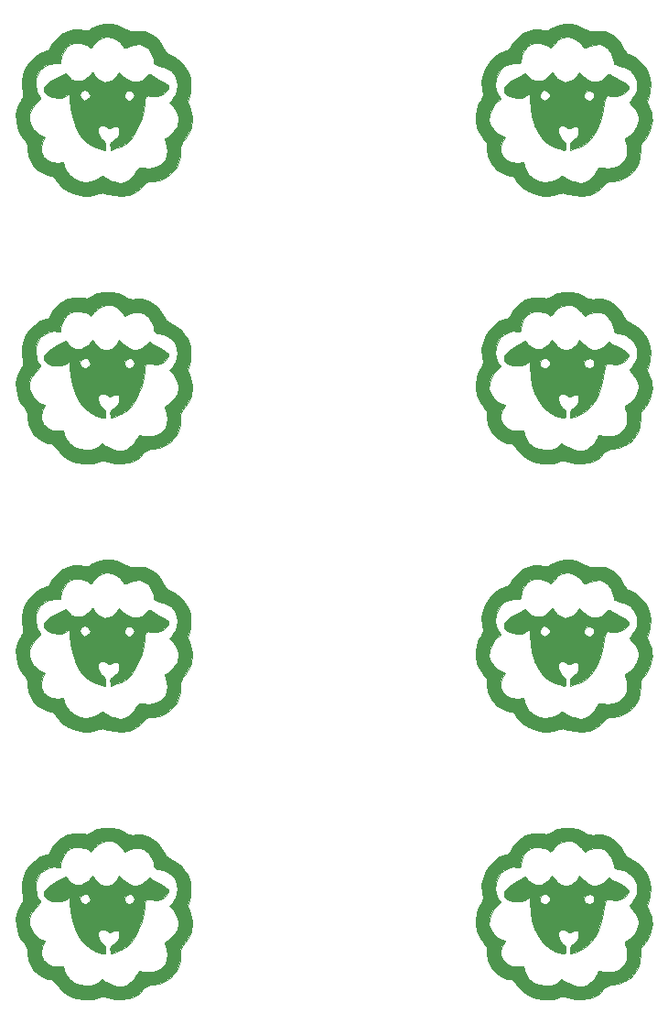
<source format=gbr>
G04 #@! TF.GenerationSoftware,KiCad,Pcbnew,(5.1.4)-1*
G04 #@! TF.CreationDate,2021-02-09T18:46:42+01:00*
G04 #@! TF.ProjectId,plant_water_level,706c616e-745f-4776-9174-65725f6c6576,rev?*
G04 #@! TF.SameCoordinates,Original*
G04 #@! TF.FileFunction,Legend,Bot*
G04 #@! TF.FilePolarity,Positive*
%FSLAX46Y46*%
G04 Gerber Fmt 4.6, Leading zero omitted, Abs format (unit mm)*
G04 Created by KiCad (PCBNEW (5.1.4)-1) date 2021-02-09 18:46:42*
%MOMM*%
%LPD*%
G04 APERTURE LIST*
%ADD10C,0.010000*%
G04 APERTURE END LIST*
D10*
G36*
X65258954Y94220771D02*
G01*
X64653204Y93918756D01*
X64651557Y93917670D01*
X64432108Y93791300D01*
X64253957Y93757558D01*
X64028421Y93800538D01*
X64016557Y93803795D01*
X63579621Y93860767D01*
X63070964Y93827248D01*
X62557165Y93710459D01*
X62308513Y93618553D01*
X61959569Y93414962D01*
X61598346Y93116787D01*
X61270570Y92770183D01*
X61021964Y92421303D01*
X60927985Y92225049D01*
X60804236Y91999493D01*
X60613748Y91889897D01*
X60563166Y91877318D01*
X59964513Y91665371D01*
X59433429Y91316794D01*
X58984803Y90855887D01*
X58633528Y90306951D01*
X58394493Y89694287D01*
X58282590Y89042195D01*
X58312710Y88374977D01*
X58336677Y88243834D01*
X58389902Y87962445D01*
X58396985Y87769828D01*
X58345488Y87595867D01*
X58222974Y87370453D01*
X58164264Y87271859D01*
X57918607Y86800380D01*
X57779640Y86358177D01*
X57730716Y85875390D01*
X57740155Y85492167D01*
X57834403Y84840374D01*
X58043725Y84286304D01*
X58383743Y83790631D01*
X58442669Y83723653D01*
X58614759Y83519724D01*
X58711619Y83346084D01*
X58756628Y83137717D01*
X58773167Y82829610D01*
X58773861Y82802683D01*
X58861987Y82155078D01*
X59097152Y81583065D01*
X59407902Y81152664D01*
X59636680Y80945775D01*
X59948236Y80732071D01*
X60291874Y80539462D01*
X60616895Y80395862D01*
X60872602Y80329181D01*
X60906685Y80327500D01*
X61012870Y80321792D01*
X61101853Y80286921D01*
X61203832Y80196266D01*
X61349001Y80023205D01*
X61558611Y79752769D01*
X62044784Y79253849D01*
X62636453Y78866569D01*
X63300346Y78605529D01*
X64003191Y78485326D01*
X64441808Y78487770D01*
X64806342Y78532024D01*
X65157636Y78601925D01*
X65393747Y78673222D01*
X65594801Y78745804D01*
X65756956Y78768200D01*
X65943768Y78737886D01*
X66218793Y78652338D01*
X66258909Y78638858D01*
X66864990Y78501341D01*
X67506817Y78470576D01*
X68120492Y78546310D01*
X68461349Y78647610D01*
X68873166Y78865715D01*
X69294910Y79214956D01*
X69400929Y79320532D01*
X69647210Y79567091D01*
X69823523Y79715280D01*
X69975913Y79790077D01*
X70150424Y79816459D01*
X70320738Y79819500D01*
X70954451Y79902121D01*
X71548581Y80147076D01*
X72093311Y80550002D01*
X72201744Y80655534D01*
X72563558Y81090399D01*
X72799654Y81548288D01*
X72926674Y82072938D01*
X72961500Y82652434D01*
X72970026Y82993354D01*
X73002263Y83210854D01*
X73068199Y83350288D01*
X73129866Y83416958D01*
X73376322Y83703918D01*
X73620691Y84097276D01*
X73829159Y84537097D01*
X73938313Y84849839D01*
X74037845Y85496254D01*
X74021973Y85650425D01*
X72780772Y85650425D01*
X72773793Y85441081D01*
X72648065Y84924976D01*
X72366873Y84458387D01*
X71941146Y84059416D01*
X71938378Y84057408D01*
X71723560Y83907870D01*
X71560507Y83805219D01*
X71513187Y83781730D01*
X71493805Y83697240D01*
X71551261Y83518578D01*
X71579495Y83459004D01*
X71698891Y83076161D01*
X71732329Y82621085D01*
X71680787Y82166854D01*
X71557412Y81809167D01*
X71293725Y81476548D01*
X70910803Y81224857D01*
X70444236Y81066446D01*
X69929614Y81013669D01*
X69432653Y81071691D01*
X69208032Y81115493D01*
X69087823Y81095370D01*
X69012489Y80989749D01*
X68976453Y80906374D01*
X68716394Y80444041D01*
X68368495Y80066188D01*
X67964434Y79797601D01*
X67535893Y79663065D01*
X67373500Y79652244D01*
X67129038Y79686303D01*
X66815135Y79771871D01*
X66602395Y79849490D01*
X66295138Y79988703D01*
X66013223Y80137618D01*
X65878151Y80222433D01*
X65708875Y80333801D01*
X65617108Y80347088D01*
X65545339Y80266408D01*
X65533155Y80247114D01*
X65328794Y80051858D01*
X65004704Y79888936D01*
X64609938Y79777035D01*
X64193550Y79734841D01*
X64188392Y79734834D01*
X63617091Y79811687D01*
X63103139Y80029504D01*
X62672301Y80369173D01*
X62350345Y80811582D01*
X62191248Y81216184D01*
X62100799Y81555167D01*
X61583316Y81531827D01*
X61054856Y81577147D01*
X60614642Y81766292D01*
X60258247Y82101360D01*
X60192962Y82191456D01*
X60048225Y82541970D01*
X60022243Y82950158D01*
X60112646Y83355361D01*
X60248426Y83611140D01*
X60435311Y83873596D01*
X60073239Y84034317D01*
X59798001Y84197166D01*
X59513341Y84426637D01*
X59398222Y84542471D01*
X59093385Y84991569D01*
X58949173Y85470858D01*
X58963587Y85963328D01*
X59134628Y86451973D01*
X59460299Y86919783D01*
X59706154Y87163400D01*
X59915087Y87352158D01*
X60012913Y87468039D01*
X60016659Y87548873D01*
X59943351Y87632491D01*
X59924857Y87649335D01*
X59802827Y87815488D01*
X59676194Y88071922D01*
X59619515Y88222530D01*
X59518374Y88758111D01*
X59561107Y89272781D01*
X59730465Y89743625D01*
X60009199Y90147732D01*
X60380061Y90462189D01*
X60825801Y90664084D01*
X61329172Y90730503D01*
X61499206Y90719447D01*
X61728803Y90700591D01*
X61836663Y90727839D01*
X61868706Y90823521D01*
X61870639Y90900067D01*
X61946394Y91376866D01*
X62152197Y91834426D01*
X62458850Y92223584D01*
X62809864Y92481492D01*
X63164936Y92584943D01*
X63591430Y92588596D01*
X64025887Y92495027D01*
X64200502Y92425002D01*
X64431385Y92306072D01*
X64591878Y92204156D01*
X64629845Y92167870D01*
X64700993Y92184474D01*
X64831035Y92311605D01*
X64927660Y92434503D01*
X65302267Y92831966D01*
X65726479Y93077182D01*
X66178611Y93168130D01*
X66636979Y93102790D01*
X67079897Y92879142D01*
X67338226Y92659096D01*
X67533402Y92450841D01*
X67674183Y92279012D01*
X67720681Y92202134D01*
X67786950Y92155278D01*
X67947021Y92197321D01*
X68103732Y92269236D01*
X68636158Y92457470D01*
X69129539Y92483644D01*
X69571117Y92352978D01*
X69948133Y92070693D01*
X70247828Y91642010D01*
X70377506Y91338875D01*
X70457142Y91073924D01*
X70502310Y90847578D01*
X70506166Y90792561D01*
X70529645Y90686625D01*
X70624738Y90613266D01*
X70828428Y90552437D01*
X71022125Y90512857D01*
X71599784Y90332540D01*
X72061580Y90039410D01*
X72397514Y89644730D01*
X72597591Y89159766D01*
X72653368Y88674973D01*
X72615378Y88229906D01*
X72486997Y87852196D01*
X72243070Y87476344D01*
X72148245Y87359672D01*
X71921508Y87090210D01*
X72220508Y86778022D01*
X72537914Y86394826D01*
X72718474Y86033927D01*
X72780772Y85650425D01*
X74021973Y85650425D01*
X73970368Y86151669D01*
X73772246Y86729615D01*
X73573269Y87164237D01*
X73741920Y87661702D01*
X73855879Y88183378D01*
X73882497Y88768315D01*
X73824283Y89348649D01*
X73683750Y89856517D01*
X73658502Y89916065D01*
X73380308Y90381451D01*
X72987240Y90830685D01*
X72530200Y91213080D01*
X72112792Y91455269D01*
X71821320Y91599011D01*
X71634565Y91739542D01*
X71497075Y91928605D01*
X71398351Y92121948D01*
X71085778Y92664342D01*
X70713610Y93076846D01*
X70246236Y93397197D01*
X70145114Y93450068D01*
X69865409Y93582463D01*
X69637174Y93659665D01*
X69396396Y93694195D01*
X69079065Y93698576D01*
X68897500Y93694145D01*
X68532763Y93688491D01*
X68284699Y93704117D01*
X68101019Y93751059D01*
X67929437Y93839354D01*
X67839166Y93897286D01*
X67226201Y94207533D01*
X66573287Y94364982D01*
X65908260Y94369454D01*
X65258954Y94220771D01*
X65258954Y94220771D01*
G37*
X65258954Y94220771D02*
X64653204Y93918756D01*
X64651557Y93917670D01*
X64432108Y93791300D01*
X64253957Y93757558D01*
X64028421Y93800538D01*
X64016557Y93803795D01*
X63579621Y93860767D01*
X63070964Y93827248D01*
X62557165Y93710459D01*
X62308513Y93618553D01*
X61959569Y93414962D01*
X61598346Y93116787D01*
X61270570Y92770183D01*
X61021964Y92421303D01*
X60927985Y92225049D01*
X60804236Y91999493D01*
X60613748Y91889897D01*
X60563166Y91877318D01*
X59964513Y91665371D01*
X59433429Y91316794D01*
X58984803Y90855887D01*
X58633528Y90306951D01*
X58394493Y89694287D01*
X58282590Y89042195D01*
X58312710Y88374977D01*
X58336677Y88243834D01*
X58389902Y87962445D01*
X58396985Y87769828D01*
X58345488Y87595867D01*
X58222974Y87370453D01*
X58164264Y87271859D01*
X57918607Y86800380D01*
X57779640Y86358177D01*
X57730716Y85875390D01*
X57740155Y85492167D01*
X57834403Y84840374D01*
X58043725Y84286304D01*
X58383743Y83790631D01*
X58442669Y83723653D01*
X58614759Y83519724D01*
X58711619Y83346084D01*
X58756628Y83137717D01*
X58773167Y82829610D01*
X58773861Y82802683D01*
X58861987Y82155078D01*
X59097152Y81583065D01*
X59407902Y81152664D01*
X59636680Y80945775D01*
X59948236Y80732071D01*
X60291874Y80539462D01*
X60616895Y80395862D01*
X60872602Y80329181D01*
X60906685Y80327500D01*
X61012870Y80321792D01*
X61101853Y80286921D01*
X61203832Y80196266D01*
X61349001Y80023205D01*
X61558611Y79752769D01*
X62044784Y79253849D01*
X62636453Y78866569D01*
X63300346Y78605529D01*
X64003191Y78485326D01*
X64441808Y78487770D01*
X64806342Y78532024D01*
X65157636Y78601925D01*
X65393747Y78673222D01*
X65594801Y78745804D01*
X65756956Y78768200D01*
X65943768Y78737886D01*
X66218793Y78652338D01*
X66258909Y78638858D01*
X66864990Y78501341D01*
X67506817Y78470576D01*
X68120492Y78546310D01*
X68461349Y78647610D01*
X68873166Y78865715D01*
X69294910Y79214956D01*
X69400929Y79320532D01*
X69647210Y79567091D01*
X69823523Y79715280D01*
X69975913Y79790077D01*
X70150424Y79816459D01*
X70320738Y79819500D01*
X70954451Y79902121D01*
X71548581Y80147076D01*
X72093311Y80550002D01*
X72201744Y80655534D01*
X72563558Y81090399D01*
X72799654Y81548288D01*
X72926674Y82072938D01*
X72961500Y82652434D01*
X72970026Y82993354D01*
X73002263Y83210854D01*
X73068199Y83350288D01*
X73129866Y83416958D01*
X73376322Y83703918D01*
X73620691Y84097276D01*
X73829159Y84537097D01*
X73938313Y84849839D01*
X74037845Y85496254D01*
X74021973Y85650425D01*
X72780772Y85650425D01*
X72773793Y85441081D01*
X72648065Y84924976D01*
X72366873Y84458387D01*
X71941146Y84059416D01*
X71938378Y84057408D01*
X71723560Y83907870D01*
X71560507Y83805219D01*
X71513187Y83781730D01*
X71493805Y83697240D01*
X71551261Y83518578D01*
X71579495Y83459004D01*
X71698891Y83076161D01*
X71732329Y82621085D01*
X71680787Y82166854D01*
X71557412Y81809167D01*
X71293725Y81476548D01*
X70910803Y81224857D01*
X70444236Y81066446D01*
X69929614Y81013669D01*
X69432653Y81071691D01*
X69208032Y81115493D01*
X69087823Y81095370D01*
X69012489Y80989749D01*
X68976453Y80906374D01*
X68716394Y80444041D01*
X68368495Y80066188D01*
X67964434Y79797601D01*
X67535893Y79663065D01*
X67373500Y79652244D01*
X67129038Y79686303D01*
X66815135Y79771871D01*
X66602395Y79849490D01*
X66295138Y79988703D01*
X66013223Y80137618D01*
X65878151Y80222433D01*
X65708875Y80333801D01*
X65617108Y80347088D01*
X65545339Y80266408D01*
X65533155Y80247114D01*
X65328794Y80051858D01*
X65004704Y79888936D01*
X64609938Y79777035D01*
X64193550Y79734841D01*
X64188392Y79734834D01*
X63617091Y79811687D01*
X63103139Y80029504D01*
X62672301Y80369173D01*
X62350345Y80811582D01*
X62191248Y81216184D01*
X62100799Y81555167D01*
X61583316Y81531827D01*
X61054856Y81577147D01*
X60614642Y81766292D01*
X60258247Y82101360D01*
X60192962Y82191456D01*
X60048225Y82541970D01*
X60022243Y82950158D01*
X60112646Y83355361D01*
X60248426Y83611140D01*
X60435311Y83873596D01*
X60073239Y84034317D01*
X59798001Y84197166D01*
X59513341Y84426637D01*
X59398222Y84542471D01*
X59093385Y84991569D01*
X58949173Y85470858D01*
X58963587Y85963328D01*
X59134628Y86451973D01*
X59460299Y86919783D01*
X59706154Y87163400D01*
X59915087Y87352158D01*
X60012913Y87468039D01*
X60016659Y87548873D01*
X59943351Y87632491D01*
X59924857Y87649335D01*
X59802827Y87815488D01*
X59676194Y88071922D01*
X59619515Y88222530D01*
X59518374Y88758111D01*
X59561107Y89272781D01*
X59730465Y89743625D01*
X60009199Y90147732D01*
X60380061Y90462189D01*
X60825801Y90664084D01*
X61329172Y90730503D01*
X61499206Y90719447D01*
X61728803Y90700591D01*
X61836663Y90727839D01*
X61868706Y90823521D01*
X61870639Y90900067D01*
X61946394Y91376866D01*
X62152197Y91834426D01*
X62458850Y92223584D01*
X62809864Y92481492D01*
X63164936Y92584943D01*
X63591430Y92588596D01*
X64025887Y92495027D01*
X64200502Y92425002D01*
X64431385Y92306072D01*
X64591878Y92204156D01*
X64629845Y92167870D01*
X64700993Y92184474D01*
X64831035Y92311605D01*
X64927660Y92434503D01*
X65302267Y92831966D01*
X65726479Y93077182D01*
X66178611Y93168130D01*
X66636979Y93102790D01*
X67079897Y92879142D01*
X67338226Y92659096D01*
X67533402Y92450841D01*
X67674183Y92279012D01*
X67720681Y92202134D01*
X67786950Y92155278D01*
X67947021Y92197321D01*
X68103732Y92269236D01*
X68636158Y92457470D01*
X69129539Y92483644D01*
X69571117Y92352978D01*
X69948133Y92070693D01*
X70247828Y91642010D01*
X70377506Y91338875D01*
X70457142Y91073924D01*
X70502310Y90847578D01*
X70506166Y90792561D01*
X70529645Y90686625D01*
X70624738Y90613266D01*
X70828428Y90552437D01*
X71022125Y90512857D01*
X71599784Y90332540D01*
X72061580Y90039410D01*
X72397514Y89644730D01*
X72597591Y89159766D01*
X72653368Y88674973D01*
X72615378Y88229906D01*
X72486997Y87852196D01*
X72243070Y87476344D01*
X72148245Y87359672D01*
X71921508Y87090210D01*
X72220508Y86778022D01*
X72537914Y86394826D01*
X72718474Y86033927D01*
X72780772Y85650425D01*
X74021973Y85650425D01*
X73970368Y86151669D01*
X73772246Y86729615D01*
X73573269Y87164237D01*
X73741920Y87661702D01*
X73855879Y88183378D01*
X73882497Y88768315D01*
X73824283Y89348649D01*
X73683750Y89856517D01*
X73658502Y89916065D01*
X73380308Y90381451D01*
X72987240Y90830685D01*
X72530200Y91213080D01*
X72112792Y91455269D01*
X71821320Y91599011D01*
X71634565Y91739542D01*
X71497075Y91928605D01*
X71398351Y92121948D01*
X71085778Y92664342D01*
X70713610Y93076846D01*
X70246236Y93397197D01*
X70145114Y93450068D01*
X69865409Y93582463D01*
X69637174Y93659665D01*
X69396396Y93694195D01*
X69079065Y93698576D01*
X68897500Y93694145D01*
X68532763Y93688491D01*
X68284699Y93704117D01*
X68101019Y93751059D01*
X67929437Y93839354D01*
X67839166Y93897286D01*
X67226201Y94207533D01*
X66573287Y94364982D01*
X65908260Y94369454D01*
X65258954Y94220771D01*
G36*
X64729322Y89871899D02*
G01*
X64706081Y89808846D01*
X64584299Y89626181D01*
X64356104Y89424082D01*
X64074503Y89240210D01*
X63792499Y89112227D01*
X63686023Y89084074D01*
X63278478Y89089150D01*
X62887568Y89241957D01*
X62564811Y89519601D01*
X62326058Y89809250D01*
X61526612Y89386784D01*
X61021332Y89100263D01*
X60664847Y88847181D01*
X60444058Y88611349D01*
X60345863Y88376576D01*
X60357161Y88126670D01*
X60398942Y87993152D01*
X60545193Y87820354D01*
X60816512Y87673209D01*
X61168844Y87568907D01*
X61558137Y87524634D01*
X61600979Y87524167D01*
X61950122Y87544760D01*
X62210892Y87619897D01*
X62408685Y87733282D01*
X62716833Y87942397D01*
X62716833Y87348713D01*
X62772881Y86586404D01*
X62929912Y85785442D01*
X63171261Y85028962D01*
X63192589Y84975616D01*
X63560236Y84238110D01*
X64004869Y83649558D01*
X64530380Y83206169D01*
X65140662Y82904152D01*
X65401659Y82824081D01*
X65672409Y82756316D01*
X65875301Y82710606D01*
X65951955Y82698167D01*
X65992281Y82773755D01*
X66016095Y82964475D01*
X66018833Y83069430D01*
X65998478Y83328932D01*
X65919305Y83487918D01*
X65808928Y83578227D01*
X65579502Y83799575D01*
X65415509Y84092998D01*
X65332244Y84407824D01*
X65345003Y84693383D01*
X65423732Y84854234D01*
X65618867Y84969521D01*
X65872502Y84951376D01*
X66131369Y84811085D01*
X66293072Y84700621D01*
X66423462Y84689838D01*
X66610455Y84771961D01*
X66614185Y84773889D01*
X66848291Y84860706D01*
X67054365Y84884390D01*
X67061730Y84883472D01*
X67173198Y84846578D01*
X67226802Y84747122D01*
X67241107Y84539335D01*
X67240423Y84442926D01*
X67219090Y84166575D01*
X67140759Y83975163D01*
X66968675Y83785510D01*
X66936977Y83756166D01*
X66738789Y83586656D01*
X66579857Y83471658D01*
X66535080Y83448805D01*
X66466592Y83340301D01*
X66455651Y83093915D01*
X66457525Y83067341D01*
X66484500Y82720720D01*
X66871482Y82819500D01*
X67456674Y83045926D01*
X67999093Y83399648D01*
X68347755Y83734737D01*
X68732927Y84276415D01*
X69072664Y84939849D01*
X69349352Y85679764D01*
X69545380Y86450884D01*
X69629553Y87029694D01*
X69668761Y87394078D01*
X69718477Y87616288D01*
X69801778Y87723016D01*
X69941738Y87740955D01*
X70161433Y87696796D01*
X70198283Y87687577D01*
X70686410Y87641223D01*
X71136487Y87747147D01*
X71140763Y87749938D01*
X68684302Y87749938D01*
X68636842Y87593345D01*
X68449849Y87349916D01*
X68229064Y87271958D01*
X67968415Y87357893D01*
X67900339Y87401968D01*
X67741961Y87599669D01*
X67737329Y87730019D01*
X64616316Y87730019D01*
X64559963Y87592244D01*
X64456306Y87477943D01*
X64246919Y87311247D01*
X64061261Y87286730D01*
X63842800Y87397463D01*
X63836339Y87401968D01*
X63677421Y87591854D01*
X63644731Y87812121D01*
X63715774Y88020994D01*
X63868052Y88176696D01*
X64079070Y88237452D01*
X64263430Y88195087D01*
X64461561Y88045281D01*
X64570121Y87891940D01*
X64616316Y87730019D01*
X67737329Y87730019D01*
X67733484Y87838196D01*
X67852289Y88046667D01*
X68058664Y88180640D01*
X68285544Y88194557D01*
X68492438Y88111815D01*
X68638855Y87955810D01*
X68684302Y87749938D01*
X71140763Y87749938D01*
X71519373Y87997055D01*
X71608014Y88088780D01*
X71761961Y88289938D01*
X71851555Y88456969D01*
X71860833Y88500780D01*
X71800293Y88665718D01*
X71610952Y88851923D01*
X71281227Y89068557D01*
X70853136Y89297993D01*
X70545576Y89459310D01*
X70297907Y89601682D01*
X70148440Y89702556D01*
X70124198Y89727067D01*
X70040171Y89721790D01*
X69877260Y89600201D01*
X69715630Y89440343D01*
X69338021Y89135767D01*
X68933275Y88996690D01*
X68508257Y89022727D01*
X68069830Y89213494D01*
X67636716Y89557037D01*
X67297393Y89886338D01*
X67127963Y89612194D01*
X66877115Y89325061D01*
X66548614Y89109462D01*
X66198080Y88994917D01*
X65959729Y88992154D01*
X65592497Y89104658D01*
X65277964Y89329259D01*
X65007924Y89647243D01*
X64860626Y89841262D01*
X64777761Y89910793D01*
X64729322Y89871899D01*
X64729322Y89871899D01*
G37*
X64729322Y89871899D02*
X64706081Y89808846D01*
X64584299Y89626181D01*
X64356104Y89424082D01*
X64074503Y89240210D01*
X63792499Y89112227D01*
X63686023Y89084074D01*
X63278478Y89089150D01*
X62887568Y89241957D01*
X62564811Y89519601D01*
X62326058Y89809250D01*
X61526612Y89386784D01*
X61021332Y89100263D01*
X60664847Y88847181D01*
X60444058Y88611349D01*
X60345863Y88376576D01*
X60357161Y88126670D01*
X60398942Y87993152D01*
X60545193Y87820354D01*
X60816512Y87673209D01*
X61168844Y87568907D01*
X61558137Y87524634D01*
X61600979Y87524167D01*
X61950122Y87544760D01*
X62210892Y87619897D01*
X62408685Y87733282D01*
X62716833Y87942397D01*
X62716833Y87348713D01*
X62772881Y86586404D01*
X62929912Y85785442D01*
X63171261Y85028962D01*
X63192589Y84975616D01*
X63560236Y84238110D01*
X64004869Y83649558D01*
X64530380Y83206169D01*
X65140662Y82904152D01*
X65401659Y82824081D01*
X65672409Y82756316D01*
X65875301Y82710606D01*
X65951955Y82698167D01*
X65992281Y82773755D01*
X66016095Y82964475D01*
X66018833Y83069430D01*
X65998478Y83328932D01*
X65919305Y83487918D01*
X65808928Y83578227D01*
X65579502Y83799575D01*
X65415509Y84092998D01*
X65332244Y84407824D01*
X65345003Y84693383D01*
X65423732Y84854234D01*
X65618867Y84969521D01*
X65872502Y84951376D01*
X66131369Y84811085D01*
X66293072Y84700621D01*
X66423462Y84689838D01*
X66610455Y84771961D01*
X66614185Y84773889D01*
X66848291Y84860706D01*
X67054365Y84884390D01*
X67061730Y84883472D01*
X67173198Y84846578D01*
X67226802Y84747122D01*
X67241107Y84539335D01*
X67240423Y84442926D01*
X67219090Y84166575D01*
X67140759Y83975163D01*
X66968675Y83785510D01*
X66936977Y83756166D01*
X66738789Y83586656D01*
X66579857Y83471658D01*
X66535080Y83448805D01*
X66466592Y83340301D01*
X66455651Y83093915D01*
X66457525Y83067341D01*
X66484500Y82720720D01*
X66871482Y82819500D01*
X67456674Y83045926D01*
X67999093Y83399648D01*
X68347755Y83734737D01*
X68732927Y84276415D01*
X69072664Y84939849D01*
X69349352Y85679764D01*
X69545380Y86450884D01*
X69629553Y87029694D01*
X69668761Y87394078D01*
X69718477Y87616288D01*
X69801778Y87723016D01*
X69941738Y87740955D01*
X70161433Y87696796D01*
X70198283Y87687577D01*
X70686410Y87641223D01*
X71136487Y87747147D01*
X71140763Y87749938D01*
X68684302Y87749938D01*
X68636842Y87593345D01*
X68449849Y87349916D01*
X68229064Y87271958D01*
X67968415Y87357893D01*
X67900339Y87401968D01*
X67741961Y87599669D01*
X67737329Y87730019D01*
X64616316Y87730019D01*
X64559963Y87592244D01*
X64456306Y87477943D01*
X64246919Y87311247D01*
X64061261Y87286730D01*
X63842800Y87397463D01*
X63836339Y87401968D01*
X63677421Y87591854D01*
X63644731Y87812121D01*
X63715774Y88020994D01*
X63868052Y88176696D01*
X64079070Y88237452D01*
X64263430Y88195087D01*
X64461561Y88045281D01*
X64570121Y87891940D01*
X64616316Y87730019D01*
X67737329Y87730019D01*
X67733484Y87838196D01*
X67852289Y88046667D01*
X68058664Y88180640D01*
X68285544Y88194557D01*
X68492438Y88111815D01*
X68638855Y87955810D01*
X68684302Y87749938D01*
X71140763Y87749938D01*
X71519373Y87997055D01*
X71608014Y88088780D01*
X71761961Y88289938D01*
X71851555Y88456969D01*
X71860833Y88500780D01*
X71800293Y88665718D01*
X71610952Y88851923D01*
X71281227Y89068557D01*
X70853136Y89297993D01*
X70545576Y89459310D01*
X70297907Y89601682D01*
X70148440Y89702556D01*
X70124198Y89727067D01*
X70040171Y89721790D01*
X69877260Y89600201D01*
X69715630Y89440343D01*
X69338021Y89135767D01*
X68933275Y88996690D01*
X68508257Y89022727D01*
X68069830Y89213494D01*
X67636716Y89557037D01*
X67297393Y89886338D01*
X67127963Y89612194D01*
X66877115Y89325061D01*
X66548614Y89109462D01*
X66198080Y88994917D01*
X65959729Y88992154D01*
X65592497Y89104658D01*
X65277964Y89329259D01*
X65007924Y89647243D01*
X64860626Y89841262D01*
X64777761Y89910793D01*
X64729322Y89871899D01*
G36*
X22184322Y89871899D02*
G01*
X22161081Y89808846D01*
X22039299Y89626181D01*
X21811104Y89424082D01*
X21529503Y89240210D01*
X21247499Y89112227D01*
X21141023Y89084074D01*
X20733478Y89089150D01*
X20342568Y89241957D01*
X20019811Y89519601D01*
X19781058Y89809250D01*
X18981612Y89386784D01*
X18476332Y89100263D01*
X18119847Y88847181D01*
X17899058Y88611349D01*
X17800863Y88376576D01*
X17812161Y88126670D01*
X17853942Y87993152D01*
X18000193Y87820354D01*
X18271512Y87673209D01*
X18623844Y87568907D01*
X19013137Y87524634D01*
X19055979Y87524167D01*
X19405122Y87544760D01*
X19665892Y87619897D01*
X19863685Y87733282D01*
X20171833Y87942397D01*
X20171833Y87348713D01*
X20227881Y86586404D01*
X20384912Y85785442D01*
X20626261Y85028962D01*
X20647589Y84975616D01*
X21015236Y84238110D01*
X21459869Y83649558D01*
X21985380Y83206169D01*
X22595662Y82904152D01*
X22856659Y82824081D01*
X23127409Y82756316D01*
X23330301Y82710606D01*
X23406955Y82698167D01*
X23447281Y82773755D01*
X23471095Y82964475D01*
X23473833Y83069430D01*
X23453478Y83328932D01*
X23374305Y83487918D01*
X23263928Y83578227D01*
X23034502Y83799575D01*
X22870509Y84092998D01*
X22787244Y84407824D01*
X22800003Y84693383D01*
X22878732Y84854234D01*
X23073867Y84969521D01*
X23327502Y84951376D01*
X23586369Y84811085D01*
X23748072Y84700621D01*
X23878462Y84689838D01*
X24065455Y84771961D01*
X24069185Y84773889D01*
X24303291Y84860706D01*
X24509365Y84884390D01*
X24516730Y84883472D01*
X24628198Y84846578D01*
X24681802Y84747122D01*
X24696107Y84539335D01*
X24695423Y84442926D01*
X24674090Y84166575D01*
X24595759Y83975163D01*
X24423675Y83785510D01*
X24391977Y83756166D01*
X24193789Y83586656D01*
X24034857Y83471658D01*
X23990080Y83448805D01*
X23921592Y83340301D01*
X23910651Y83093915D01*
X23912525Y83067341D01*
X23939500Y82720720D01*
X24326482Y82819500D01*
X24911674Y83045926D01*
X25454093Y83399648D01*
X25802755Y83734737D01*
X26187927Y84276415D01*
X26527664Y84939849D01*
X26804352Y85679764D01*
X27000380Y86450884D01*
X27084553Y87029694D01*
X27123761Y87394078D01*
X27173477Y87616288D01*
X27256778Y87723016D01*
X27396738Y87740955D01*
X27616433Y87696796D01*
X27653283Y87687577D01*
X28141410Y87641223D01*
X28591487Y87747147D01*
X28595763Y87749938D01*
X26139302Y87749938D01*
X26091842Y87593345D01*
X25904849Y87349916D01*
X25684064Y87271958D01*
X25423415Y87357893D01*
X25355339Y87401968D01*
X25196961Y87599669D01*
X25192329Y87730019D01*
X22071316Y87730019D01*
X22014963Y87592244D01*
X21911306Y87477943D01*
X21701919Y87311247D01*
X21516261Y87286730D01*
X21297800Y87397463D01*
X21291339Y87401968D01*
X21132421Y87591854D01*
X21099731Y87812121D01*
X21170774Y88020994D01*
X21323052Y88176696D01*
X21534070Y88237452D01*
X21718430Y88195087D01*
X21916561Y88045281D01*
X22025121Y87891940D01*
X22071316Y87730019D01*
X25192329Y87730019D01*
X25188484Y87838196D01*
X25307289Y88046667D01*
X25513664Y88180640D01*
X25740544Y88194557D01*
X25947438Y88111815D01*
X26093855Y87955810D01*
X26139302Y87749938D01*
X28595763Y87749938D01*
X28974373Y87997055D01*
X29063014Y88088780D01*
X29216961Y88289938D01*
X29306555Y88456969D01*
X29315833Y88500780D01*
X29255293Y88665718D01*
X29065952Y88851923D01*
X28736227Y89068557D01*
X28308136Y89297993D01*
X28000576Y89459310D01*
X27752907Y89601682D01*
X27603440Y89702556D01*
X27579198Y89727067D01*
X27495171Y89721790D01*
X27332260Y89600201D01*
X27170630Y89440343D01*
X26793021Y89135767D01*
X26388275Y88996690D01*
X25963257Y89022727D01*
X25524830Y89213494D01*
X25091716Y89557037D01*
X24752393Y89886338D01*
X24582963Y89612194D01*
X24332115Y89325061D01*
X24003614Y89109462D01*
X23653080Y88994917D01*
X23414729Y88992154D01*
X23047497Y89104658D01*
X22732964Y89329259D01*
X22462924Y89647243D01*
X22315626Y89841262D01*
X22232761Y89910793D01*
X22184322Y89871899D01*
X22184322Y89871899D01*
G37*
X22184322Y89871899D02*
X22161081Y89808846D01*
X22039299Y89626181D01*
X21811104Y89424082D01*
X21529503Y89240210D01*
X21247499Y89112227D01*
X21141023Y89084074D01*
X20733478Y89089150D01*
X20342568Y89241957D01*
X20019811Y89519601D01*
X19781058Y89809250D01*
X18981612Y89386784D01*
X18476332Y89100263D01*
X18119847Y88847181D01*
X17899058Y88611349D01*
X17800863Y88376576D01*
X17812161Y88126670D01*
X17853942Y87993152D01*
X18000193Y87820354D01*
X18271512Y87673209D01*
X18623844Y87568907D01*
X19013137Y87524634D01*
X19055979Y87524167D01*
X19405122Y87544760D01*
X19665892Y87619897D01*
X19863685Y87733282D01*
X20171833Y87942397D01*
X20171833Y87348713D01*
X20227881Y86586404D01*
X20384912Y85785442D01*
X20626261Y85028962D01*
X20647589Y84975616D01*
X21015236Y84238110D01*
X21459869Y83649558D01*
X21985380Y83206169D01*
X22595662Y82904152D01*
X22856659Y82824081D01*
X23127409Y82756316D01*
X23330301Y82710606D01*
X23406955Y82698167D01*
X23447281Y82773755D01*
X23471095Y82964475D01*
X23473833Y83069430D01*
X23453478Y83328932D01*
X23374305Y83487918D01*
X23263928Y83578227D01*
X23034502Y83799575D01*
X22870509Y84092998D01*
X22787244Y84407824D01*
X22800003Y84693383D01*
X22878732Y84854234D01*
X23073867Y84969521D01*
X23327502Y84951376D01*
X23586369Y84811085D01*
X23748072Y84700621D01*
X23878462Y84689838D01*
X24065455Y84771961D01*
X24069185Y84773889D01*
X24303291Y84860706D01*
X24509365Y84884390D01*
X24516730Y84883472D01*
X24628198Y84846578D01*
X24681802Y84747122D01*
X24696107Y84539335D01*
X24695423Y84442926D01*
X24674090Y84166575D01*
X24595759Y83975163D01*
X24423675Y83785510D01*
X24391977Y83756166D01*
X24193789Y83586656D01*
X24034857Y83471658D01*
X23990080Y83448805D01*
X23921592Y83340301D01*
X23910651Y83093915D01*
X23912525Y83067341D01*
X23939500Y82720720D01*
X24326482Y82819500D01*
X24911674Y83045926D01*
X25454093Y83399648D01*
X25802755Y83734737D01*
X26187927Y84276415D01*
X26527664Y84939849D01*
X26804352Y85679764D01*
X27000380Y86450884D01*
X27084553Y87029694D01*
X27123761Y87394078D01*
X27173477Y87616288D01*
X27256778Y87723016D01*
X27396738Y87740955D01*
X27616433Y87696796D01*
X27653283Y87687577D01*
X28141410Y87641223D01*
X28591487Y87747147D01*
X28595763Y87749938D01*
X26139302Y87749938D01*
X26091842Y87593345D01*
X25904849Y87349916D01*
X25684064Y87271958D01*
X25423415Y87357893D01*
X25355339Y87401968D01*
X25196961Y87599669D01*
X25192329Y87730019D01*
X22071316Y87730019D01*
X22014963Y87592244D01*
X21911306Y87477943D01*
X21701919Y87311247D01*
X21516261Y87286730D01*
X21297800Y87397463D01*
X21291339Y87401968D01*
X21132421Y87591854D01*
X21099731Y87812121D01*
X21170774Y88020994D01*
X21323052Y88176696D01*
X21534070Y88237452D01*
X21718430Y88195087D01*
X21916561Y88045281D01*
X22025121Y87891940D01*
X22071316Y87730019D01*
X25192329Y87730019D01*
X25188484Y87838196D01*
X25307289Y88046667D01*
X25513664Y88180640D01*
X25740544Y88194557D01*
X25947438Y88111815D01*
X26093855Y87955810D01*
X26139302Y87749938D01*
X28595763Y87749938D01*
X28974373Y87997055D01*
X29063014Y88088780D01*
X29216961Y88289938D01*
X29306555Y88456969D01*
X29315833Y88500780D01*
X29255293Y88665718D01*
X29065952Y88851923D01*
X28736227Y89068557D01*
X28308136Y89297993D01*
X28000576Y89459310D01*
X27752907Y89601682D01*
X27603440Y89702556D01*
X27579198Y89727067D01*
X27495171Y89721790D01*
X27332260Y89600201D01*
X27170630Y89440343D01*
X26793021Y89135767D01*
X26388275Y88996690D01*
X25963257Y89022727D01*
X25524830Y89213494D01*
X25091716Y89557037D01*
X24752393Y89886338D01*
X24582963Y89612194D01*
X24332115Y89325061D01*
X24003614Y89109462D01*
X23653080Y88994917D01*
X23414729Y88992154D01*
X23047497Y89104658D01*
X22732964Y89329259D01*
X22462924Y89647243D01*
X22315626Y89841262D01*
X22232761Y89910793D01*
X22184322Y89871899D01*
G36*
X22713954Y94220771D02*
G01*
X22108204Y93918756D01*
X22106557Y93917670D01*
X21887108Y93791300D01*
X21708957Y93757558D01*
X21483421Y93800538D01*
X21471557Y93803795D01*
X21034621Y93860767D01*
X20525964Y93827248D01*
X20012165Y93710459D01*
X19763513Y93618553D01*
X19414569Y93414962D01*
X19053346Y93116787D01*
X18725570Y92770183D01*
X18476964Y92421303D01*
X18382985Y92225049D01*
X18259236Y91999493D01*
X18068748Y91889897D01*
X18018166Y91877318D01*
X17419513Y91665371D01*
X16888429Y91316794D01*
X16439803Y90855887D01*
X16088528Y90306951D01*
X15849493Y89694287D01*
X15737590Y89042195D01*
X15767710Y88374977D01*
X15791677Y88243834D01*
X15844902Y87962445D01*
X15851985Y87769828D01*
X15800488Y87595867D01*
X15677974Y87370453D01*
X15619264Y87271859D01*
X15373607Y86800380D01*
X15234640Y86358177D01*
X15185716Y85875390D01*
X15195155Y85492167D01*
X15289403Y84840374D01*
X15498725Y84286304D01*
X15838743Y83790631D01*
X15897669Y83723653D01*
X16069759Y83519724D01*
X16166619Y83346084D01*
X16211628Y83137717D01*
X16228167Y82829610D01*
X16228861Y82802683D01*
X16316987Y82155078D01*
X16552152Y81583065D01*
X16862902Y81152664D01*
X17091680Y80945775D01*
X17403236Y80732071D01*
X17746874Y80539462D01*
X18071895Y80395862D01*
X18327602Y80329181D01*
X18361685Y80327500D01*
X18467870Y80321792D01*
X18556853Y80286921D01*
X18658832Y80196266D01*
X18804001Y80023205D01*
X19013611Y79752769D01*
X19499784Y79253849D01*
X20091453Y78866569D01*
X20755346Y78605529D01*
X21458191Y78485326D01*
X21896808Y78487770D01*
X22261342Y78532024D01*
X22612636Y78601925D01*
X22848747Y78673222D01*
X23049801Y78745804D01*
X23211956Y78768200D01*
X23398768Y78737886D01*
X23673793Y78652338D01*
X23713909Y78638858D01*
X24319990Y78501341D01*
X24961817Y78470576D01*
X25575492Y78546310D01*
X25916349Y78647610D01*
X26328166Y78865715D01*
X26749910Y79214956D01*
X26855929Y79320532D01*
X27102210Y79567091D01*
X27278523Y79715280D01*
X27430913Y79790077D01*
X27605424Y79816459D01*
X27775738Y79819500D01*
X28409451Y79902121D01*
X29003581Y80147076D01*
X29548311Y80550002D01*
X29656744Y80655534D01*
X30018558Y81090399D01*
X30254654Y81548288D01*
X30381674Y82072938D01*
X30416500Y82652434D01*
X30425026Y82993354D01*
X30457263Y83210854D01*
X30523199Y83350288D01*
X30584866Y83416958D01*
X30831322Y83703918D01*
X31075691Y84097276D01*
X31284159Y84537097D01*
X31393313Y84849839D01*
X31492845Y85496254D01*
X31476973Y85650425D01*
X30235772Y85650425D01*
X30228793Y85441081D01*
X30103065Y84924976D01*
X29821873Y84458387D01*
X29396146Y84059416D01*
X29393378Y84057408D01*
X29178560Y83907870D01*
X29015507Y83805219D01*
X28968187Y83781730D01*
X28948805Y83697240D01*
X29006261Y83518578D01*
X29034495Y83459004D01*
X29153891Y83076161D01*
X29187329Y82621085D01*
X29135787Y82166854D01*
X29012412Y81809167D01*
X28748725Y81476548D01*
X28365803Y81224857D01*
X27899236Y81066446D01*
X27384614Y81013669D01*
X26887653Y81071691D01*
X26663032Y81115493D01*
X26542823Y81095370D01*
X26467489Y80989749D01*
X26431453Y80906374D01*
X26171394Y80444041D01*
X25823495Y80066188D01*
X25419434Y79797601D01*
X24990893Y79663065D01*
X24828500Y79652244D01*
X24584038Y79686303D01*
X24270135Y79771871D01*
X24057395Y79849490D01*
X23750138Y79988703D01*
X23468223Y80137618D01*
X23333151Y80222433D01*
X23163875Y80333801D01*
X23072108Y80347088D01*
X23000339Y80266408D01*
X22988155Y80247114D01*
X22783794Y80051858D01*
X22459704Y79888936D01*
X22064938Y79777035D01*
X21648550Y79734841D01*
X21643392Y79734834D01*
X21072091Y79811687D01*
X20558139Y80029504D01*
X20127301Y80369173D01*
X19805345Y80811582D01*
X19646248Y81216184D01*
X19555799Y81555167D01*
X19038316Y81531827D01*
X18509856Y81577147D01*
X18069642Y81766292D01*
X17713247Y82101360D01*
X17647962Y82191456D01*
X17503225Y82541970D01*
X17477243Y82950158D01*
X17567646Y83355361D01*
X17703426Y83611140D01*
X17890311Y83873596D01*
X17528239Y84034317D01*
X17253001Y84197166D01*
X16968341Y84426637D01*
X16853222Y84542471D01*
X16548385Y84991569D01*
X16404173Y85470858D01*
X16418587Y85963328D01*
X16589628Y86451973D01*
X16915299Y86919783D01*
X17161154Y87163400D01*
X17370087Y87352158D01*
X17467913Y87468039D01*
X17471659Y87548873D01*
X17398351Y87632491D01*
X17379857Y87649335D01*
X17257827Y87815488D01*
X17131194Y88071922D01*
X17074515Y88222530D01*
X16973374Y88758111D01*
X17016107Y89272781D01*
X17185465Y89743625D01*
X17464199Y90147732D01*
X17835061Y90462189D01*
X18280801Y90664084D01*
X18784172Y90730503D01*
X18954206Y90719447D01*
X19183803Y90700591D01*
X19291663Y90727839D01*
X19323706Y90823521D01*
X19325639Y90900067D01*
X19401394Y91376866D01*
X19607197Y91834426D01*
X19913850Y92223584D01*
X20264864Y92481492D01*
X20619936Y92584943D01*
X21046430Y92588596D01*
X21480887Y92495027D01*
X21655502Y92425002D01*
X21886385Y92306072D01*
X22046878Y92204156D01*
X22084845Y92167870D01*
X22155993Y92184474D01*
X22286035Y92311605D01*
X22382660Y92434503D01*
X22757267Y92831966D01*
X23181479Y93077182D01*
X23633611Y93168130D01*
X24091979Y93102790D01*
X24534897Y92879142D01*
X24793226Y92659096D01*
X24988402Y92450841D01*
X25129183Y92279012D01*
X25175681Y92202134D01*
X25241950Y92155278D01*
X25402021Y92197321D01*
X25558732Y92269236D01*
X26091158Y92457470D01*
X26584539Y92483644D01*
X27026117Y92352978D01*
X27403133Y92070693D01*
X27702828Y91642010D01*
X27832506Y91338875D01*
X27912142Y91073924D01*
X27957310Y90847578D01*
X27961166Y90792561D01*
X27984645Y90686625D01*
X28079738Y90613266D01*
X28283428Y90552437D01*
X28477125Y90512857D01*
X29054784Y90332540D01*
X29516580Y90039410D01*
X29852514Y89644730D01*
X30052591Y89159766D01*
X30108368Y88674973D01*
X30070378Y88229906D01*
X29941997Y87852196D01*
X29698070Y87476344D01*
X29603245Y87359672D01*
X29376508Y87090210D01*
X29675508Y86778022D01*
X29992914Y86394826D01*
X30173474Y86033927D01*
X30235772Y85650425D01*
X31476973Y85650425D01*
X31425368Y86151669D01*
X31227246Y86729615D01*
X31028269Y87164237D01*
X31196920Y87661702D01*
X31310879Y88183378D01*
X31337497Y88768315D01*
X31279283Y89348649D01*
X31138750Y89856517D01*
X31113502Y89916065D01*
X30835308Y90381451D01*
X30442240Y90830685D01*
X29985200Y91213080D01*
X29567792Y91455269D01*
X29276320Y91599011D01*
X29089565Y91739542D01*
X28952075Y91928605D01*
X28853351Y92121948D01*
X28540778Y92664342D01*
X28168610Y93076846D01*
X27701236Y93397197D01*
X27600114Y93450068D01*
X27320409Y93582463D01*
X27092174Y93659665D01*
X26851396Y93694195D01*
X26534065Y93698576D01*
X26352500Y93694145D01*
X25987763Y93688491D01*
X25739699Y93704117D01*
X25556019Y93751059D01*
X25384437Y93839354D01*
X25294166Y93897286D01*
X24681201Y94207533D01*
X24028287Y94364982D01*
X23363260Y94369454D01*
X22713954Y94220771D01*
X22713954Y94220771D01*
G37*
X22713954Y94220771D02*
X22108204Y93918756D01*
X22106557Y93917670D01*
X21887108Y93791300D01*
X21708957Y93757558D01*
X21483421Y93800538D01*
X21471557Y93803795D01*
X21034621Y93860767D01*
X20525964Y93827248D01*
X20012165Y93710459D01*
X19763513Y93618553D01*
X19414569Y93414962D01*
X19053346Y93116787D01*
X18725570Y92770183D01*
X18476964Y92421303D01*
X18382985Y92225049D01*
X18259236Y91999493D01*
X18068748Y91889897D01*
X18018166Y91877318D01*
X17419513Y91665371D01*
X16888429Y91316794D01*
X16439803Y90855887D01*
X16088528Y90306951D01*
X15849493Y89694287D01*
X15737590Y89042195D01*
X15767710Y88374977D01*
X15791677Y88243834D01*
X15844902Y87962445D01*
X15851985Y87769828D01*
X15800488Y87595867D01*
X15677974Y87370453D01*
X15619264Y87271859D01*
X15373607Y86800380D01*
X15234640Y86358177D01*
X15185716Y85875390D01*
X15195155Y85492167D01*
X15289403Y84840374D01*
X15498725Y84286304D01*
X15838743Y83790631D01*
X15897669Y83723653D01*
X16069759Y83519724D01*
X16166619Y83346084D01*
X16211628Y83137717D01*
X16228167Y82829610D01*
X16228861Y82802683D01*
X16316987Y82155078D01*
X16552152Y81583065D01*
X16862902Y81152664D01*
X17091680Y80945775D01*
X17403236Y80732071D01*
X17746874Y80539462D01*
X18071895Y80395862D01*
X18327602Y80329181D01*
X18361685Y80327500D01*
X18467870Y80321792D01*
X18556853Y80286921D01*
X18658832Y80196266D01*
X18804001Y80023205D01*
X19013611Y79752769D01*
X19499784Y79253849D01*
X20091453Y78866569D01*
X20755346Y78605529D01*
X21458191Y78485326D01*
X21896808Y78487770D01*
X22261342Y78532024D01*
X22612636Y78601925D01*
X22848747Y78673222D01*
X23049801Y78745804D01*
X23211956Y78768200D01*
X23398768Y78737886D01*
X23673793Y78652338D01*
X23713909Y78638858D01*
X24319990Y78501341D01*
X24961817Y78470576D01*
X25575492Y78546310D01*
X25916349Y78647610D01*
X26328166Y78865715D01*
X26749910Y79214956D01*
X26855929Y79320532D01*
X27102210Y79567091D01*
X27278523Y79715280D01*
X27430913Y79790077D01*
X27605424Y79816459D01*
X27775738Y79819500D01*
X28409451Y79902121D01*
X29003581Y80147076D01*
X29548311Y80550002D01*
X29656744Y80655534D01*
X30018558Y81090399D01*
X30254654Y81548288D01*
X30381674Y82072938D01*
X30416500Y82652434D01*
X30425026Y82993354D01*
X30457263Y83210854D01*
X30523199Y83350288D01*
X30584866Y83416958D01*
X30831322Y83703918D01*
X31075691Y84097276D01*
X31284159Y84537097D01*
X31393313Y84849839D01*
X31492845Y85496254D01*
X31476973Y85650425D01*
X30235772Y85650425D01*
X30228793Y85441081D01*
X30103065Y84924976D01*
X29821873Y84458387D01*
X29396146Y84059416D01*
X29393378Y84057408D01*
X29178560Y83907870D01*
X29015507Y83805219D01*
X28968187Y83781730D01*
X28948805Y83697240D01*
X29006261Y83518578D01*
X29034495Y83459004D01*
X29153891Y83076161D01*
X29187329Y82621085D01*
X29135787Y82166854D01*
X29012412Y81809167D01*
X28748725Y81476548D01*
X28365803Y81224857D01*
X27899236Y81066446D01*
X27384614Y81013669D01*
X26887653Y81071691D01*
X26663032Y81115493D01*
X26542823Y81095370D01*
X26467489Y80989749D01*
X26431453Y80906374D01*
X26171394Y80444041D01*
X25823495Y80066188D01*
X25419434Y79797601D01*
X24990893Y79663065D01*
X24828500Y79652244D01*
X24584038Y79686303D01*
X24270135Y79771871D01*
X24057395Y79849490D01*
X23750138Y79988703D01*
X23468223Y80137618D01*
X23333151Y80222433D01*
X23163875Y80333801D01*
X23072108Y80347088D01*
X23000339Y80266408D01*
X22988155Y80247114D01*
X22783794Y80051858D01*
X22459704Y79888936D01*
X22064938Y79777035D01*
X21648550Y79734841D01*
X21643392Y79734834D01*
X21072091Y79811687D01*
X20558139Y80029504D01*
X20127301Y80369173D01*
X19805345Y80811582D01*
X19646248Y81216184D01*
X19555799Y81555167D01*
X19038316Y81531827D01*
X18509856Y81577147D01*
X18069642Y81766292D01*
X17713247Y82101360D01*
X17647962Y82191456D01*
X17503225Y82541970D01*
X17477243Y82950158D01*
X17567646Y83355361D01*
X17703426Y83611140D01*
X17890311Y83873596D01*
X17528239Y84034317D01*
X17253001Y84197166D01*
X16968341Y84426637D01*
X16853222Y84542471D01*
X16548385Y84991569D01*
X16404173Y85470858D01*
X16418587Y85963328D01*
X16589628Y86451973D01*
X16915299Y86919783D01*
X17161154Y87163400D01*
X17370087Y87352158D01*
X17467913Y87468039D01*
X17471659Y87548873D01*
X17398351Y87632491D01*
X17379857Y87649335D01*
X17257827Y87815488D01*
X17131194Y88071922D01*
X17074515Y88222530D01*
X16973374Y88758111D01*
X17016107Y89272781D01*
X17185465Y89743625D01*
X17464199Y90147732D01*
X17835061Y90462189D01*
X18280801Y90664084D01*
X18784172Y90730503D01*
X18954206Y90719447D01*
X19183803Y90700591D01*
X19291663Y90727839D01*
X19323706Y90823521D01*
X19325639Y90900067D01*
X19401394Y91376866D01*
X19607197Y91834426D01*
X19913850Y92223584D01*
X20264864Y92481492D01*
X20619936Y92584943D01*
X21046430Y92588596D01*
X21480887Y92495027D01*
X21655502Y92425002D01*
X21886385Y92306072D01*
X22046878Y92204156D01*
X22084845Y92167870D01*
X22155993Y92184474D01*
X22286035Y92311605D01*
X22382660Y92434503D01*
X22757267Y92831966D01*
X23181479Y93077182D01*
X23633611Y93168130D01*
X24091979Y93102790D01*
X24534897Y92879142D01*
X24793226Y92659096D01*
X24988402Y92450841D01*
X25129183Y92279012D01*
X25175681Y92202134D01*
X25241950Y92155278D01*
X25402021Y92197321D01*
X25558732Y92269236D01*
X26091158Y92457470D01*
X26584539Y92483644D01*
X27026117Y92352978D01*
X27403133Y92070693D01*
X27702828Y91642010D01*
X27832506Y91338875D01*
X27912142Y91073924D01*
X27957310Y90847578D01*
X27961166Y90792561D01*
X27984645Y90686625D01*
X28079738Y90613266D01*
X28283428Y90552437D01*
X28477125Y90512857D01*
X29054784Y90332540D01*
X29516580Y90039410D01*
X29852514Y89644730D01*
X30052591Y89159766D01*
X30108368Y88674973D01*
X30070378Y88229906D01*
X29941997Y87852196D01*
X29698070Y87476344D01*
X29603245Y87359672D01*
X29376508Y87090210D01*
X29675508Y86778022D01*
X29992914Y86394826D01*
X30173474Y86033927D01*
X30235772Y85650425D01*
X31476973Y85650425D01*
X31425368Y86151669D01*
X31227246Y86729615D01*
X31028269Y87164237D01*
X31196920Y87661702D01*
X31310879Y88183378D01*
X31337497Y88768315D01*
X31279283Y89348649D01*
X31138750Y89856517D01*
X31113502Y89916065D01*
X30835308Y90381451D01*
X30442240Y90830685D01*
X29985200Y91213080D01*
X29567792Y91455269D01*
X29276320Y91599011D01*
X29089565Y91739542D01*
X28952075Y91928605D01*
X28853351Y92121948D01*
X28540778Y92664342D01*
X28168610Y93076846D01*
X27701236Y93397197D01*
X27600114Y93450068D01*
X27320409Y93582463D01*
X27092174Y93659665D01*
X26851396Y93694195D01*
X26534065Y93698576D01*
X26352500Y93694145D01*
X25987763Y93688491D01*
X25739699Y93704117D01*
X25556019Y93751059D01*
X25384437Y93839354D01*
X25294166Y93897286D01*
X24681201Y94207533D01*
X24028287Y94364982D01*
X23363260Y94369454D01*
X22713954Y94220771D01*
G36*
X64729322Y65106899D02*
G01*
X64706081Y65043846D01*
X64584299Y64861181D01*
X64356104Y64659082D01*
X64074503Y64475210D01*
X63792499Y64347227D01*
X63686023Y64319074D01*
X63278478Y64324150D01*
X62887568Y64476957D01*
X62564811Y64754601D01*
X62326058Y65044250D01*
X61526612Y64621784D01*
X61021332Y64335263D01*
X60664847Y64082181D01*
X60444058Y63846349D01*
X60345863Y63611576D01*
X60357161Y63361670D01*
X60398942Y63228152D01*
X60545193Y63055354D01*
X60816512Y62908209D01*
X61168844Y62803907D01*
X61558137Y62759634D01*
X61600979Y62759167D01*
X61950122Y62779760D01*
X62210892Y62854897D01*
X62408685Y62968282D01*
X62716833Y63177397D01*
X62716833Y62583713D01*
X62772881Y61821404D01*
X62929912Y61020442D01*
X63171261Y60263962D01*
X63192589Y60210616D01*
X63560236Y59473110D01*
X64004869Y58884558D01*
X64530380Y58441169D01*
X65140662Y58139152D01*
X65401659Y58059081D01*
X65672409Y57991316D01*
X65875301Y57945606D01*
X65951955Y57933167D01*
X65992281Y58008755D01*
X66016095Y58199475D01*
X66018833Y58304430D01*
X65998478Y58563932D01*
X65919305Y58722918D01*
X65808928Y58813227D01*
X65579502Y59034575D01*
X65415509Y59327998D01*
X65332244Y59642824D01*
X65345003Y59928383D01*
X65423732Y60089234D01*
X65618867Y60204521D01*
X65872502Y60186376D01*
X66131369Y60046085D01*
X66293072Y59935621D01*
X66423462Y59924838D01*
X66610455Y60006961D01*
X66614185Y60008889D01*
X66848291Y60095706D01*
X67054365Y60119390D01*
X67061730Y60118472D01*
X67173198Y60081578D01*
X67226802Y59982122D01*
X67241107Y59774335D01*
X67240423Y59677926D01*
X67219090Y59401575D01*
X67140759Y59210163D01*
X66968675Y59020510D01*
X66936977Y58991166D01*
X66738789Y58821656D01*
X66579857Y58706658D01*
X66535080Y58683805D01*
X66466592Y58575301D01*
X66455651Y58328915D01*
X66457525Y58302341D01*
X66484500Y57955720D01*
X66871482Y58054500D01*
X67456674Y58280926D01*
X67999093Y58634648D01*
X68347755Y58969737D01*
X68732927Y59511415D01*
X69072664Y60174849D01*
X69349352Y60914764D01*
X69545380Y61685884D01*
X69629553Y62264694D01*
X69668761Y62629078D01*
X69718477Y62851288D01*
X69801778Y62958016D01*
X69941738Y62975955D01*
X70161433Y62931796D01*
X70198283Y62922577D01*
X70686410Y62876223D01*
X71136487Y62982147D01*
X71140763Y62984938D01*
X68684302Y62984938D01*
X68636842Y62828345D01*
X68449849Y62584916D01*
X68229064Y62506958D01*
X67968415Y62592893D01*
X67900339Y62636968D01*
X67741961Y62834669D01*
X67737329Y62965019D01*
X64616316Y62965019D01*
X64559963Y62827244D01*
X64456306Y62712943D01*
X64246919Y62546247D01*
X64061261Y62521730D01*
X63842800Y62632463D01*
X63836339Y62636968D01*
X63677421Y62826854D01*
X63644731Y63047121D01*
X63715774Y63255994D01*
X63868052Y63411696D01*
X64079070Y63472452D01*
X64263430Y63430087D01*
X64461561Y63280281D01*
X64570121Y63126940D01*
X64616316Y62965019D01*
X67737329Y62965019D01*
X67733484Y63073196D01*
X67852289Y63281667D01*
X68058664Y63415640D01*
X68285544Y63429557D01*
X68492438Y63346815D01*
X68638855Y63190810D01*
X68684302Y62984938D01*
X71140763Y62984938D01*
X71519373Y63232055D01*
X71608014Y63323780D01*
X71761961Y63524938D01*
X71851555Y63691969D01*
X71860833Y63735780D01*
X71800293Y63900718D01*
X71610952Y64086923D01*
X71281227Y64303557D01*
X70853136Y64532993D01*
X70545576Y64694310D01*
X70297907Y64836682D01*
X70148440Y64937556D01*
X70124198Y64962067D01*
X70040171Y64956790D01*
X69877260Y64835201D01*
X69715630Y64675343D01*
X69338021Y64370767D01*
X68933275Y64231690D01*
X68508257Y64257727D01*
X68069830Y64448494D01*
X67636716Y64792037D01*
X67297393Y65121338D01*
X67127963Y64847194D01*
X66877115Y64560061D01*
X66548614Y64344462D01*
X66198080Y64229917D01*
X65959729Y64227154D01*
X65592497Y64339658D01*
X65277964Y64564259D01*
X65007924Y64882243D01*
X64860626Y65076262D01*
X64777761Y65145793D01*
X64729322Y65106899D01*
X64729322Y65106899D01*
G37*
X64729322Y65106899D02*
X64706081Y65043846D01*
X64584299Y64861181D01*
X64356104Y64659082D01*
X64074503Y64475210D01*
X63792499Y64347227D01*
X63686023Y64319074D01*
X63278478Y64324150D01*
X62887568Y64476957D01*
X62564811Y64754601D01*
X62326058Y65044250D01*
X61526612Y64621784D01*
X61021332Y64335263D01*
X60664847Y64082181D01*
X60444058Y63846349D01*
X60345863Y63611576D01*
X60357161Y63361670D01*
X60398942Y63228152D01*
X60545193Y63055354D01*
X60816512Y62908209D01*
X61168844Y62803907D01*
X61558137Y62759634D01*
X61600979Y62759167D01*
X61950122Y62779760D01*
X62210892Y62854897D01*
X62408685Y62968282D01*
X62716833Y63177397D01*
X62716833Y62583713D01*
X62772881Y61821404D01*
X62929912Y61020442D01*
X63171261Y60263962D01*
X63192589Y60210616D01*
X63560236Y59473110D01*
X64004869Y58884558D01*
X64530380Y58441169D01*
X65140662Y58139152D01*
X65401659Y58059081D01*
X65672409Y57991316D01*
X65875301Y57945606D01*
X65951955Y57933167D01*
X65992281Y58008755D01*
X66016095Y58199475D01*
X66018833Y58304430D01*
X65998478Y58563932D01*
X65919305Y58722918D01*
X65808928Y58813227D01*
X65579502Y59034575D01*
X65415509Y59327998D01*
X65332244Y59642824D01*
X65345003Y59928383D01*
X65423732Y60089234D01*
X65618867Y60204521D01*
X65872502Y60186376D01*
X66131369Y60046085D01*
X66293072Y59935621D01*
X66423462Y59924838D01*
X66610455Y60006961D01*
X66614185Y60008889D01*
X66848291Y60095706D01*
X67054365Y60119390D01*
X67061730Y60118472D01*
X67173198Y60081578D01*
X67226802Y59982122D01*
X67241107Y59774335D01*
X67240423Y59677926D01*
X67219090Y59401575D01*
X67140759Y59210163D01*
X66968675Y59020510D01*
X66936977Y58991166D01*
X66738789Y58821656D01*
X66579857Y58706658D01*
X66535080Y58683805D01*
X66466592Y58575301D01*
X66455651Y58328915D01*
X66457525Y58302341D01*
X66484500Y57955720D01*
X66871482Y58054500D01*
X67456674Y58280926D01*
X67999093Y58634648D01*
X68347755Y58969737D01*
X68732927Y59511415D01*
X69072664Y60174849D01*
X69349352Y60914764D01*
X69545380Y61685884D01*
X69629553Y62264694D01*
X69668761Y62629078D01*
X69718477Y62851288D01*
X69801778Y62958016D01*
X69941738Y62975955D01*
X70161433Y62931796D01*
X70198283Y62922577D01*
X70686410Y62876223D01*
X71136487Y62982147D01*
X71140763Y62984938D01*
X68684302Y62984938D01*
X68636842Y62828345D01*
X68449849Y62584916D01*
X68229064Y62506958D01*
X67968415Y62592893D01*
X67900339Y62636968D01*
X67741961Y62834669D01*
X67737329Y62965019D01*
X64616316Y62965019D01*
X64559963Y62827244D01*
X64456306Y62712943D01*
X64246919Y62546247D01*
X64061261Y62521730D01*
X63842800Y62632463D01*
X63836339Y62636968D01*
X63677421Y62826854D01*
X63644731Y63047121D01*
X63715774Y63255994D01*
X63868052Y63411696D01*
X64079070Y63472452D01*
X64263430Y63430087D01*
X64461561Y63280281D01*
X64570121Y63126940D01*
X64616316Y62965019D01*
X67737329Y62965019D01*
X67733484Y63073196D01*
X67852289Y63281667D01*
X68058664Y63415640D01*
X68285544Y63429557D01*
X68492438Y63346815D01*
X68638855Y63190810D01*
X68684302Y62984938D01*
X71140763Y62984938D01*
X71519373Y63232055D01*
X71608014Y63323780D01*
X71761961Y63524938D01*
X71851555Y63691969D01*
X71860833Y63735780D01*
X71800293Y63900718D01*
X71610952Y64086923D01*
X71281227Y64303557D01*
X70853136Y64532993D01*
X70545576Y64694310D01*
X70297907Y64836682D01*
X70148440Y64937556D01*
X70124198Y64962067D01*
X70040171Y64956790D01*
X69877260Y64835201D01*
X69715630Y64675343D01*
X69338021Y64370767D01*
X68933275Y64231690D01*
X68508257Y64257727D01*
X68069830Y64448494D01*
X67636716Y64792037D01*
X67297393Y65121338D01*
X67127963Y64847194D01*
X66877115Y64560061D01*
X66548614Y64344462D01*
X66198080Y64229917D01*
X65959729Y64227154D01*
X65592497Y64339658D01*
X65277964Y64564259D01*
X65007924Y64882243D01*
X64860626Y65076262D01*
X64777761Y65145793D01*
X64729322Y65106899D01*
G36*
X65258954Y69455771D02*
G01*
X64653204Y69153756D01*
X64651557Y69152670D01*
X64432108Y69026300D01*
X64253957Y68992558D01*
X64028421Y69035538D01*
X64016557Y69038795D01*
X63579621Y69095767D01*
X63070964Y69062248D01*
X62557165Y68945459D01*
X62308513Y68853553D01*
X61959569Y68649962D01*
X61598346Y68351787D01*
X61270570Y68005183D01*
X61021964Y67656303D01*
X60927985Y67460049D01*
X60804236Y67234493D01*
X60613748Y67124897D01*
X60563166Y67112318D01*
X59964513Y66900371D01*
X59433429Y66551794D01*
X58984803Y66090887D01*
X58633528Y65541951D01*
X58394493Y64929287D01*
X58282590Y64277195D01*
X58312710Y63609977D01*
X58336677Y63478834D01*
X58389902Y63197445D01*
X58396985Y63004828D01*
X58345488Y62830867D01*
X58222974Y62605453D01*
X58164264Y62506859D01*
X57918607Y62035380D01*
X57779640Y61593177D01*
X57730716Y61110390D01*
X57740155Y60727167D01*
X57834403Y60075374D01*
X58043725Y59521304D01*
X58383743Y59025631D01*
X58442669Y58958653D01*
X58614759Y58754724D01*
X58711619Y58581084D01*
X58756628Y58372717D01*
X58773167Y58064610D01*
X58773861Y58037683D01*
X58861987Y57390078D01*
X59097152Y56818065D01*
X59407902Y56387664D01*
X59636680Y56180775D01*
X59948236Y55967071D01*
X60291874Y55774462D01*
X60616895Y55630862D01*
X60872602Y55564181D01*
X60906685Y55562500D01*
X61012870Y55556792D01*
X61101853Y55521921D01*
X61203832Y55431266D01*
X61349001Y55258205D01*
X61558611Y54987769D01*
X62044784Y54488849D01*
X62636453Y54101569D01*
X63300346Y53840529D01*
X64003191Y53720326D01*
X64441808Y53722770D01*
X64806342Y53767024D01*
X65157636Y53836925D01*
X65393747Y53908222D01*
X65594801Y53980804D01*
X65756956Y54003200D01*
X65943768Y53972886D01*
X66218793Y53887338D01*
X66258909Y53873858D01*
X66864990Y53736341D01*
X67506817Y53705576D01*
X68120492Y53781310D01*
X68461349Y53882610D01*
X68873166Y54100715D01*
X69294910Y54449956D01*
X69400929Y54555532D01*
X69647210Y54802091D01*
X69823523Y54950280D01*
X69975913Y55025077D01*
X70150424Y55051459D01*
X70320738Y55054500D01*
X70954451Y55137121D01*
X71548581Y55382076D01*
X72093311Y55785002D01*
X72201744Y55890534D01*
X72563558Y56325399D01*
X72799654Y56783288D01*
X72926674Y57307938D01*
X72961500Y57887434D01*
X72970026Y58228354D01*
X73002263Y58445854D01*
X73068199Y58585288D01*
X73129866Y58651958D01*
X73376322Y58938918D01*
X73620691Y59332276D01*
X73829159Y59772097D01*
X73938313Y60084839D01*
X74037845Y60731254D01*
X74021973Y60885425D01*
X72780772Y60885425D01*
X72773793Y60676081D01*
X72648065Y60159976D01*
X72366873Y59693387D01*
X71941146Y59294416D01*
X71938378Y59292408D01*
X71723560Y59142870D01*
X71560507Y59040219D01*
X71513187Y59016730D01*
X71493805Y58932240D01*
X71551261Y58753578D01*
X71579495Y58694004D01*
X71698891Y58311161D01*
X71732329Y57856085D01*
X71680787Y57401854D01*
X71557412Y57044167D01*
X71293725Y56711548D01*
X70910803Y56459857D01*
X70444236Y56301446D01*
X69929614Y56248669D01*
X69432653Y56306691D01*
X69208032Y56350493D01*
X69087823Y56330370D01*
X69012489Y56224749D01*
X68976453Y56141374D01*
X68716394Y55679041D01*
X68368495Y55301188D01*
X67964434Y55032601D01*
X67535893Y54898065D01*
X67373500Y54887244D01*
X67129038Y54921303D01*
X66815135Y55006871D01*
X66602395Y55084490D01*
X66295138Y55223703D01*
X66013223Y55372618D01*
X65878151Y55457433D01*
X65708875Y55568801D01*
X65617108Y55582088D01*
X65545339Y55501408D01*
X65533155Y55482114D01*
X65328794Y55286858D01*
X65004704Y55123936D01*
X64609938Y55012035D01*
X64193550Y54969841D01*
X64188392Y54969834D01*
X63617091Y55046687D01*
X63103139Y55264504D01*
X62672301Y55604173D01*
X62350345Y56046582D01*
X62191248Y56451184D01*
X62100799Y56790167D01*
X61583316Y56766827D01*
X61054856Y56812147D01*
X60614642Y57001292D01*
X60258247Y57336360D01*
X60192962Y57426456D01*
X60048225Y57776970D01*
X60022243Y58185158D01*
X60112646Y58590361D01*
X60248426Y58846140D01*
X60435311Y59108596D01*
X60073239Y59269317D01*
X59798001Y59432166D01*
X59513341Y59661637D01*
X59398222Y59777471D01*
X59093385Y60226569D01*
X58949173Y60705858D01*
X58963587Y61198328D01*
X59134628Y61686973D01*
X59460299Y62154783D01*
X59706154Y62398400D01*
X59915087Y62587158D01*
X60012913Y62703039D01*
X60016659Y62783873D01*
X59943351Y62867491D01*
X59924857Y62884335D01*
X59802827Y63050488D01*
X59676194Y63306922D01*
X59619515Y63457530D01*
X59518374Y63993111D01*
X59561107Y64507781D01*
X59730465Y64978625D01*
X60009199Y65382732D01*
X60380061Y65697189D01*
X60825801Y65899084D01*
X61329172Y65965503D01*
X61499206Y65954447D01*
X61728803Y65935591D01*
X61836663Y65962839D01*
X61868706Y66058521D01*
X61870639Y66135067D01*
X61946394Y66611866D01*
X62152197Y67069426D01*
X62458850Y67458584D01*
X62809864Y67716492D01*
X63164936Y67819943D01*
X63591430Y67823596D01*
X64025887Y67730027D01*
X64200502Y67660002D01*
X64431385Y67541072D01*
X64591878Y67439156D01*
X64629845Y67402870D01*
X64700993Y67419474D01*
X64831035Y67546605D01*
X64927660Y67669503D01*
X65302267Y68066966D01*
X65726479Y68312182D01*
X66178611Y68403130D01*
X66636979Y68337790D01*
X67079897Y68114142D01*
X67338226Y67894096D01*
X67533402Y67685841D01*
X67674183Y67514012D01*
X67720681Y67437134D01*
X67786950Y67390278D01*
X67947021Y67432321D01*
X68103732Y67504236D01*
X68636158Y67692470D01*
X69129539Y67718644D01*
X69571117Y67587978D01*
X69948133Y67305693D01*
X70247828Y66877010D01*
X70377506Y66573875D01*
X70457142Y66308924D01*
X70502310Y66082578D01*
X70506166Y66027561D01*
X70529645Y65921625D01*
X70624738Y65848266D01*
X70828428Y65787437D01*
X71022125Y65747857D01*
X71599784Y65567540D01*
X72061580Y65274410D01*
X72397514Y64879730D01*
X72597591Y64394766D01*
X72653368Y63909973D01*
X72615378Y63464906D01*
X72486997Y63087196D01*
X72243070Y62711344D01*
X72148245Y62594672D01*
X71921508Y62325210D01*
X72220508Y62013022D01*
X72537914Y61629826D01*
X72718474Y61268927D01*
X72780772Y60885425D01*
X74021973Y60885425D01*
X73970368Y61386669D01*
X73772246Y61964615D01*
X73573269Y62399237D01*
X73741920Y62896702D01*
X73855879Y63418378D01*
X73882497Y64003315D01*
X73824283Y64583649D01*
X73683750Y65091517D01*
X73658502Y65151065D01*
X73380308Y65616451D01*
X72987240Y66065685D01*
X72530200Y66448080D01*
X72112792Y66690269D01*
X71821320Y66834011D01*
X71634565Y66974542D01*
X71497075Y67163605D01*
X71398351Y67356948D01*
X71085778Y67899342D01*
X70713610Y68311846D01*
X70246236Y68632197D01*
X70145114Y68685068D01*
X69865409Y68817463D01*
X69637174Y68894665D01*
X69396396Y68929195D01*
X69079065Y68933576D01*
X68897500Y68929145D01*
X68532763Y68923491D01*
X68284699Y68939117D01*
X68101019Y68986059D01*
X67929437Y69074354D01*
X67839166Y69132286D01*
X67226201Y69442533D01*
X66573287Y69599982D01*
X65908260Y69604454D01*
X65258954Y69455771D01*
X65258954Y69455771D01*
G37*
X65258954Y69455771D02*
X64653204Y69153756D01*
X64651557Y69152670D01*
X64432108Y69026300D01*
X64253957Y68992558D01*
X64028421Y69035538D01*
X64016557Y69038795D01*
X63579621Y69095767D01*
X63070964Y69062248D01*
X62557165Y68945459D01*
X62308513Y68853553D01*
X61959569Y68649962D01*
X61598346Y68351787D01*
X61270570Y68005183D01*
X61021964Y67656303D01*
X60927985Y67460049D01*
X60804236Y67234493D01*
X60613748Y67124897D01*
X60563166Y67112318D01*
X59964513Y66900371D01*
X59433429Y66551794D01*
X58984803Y66090887D01*
X58633528Y65541951D01*
X58394493Y64929287D01*
X58282590Y64277195D01*
X58312710Y63609977D01*
X58336677Y63478834D01*
X58389902Y63197445D01*
X58396985Y63004828D01*
X58345488Y62830867D01*
X58222974Y62605453D01*
X58164264Y62506859D01*
X57918607Y62035380D01*
X57779640Y61593177D01*
X57730716Y61110390D01*
X57740155Y60727167D01*
X57834403Y60075374D01*
X58043725Y59521304D01*
X58383743Y59025631D01*
X58442669Y58958653D01*
X58614759Y58754724D01*
X58711619Y58581084D01*
X58756628Y58372717D01*
X58773167Y58064610D01*
X58773861Y58037683D01*
X58861987Y57390078D01*
X59097152Y56818065D01*
X59407902Y56387664D01*
X59636680Y56180775D01*
X59948236Y55967071D01*
X60291874Y55774462D01*
X60616895Y55630862D01*
X60872602Y55564181D01*
X60906685Y55562500D01*
X61012870Y55556792D01*
X61101853Y55521921D01*
X61203832Y55431266D01*
X61349001Y55258205D01*
X61558611Y54987769D01*
X62044784Y54488849D01*
X62636453Y54101569D01*
X63300346Y53840529D01*
X64003191Y53720326D01*
X64441808Y53722770D01*
X64806342Y53767024D01*
X65157636Y53836925D01*
X65393747Y53908222D01*
X65594801Y53980804D01*
X65756956Y54003200D01*
X65943768Y53972886D01*
X66218793Y53887338D01*
X66258909Y53873858D01*
X66864990Y53736341D01*
X67506817Y53705576D01*
X68120492Y53781310D01*
X68461349Y53882610D01*
X68873166Y54100715D01*
X69294910Y54449956D01*
X69400929Y54555532D01*
X69647210Y54802091D01*
X69823523Y54950280D01*
X69975913Y55025077D01*
X70150424Y55051459D01*
X70320738Y55054500D01*
X70954451Y55137121D01*
X71548581Y55382076D01*
X72093311Y55785002D01*
X72201744Y55890534D01*
X72563558Y56325399D01*
X72799654Y56783288D01*
X72926674Y57307938D01*
X72961500Y57887434D01*
X72970026Y58228354D01*
X73002263Y58445854D01*
X73068199Y58585288D01*
X73129866Y58651958D01*
X73376322Y58938918D01*
X73620691Y59332276D01*
X73829159Y59772097D01*
X73938313Y60084839D01*
X74037845Y60731254D01*
X74021973Y60885425D01*
X72780772Y60885425D01*
X72773793Y60676081D01*
X72648065Y60159976D01*
X72366873Y59693387D01*
X71941146Y59294416D01*
X71938378Y59292408D01*
X71723560Y59142870D01*
X71560507Y59040219D01*
X71513187Y59016730D01*
X71493805Y58932240D01*
X71551261Y58753578D01*
X71579495Y58694004D01*
X71698891Y58311161D01*
X71732329Y57856085D01*
X71680787Y57401854D01*
X71557412Y57044167D01*
X71293725Y56711548D01*
X70910803Y56459857D01*
X70444236Y56301446D01*
X69929614Y56248669D01*
X69432653Y56306691D01*
X69208032Y56350493D01*
X69087823Y56330370D01*
X69012489Y56224749D01*
X68976453Y56141374D01*
X68716394Y55679041D01*
X68368495Y55301188D01*
X67964434Y55032601D01*
X67535893Y54898065D01*
X67373500Y54887244D01*
X67129038Y54921303D01*
X66815135Y55006871D01*
X66602395Y55084490D01*
X66295138Y55223703D01*
X66013223Y55372618D01*
X65878151Y55457433D01*
X65708875Y55568801D01*
X65617108Y55582088D01*
X65545339Y55501408D01*
X65533155Y55482114D01*
X65328794Y55286858D01*
X65004704Y55123936D01*
X64609938Y55012035D01*
X64193550Y54969841D01*
X64188392Y54969834D01*
X63617091Y55046687D01*
X63103139Y55264504D01*
X62672301Y55604173D01*
X62350345Y56046582D01*
X62191248Y56451184D01*
X62100799Y56790167D01*
X61583316Y56766827D01*
X61054856Y56812147D01*
X60614642Y57001292D01*
X60258247Y57336360D01*
X60192962Y57426456D01*
X60048225Y57776970D01*
X60022243Y58185158D01*
X60112646Y58590361D01*
X60248426Y58846140D01*
X60435311Y59108596D01*
X60073239Y59269317D01*
X59798001Y59432166D01*
X59513341Y59661637D01*
X59398222Y59777471D01*
X59093385Y60226569D01*
X58949173Y60705858D01*
X58963587Y61198328D01*
X59134628Y61686973D01*
X59460299Y62154783D01*
X59706154Y62398400D01*
X59915087Y62587158D01*
X60012913Y62703039D01*
X60016659Y62783873D01*
X59943351Y62867491D01*
X59924857Y62884335D01*
X59802827Y63050488D01*
X59676194Y63306922D01*
X59619515Y63457530D01*
X59518374Y63993111D01*
X59561107Y64507781D01*
X59730465Y64978625D01*
X60009199Y65382732D01*
X60380061Y65697189D01*
X60825801Y65899084D01*
X61329172Y65965503D01*
X61499206Y65954447D01*
X61728803Y65935591D01*
X61836663Y65962839D01*
X61868706Y66058521D01*
X61870639Y66135067D01*
X61946394Y66611866D01*
X62152197Y67069426D01*
X62458850Y67458584D01*
X62809864Y67716492D01*
X63164936Y67819943D01*
X63591430Y67823596D01*
X64025887Y67730027D01*
X64200502Y67660002D01*
X64431385Y67541072D01*
X64591878Y67439156D01*
X64629845Y67402870D01*
X64700993Y67419474D01*
X64831035Y67546605D01*
X64927660Y67669503D01*
X65302267Y68066966D01*
X65726479Y68312182D01*
X66178611Y68403130D01*
X66636979Y68337790D01*
X67079897Y68114142D01*
X67338226Y67894096D01*
X67533402Y67685841D01*
X67674183Y67514012D01*
X67720681Y67437134D01*
X67786950Y67390278D01*
X67947021Y67432321D01*
X68103732Y67504236D01*
X68636158Y67692470D01*
X69129539Y67718644D01*
X69571117Y67587978D01*
X69948133Y67305693D01*
X70247828Y66877010D01*
X70377506Y66573875D01*
X70457142Y66308924D01*
X70502310Y66082578D01*
X70506166Y66027561D01*
X70529645Y65921625D01*
X70624738Y65848266D01*
X70828428Y65787437D01*
X71022125Y65747857D01*
X71599784Y65567540D01*
X72061580Y65274410D01*
X72397514Y64879730D01*
X72597591Y64394766D01*
X72653368Y63909973D01*
X72615378Y63464906D01*
X72486997Y63087196D01*
X72243070Y62711344D01*
X72148245Y62594672D01*
X71921508Y62325210D01*
X72220508Y62013022D01*
X72537914Y61629826D01*
X72718474Y61268927D01*
X72780772Y60885425D01*
X74021973Y60885425D01*
X73970368Y61386669D01*
X73772246Y61964615D01*
X73573269Y62399237D01*
X73741920Y62896702D01*
X73855879Y63418378D01*
X73882497Y64003315D01*
X73824283Y64583649D01*
X73683750Y65091517D01*
X73658502Y65151065D01*
X73380308Y65616451D01*
X72987240Y66065685D01*
X72530200Y66448080D01*
X72112792Y66690269D01*
X71821320Y66834011D01*
X71634565Y66974542D01*
X71497075Y67163605D01*
X71398351Y67356948D01*
X71085778Y67899342D01*
X70713610Y68311846D01*
X70246236Y68632197D01*
X70145114Y68685068D01*
X69865409Y68817463D01*
X69637174Y68894665D01*
X69396396Y68929195D01*
X69079065Y68933576D01*
X68897500Y68929145D01*
X68532763Y68923491D01*
X68284699Y68939117D01*
X68101019Y68986059D01*
X67929437Y69074354D01*
X67839166Y69132286D01*
X67226201Y69442533D01*
X66573287Y69599982D01*
X65908260Y69604454D01*
X65258954Y69455771D01*
G36*
X22713954Y69455771D02*
G01*
X22108204Y69153756D01*
X22106557Y69152670D01*
X21887108Y69026300D01*
X21708957Y68992558D01*
X21483421Y69035538D01*
X21471557Y69038795D01*
X21034621Y69095767D01*
X20525964Y69062248D01*
X20012165Y68945459D01*
X19763513Y68853553D01*
X19414569Y68649962D01*
X19053346Y68351787D01*
X18725570Y68005183D01*
X18476964Y67656303D01*
X18382985Y67460049D01*
X18259236Y67234493D01*
X18068748Y67124897D01*
X18018166Y67112318D01*
X17419513Y66900371D01*
X16888429Y66551794D01*
X16439803Y66090887D01*
X16088528Y65541951D01*
X15849493Y64929287D01*
X15737590Y64277195D01*
X15767710Y63609977D01*
X15791677Y63478834D01*
X15844902Y63197445D01*
X15851985Y63004828D01*
X15800488Y62830867D01*
X15677974Y62605453D01*
X15619264Y62506859D01*
X15373607Y62035380D01*
X15234640Y61593177D01*
X15185716Y61110390D01*
X15195155Y60727167D01*
X15289403Y60075374D01*
X15498725Y59521304D01*
X15838743Y59025631D01*
X15897669Y58958653D01*
X16069759Y58754724D01*
X16166619Y58581084D01*
X16211628Y58372717D01*
X16228167Y58064610D01*
X16228861Y58037683D01*
X16316987Y57390078D01*
X16552152Y56818065D01*
X16862902Y56387664D01*
X17091680Y56180775D01*
X17403236Y55967071D01*
X17746874Y55774462D01*
X18071895Y55630862D01*
X18327602Y55564181D01*
X18361685Y55562500D01*
X18467870Y55556792D01*
X18556853Y55521921D01*
X18658832Y55431266D01*
X18804001Y55258205D01*
X19013611Y54987769D01*
X19499784Y54488849D01*
X20091453Y54101569D01*
X20755346Y53840529D01*
X21458191Y53720326D01*
X21896808Y53722770D01*
X22261342Y53767024D01*
X22612636Y53836925D01*
X22848747Y53908222D01*
X23049801Y53980804D01*
X23211956Y54003200D01*
X23398768Y53972886D01*
X23673793Y53887338D01*
X23713909Y53873858D01*
X24319990Y53736341D01*
X24961817Y53705576D01*
X25575492Y53781310D01*
X25916349Y53882610D01*
X26328166Y54100715D01*
X26749910Y54449956D01*
X26855929Y54555532D01*
X27102210Y54802091D01*
X27278523Y54950280D01*
X27430913Y55025077D01*
X27605424Y55051459D01*
X27775738Y55054500D01*
X28409451Y55137121D01*
X29003581Y55382076D01*
X29548311Y55785002D01*
X29656744Y55890534D01*
X30018558Y56325399D01*
X30254654Y56783288D01*
X30381674Y57307938D01*
X30416500Y57887434D01*
X30425026Y58228354D01*
X30457263Y58445854D01*
X30523199Y58585288D01*
X30584866Y58651958D01*
X30831322Y58938918D01*
X31075691Y59332276D01*
X31284159Y59772097D01*
X31393313Y60084839D01*
X31492845Y60731254D01*
X31476973Y60885425D01*
X30235772Y60885425D01*
X30228793Y60676081D01*
X30103065Y60159976D01*
X29821873Y59693387D01*
X29396146Y59294416D01*
X29393378Y59292408D01*
X29178560Y59142870D01*
X29015507Y59040219D01*
X28968187Y59016730D01*
X28948805Y58932240D01*
X29006261Y58753578D01*
X29034495Y58694004D01*
X29153891Y58311161D01*
X29187329Y57856085D01*
X29135787Y57401854D01*
X29012412Y57044167D01*
X28748725Y56711548D01*
X28365803Y56459857D01*
X27899236Y56301446D01*
X27384614Y56248669D01*
X26887653Y56306691D01*
X26663032Y56350493D01*
X26542823Y56330370D01*
X26467489Y56224749D01*
X26431453Y56141374D01*
X26171394Y55679041D01*
X25823495Y55301188D01*
X25419434Y55032601D01*
X24990893Y54898065D01*
X24828500Y54887244D01*
X24584038Y54921303D01*
X24270135Y55006871D01*
X24057395Y55084490D01*
X23750138Y55223703D01*
X23468223Y55372618D01*
X23333151Y55457433D01*
X23163875Y55568801D01*
X23072108Y55582088D01*
X23000339Y55501408D01*
X22988155Y55482114D01*
X22783794Y55286858D01*
X22459704Y55123936D01*
X22064938Y55012035D01*
X21648550Y54969841D01*
X21643392Y54969834D01*
X21072091Y55046687D01*
X20558139Y55264504D01*
X20127301Y55604173D01*
X19805345Y56046582D01*
X19646248Y56451184D01*
X19555799Y56790167D01*
X19038316Y56766827D01*
X18509856Y56812147D01*
X18069642Y57001292D01*
X17713247Y57336360D01*
X17647962Y57426456D01*
X17503225Y57776970D01*
X17477243Y58185158D01*
X17567646Y58590361D01*
X17703426Y58846140D01*
X17890311Y59108596D01*
X17528239Y59269317D01*
X17253001Y59432166D01*
X16968341Y59661637D01*
X16853222Y59777471D01*
X16548385Y60226569D01*
X16404173Y60705858D01*
X16418587Y61198328D01*
X16589628Y61686973D01*
X16915299Y62154783D01*
X17161154Y62398400D01*
X17370087Y62587158D01*
X17467913Y62703039D01*
X17471659Y62783873D01*
X17398351Y62867491D01*
X17379857Y62884335D01*
X17257827Y63050488D01*
X17131194Y63306922D01*
X17074515Y63457530D01*
X16973374Y63993111D01*
X17016107Y64507781D01*
X17185465Y64978625D01*
X17464199Y65382732D01*
X17835061Y65697189D01*
X18280801Y65899084D01*
X18784172Y65965503D01*
X18954206Y65954447D01*
X19183803Y65935591D01*
X19291663Y65962839D01*
X19323706Y66058521D01*
X19325639Y66135067D01*
X19401394Y66611866D01*
X19607197Y67069426D01*
X19913850Y67458584D01*
X20264864Y67716492D01*
X20619936Y67819943D01*
X21046430Y67823596D01*
X21480887Y67730027D01*
X21655502Y67660002D01*
X21886385Y67541072D01*
X22046878Y67439156D01*
X22084845Y67402870D01*
X22155993Y67419474D01*
X22286035Y67546605D01*
X22382660Y67669503D01*
X22757267Y68066966D01*
X23181479Y68312182D01*
X23633611Y68403130D01*
X24091979Y68337790D01*
X24534897Y68114142D01*
X24793226Y67894096D01*
X24988402Y67685841D01*
X25129183Y67514012D01*
X25175681Y67437134D01*
X25241950Y67390278D01*
X25402021Y67432321D01*
X25558732Y67504236D01*
X26091158Y67692470D01*
X26584539Y67718644D01*
X27026117Y67587978D01*
X27403133Y67305693D01*
X27702828Y66877010D01*
X27832506Y66573875D01*
X27912142Y66308924D01*
X27957310Y66082578D01*
X27961166Y66027561D01*
X27984645Y65921625D01*
X28079738Y65848266D01*
X28283428Y65787437D01*
X28477125Y65747857D01*
X29054784Y65567540D01*
X29516580Y65274410D01*
X29852514Y64879730D01*
X30052591Y64394766D01*
X30108368Y63909973D01*
X30070378Y63464906D01*
X29941997Y63087196D01*
X29698070Y62711344D01*
X29603245Y62594672D01*
X29376508Y62325210D01*
X29675508Y62013022D01*
X29992914Y61629826D01*
X30173474Y61268927D01*
X30235772Y60885425D01*
X31476973Y60885425D01*
X31425368Y61386669D01*
X31227246Y61964615D01*
X31028269Y62399237D01*
X31196920Y62896702D01*
X31310879Y63418378D01*
X31337497Y64003315D01*
X31279283Y64583649D01*
X31138750Y65091517D01*
X31113502Y65151065D01*
X30835308Y65616451D01*
X30442240Y66065685D01*
X29985200Y66448080D01*
X29567792Y66690269D01*
X29276320Y66834011D01*
X29089565Y66974542D01*
X28952075Y67163605D01*
X28853351Y67356948D01*
X28540778Y67899342D01*
X28168610Y68311846D01*
X27701236Y68632197D01*
X27600114Y68685068D01*
X27320409Y68817463D01*
X27092174Y68894665D01*
X26851396Y68929195D01*
X26534065Y68933576D01*
X26352500Y68929145D01*
X25987763Y68923491D01*
X25739699Y68939117D01*
X25556019Y68986059D01*
X25384437Y69074354D01*
X25294166Y69132286D01*
X24681201Y69442533D01*
X24028287Y69599982D01*
X23363260Y69604454D01*
X22713954Y69455771D01*
X22713954Y69455771D01*
G37*
X22713954Y69455771D02*
X22108204Y69153756D01*
X22106557Y69152670D01*
X21887108Y69026300D01*
X21708957Y68992558D01*
X21483421Y69035538D01*
X21471557Y69038795D01*
X21034621Y69095767D01*
X20525964Y69062248D01*
X20012165Y68945459D01*
X19763513Y68853553D01*
X19414569Y68649962D01*
X19053346Y68351787D01*
X18725570Y68005183D01*
X18476964Y67656303D01*
X18382985Y67460049D01*
X18259236Y67234493D01*
X18068748Y67124897D01*
X18018166Y67112318D01*
X17419513Y66900371D01*
X16888429Y66551794D01*
X16439803Y66090887D01*
X16088528Y65541951D01*
X15849493Y64929287D01*
X15737590Y64277195D01*
X15767710Y63609977D01*
X15791677Y63478834D01*
X15844902Y63197445D01*
X15851985Y63004828D01*
X15800488Y62830867D01*
X15677974Y62605453D01*
X15619264Y62506859D01*
X15373607Y62035380D01*
X15234640Y61593177D01*
X15185716Y61110390D01*
X15195155Y60727167D01*
X15289403Y60075374D01*
X15498725Y59521304D01*
X15838743Y59025631D01*
X15897669Y58958653D01*
X16069759Y58754724D01*
X16166619Y58581084D01*
X16211628Y58372717D01*
X16228167Y58064610D01*
X16228861Y58037683D01*
X16316987Y57390078D01*
X16552152Y56818065D01*
X16862902Y56387664D01*
X17091680Y56180775D01*
X17403236Y55967071D01*
X17746874Y55774462D01*
X18071895Y55630862D01*
X18327602Y55564181D01*
X18361685Y55562500D01*
X18467870Y55556792D01*
X18556853Y55521921D01*
X18658832Y55431266D01*
X18804001Y55258205D01*
X19013611Y54987769D01*
X19499784Y54488849D01*
X20091453Y54101569D01*
X20755346Y53840529D01*
X21458191Y53720326D01*
X21896808Y53722770D01*
X22261342Y53767024D01*
X22612636Y53836925D01*
X22848747Y53908222D01*
X23049801Y53980804D01*
X23211956Y54003200D01*
X23398768Y53972886D01*
X23673793Y53887338D01*
X23713909Y53873858D01*
X24319990Y53736341D01*
X24961817Y53705576D01*
X25575492Y53781310D01*
X25916349Y53882610D01*
X26328166Y54100715D01*
X26749910Y54449956D01*
X26855929Y54555532D01*
X27102210Y54802091D01*
X27278523Y54950280D01*
X27430913Y55025077D01*
X27605424Y55051459D01*
X27775738Y55054500D01*
X28409451Y55137121D01*
X29003581Y55382076D01*
X29548311Y55785002D01*
X29656744Y55890534D01*
X30018558Y56325399D01*
X30254654Y56783288D01*
X30381674Y57307938D01*
X30416500Y57887434D01*
X30425026Y58228354D01*
X30457263Y58445854D01*
X30523199Y58585288D01*
X30584866Y58651958D01*
X30831322Y58938918D01*
X31075691Y59332276D01*
X31284159Y59772097D01*
X31393313Y60084839D01*
X31492845Y60731254D01*
X31476973Y60885425D01*
X30235772Y60885425D01*
X30228793Y60676081D01*
X30103065Y60159976D01*
X29821873Y59693387D01*
X29396146Y59294416D01*
X29393378Y59292408D01*
X29178560Y59142870D01*
X29015507Y59040219D01*
X28968187Y59016730D01*
X28948805Y58932240D01*
X29006261Y58753578D01*
X29034495Y58694004D01*
X29153891Y58311161D01*
X29187329Y57856085D01*
X29135787Y57401854D01*
X29012412Y57044167D01*
X28748725Y56711548D01*
X28365803Y56459857D01*
X27899236Y56301446D01*
X27384614Y56248669D01*
X26887653Y56306691D01*
X26663032Y56350493D01*
X26542823Y56330370D01*
X26467489Y56224749D01*
X26431453Y56141374D01*
X26171394Y55679041D01*
X25823495Y55301188D01*
X25419434Y55032601D01*
X24990893Y54898065D01*
X24828500Y54887244D01*
X24584038Y54921303D01*
X24270135Y55006871D01*
X24057395Y55084490D01*
X23750138Y55223703D01*
X23468223Y55372618D01*
X23333151Y55457433D01*
X23163875Y55568801D01*
X23072108Y55582088D01*
X23000339Y55501408D01*
X22988155Y55482114D01*
X22783794Y55286858D01*
X22459704Y55123936D01*
X22064938Y55012035D01*
X21648550Y54969841D01*
X21643392Y54969834D01*
X21072091Y55046687D01*
X20558139Y55264504D01*
X20127301Y55604173D01*
X19805345Y56046582D01*
X19646248Y56451184D01*
X19555799Y56790167D01*
X19038316Y56766827D01*
X18509856Y56812147D01*
X18069642Y57001292D01*
X17713247Y57336360D01*
X17647962Y57426456D01*
X17503225Y57776970D01*
X17477243Y58185158D01*
X17567646Y58590361D01*
X17703426Y58846140D01*
X17890311Y59108596D01*
X17528239Y59269317D01*
X17253001Y59432166D01*
X16968341Y59661637D01*
X16853222Y59777471D01*
X16548385Y60226569D01*
X16404173Y60705858D01*
X16418587Y61198328D01*
X16589628Y61686973D01*
X16915299Y62154783D01*
X17161154Y62398400D01*
X17370087Y62587158D01*
X17467913Y62703039D01*
X17471659Y62783873D01*
X17398351Y62867491D01*
X17379857Y62884335D01*
X17257827Y63050488D01*
X17131194Y63306922D01*
X17074515Y63457530D01*
X16973374Y63993111D01*
X17016107Y64507781D01*
X17185465Y64978625D01*
X17464199Y65382732D01*
X17835061Y65697189D01*
X18280801Y65899084D01*
X18784172Y65965503D01*
X18954206Y65954447D01*
X19183803Y65935591D01*
X19291663Y65962839D01*
X19323706Y66058521D01*
X19325639Y66135067D01*
X19401394Y66611866D01*
X19607197Y67069426D01*
X19913850Y67458584D01*
X20264864Y67716492D01*
X20619936Y67819943D01*
X21046430Y67823596D01*
X21480887Y67730027D01*
X21655502Y67660002D01*
X21886385Y67541072D01*
X22046878Y67439156D01*
X22084845Y67402870D01*
X22155993Y67419474D01*
X22286035Y67546605D01*
X22382660Y67669503D01*
X22757267Y68066966D01*
X23181479Y68312182D01*
X23633611Y68403130D01*
X24091979Y68337790D01*
X24534897Y68114142D01*
X24793226Y67894096D01*
X24988402Y67685841D01*
X25129183Y67514012D01*
X25175681Y67437134D01*
X25241950Y67390278D01*
X25402021Y67432321D01*
X25558732Y67504236D01*
X26091158Y67692470D01*
X26584539Y67718644D01*
X27026117Y67587978D01*
X27403133Y67305693D01*
X27702828Y66877010D01*
X27832506Y66573875D01*
X27912142Y66308924D01*
X27957310Y66082578D01*
X27961166Y66027561D01*
X27984645Y65921625D01*
X28079738Y65848266D01*
X28283428Y65787437D01*
X28477125Y65747857D01*
X29054784Y65567540D01*
X29516580Y65274410D01*
X29852514Y64879730D01*
X30052591Y64394766D01*
X30108368Y63909973D01*
X30070378Y63464906D01*
X29941997Y63087196D01*
X29698070Y62711344D01*
X29603245Y62594672D01*
X29376508Y62325210D01*
X29675508Y62013022D01*
X29992914Y61629826D01*
X30173474Y61268927D01*
X30235772Y60885425D01*
X31476973Y60885425D01*
X31425368Y61386669D01*
X31227246Y61964615D01*
X31028269Y62399237D01*
X31196920Y62896702D01*
X31310879Y63418378D01*
X31337497Y64003315D01*
X31279283Y64583649D01*
X31138750Y65091517D01*
X31113502Y65151065D01*
X30835308Y65616451D01*
X30442240Y66065685D01*
X29985200Y66448080D01*
X29567792Y66690269D01*
X29276320Y66834011D01*
X29089565Y66974542D01*
X28952075Y67163605D01*
X28853351Y67356948D01*
X28540778Y67899342D01*
X28168610Y68311846D01*
X27701236Y68632197D01*
X27600114Y68685068D01*
X27320409Y68817463D01*
X27092174Y68894665D01*
X26851396Y68929195D01*
X26534065Y68933576D01*
X26352500Y68929145D01*
X25987763Y68923491D01*
X25739699Y68939117D01*
X25556019Y68986059D01*
X25384437Y69074354D01*
X25294166Y69132286D01*
X24681201Y69442533D01*
X24028287Y69599982D01*
X23363260Y69604454D01*
X22713954Y69455771D01*
G36*
X22184322Y65106899D02*
G01*
X22161081Y65043846D01*
X22039299Y64861181D01*
X21811104Y64659082D01*
X21529503Y64475210D01*
X21247499Y64347227D01*
X21141023Y64319074D01*
X20733478Y64324150D01*
X20342568Y64476957D01*
X20019811Y64754601D01*
X19781058Y65044250D01*
X18981612Y64621784D01*
X18476332Y64335263D01*
X18119847Y64082181D01*
X17899058Y63846349D01*
X17800863Y63611576D01*
X17812161Y63361670D01*
X17853942Y63228152D01*
X18000193Y63055354D01*
X18271512Y62908209D01*
X18623844Y62803907D01*
X19013137Y62759634D01*
X19055979Y62759167D01*
X19405122Y62779760D01*
X19665892Y62854897D01*
X19863685Y62968282D01*
X20171833Y63177397D01*
X20171833Y62583713D01*
X20227881Y61821404D01*
X20384912Y61020442D01*
X20626261Y60263962D01*
X20647589Y60210616D01*
X21015236Y59473110D01*
X21459869Y58884558D01*
X21985380Y58441169D01*
X22595662Y58139152D01*
X22856659Y58059081D01*
X23127409Y57991316D01*
X23330301Y57945606D01*
X23406955Y57933167D01*
X23447281Y58008755D01*
X23471095Y58199475D01*
X23473833Y58304430D01*
X23453478Y58563932D01*
X23374305Y58722918D01*
X23263928Y58813227D01*
X23034502Y59034575D01*
X22870509Y59327998D01*
X22787244Y59642824D01*
X22800003Y59928383D01*
X22878732Y60089234D01*
X23073867Y60204521D01*
X23327502Y60186376D01*
X23586369Y60046085D01*
X23748072Y59935621D01*
X23878462Y59924838D01*
X24065455Y60006961D01*
X24069185Y60008889D01*
X24303291Y60095706D01*
X24509365Y60119390D01*
X24516730Y60118472D01*
X24628198Y60081578D01*
X24681802Y59982122D01*
X24696107Y59774335D01*
X24695423Y59677926D01*
X24674090Y59401575D01*
X24595759Y59210163D01*
X24423675Y59020510D01*
X24391977Y58991166D01*
X24193789Y58821656D01*
X24034857Y58706658D01*
X23990080Y58683805D01*
X23921592Y58575301D01*
X23910651Y58328915D01*
X23912525Y58302341D01*
X23939500Y57955720D01*
X24326482Y58054500D01*
X24911674Y58280926D01*
X25454093Y58634648D01*
X25802755Y58969737D01*
X26187927Y59511415D01*
X26527664Y60174849D01*
X26804352Y60914764D01*
X27000380Y61685884D01*
X27084553Y62264694D01*
X27123761Y62629078D01*
X27173477Y62851288D01*
X27256778Y62958016D01*
X27396738Y62975955D01*
X27616433Y62931796D01*
X27653283Y62922577D01*
X28141410Y62876223D01*
X28591487Y62982147D01*
X28595763Y62984938D01*
X26139302Y62984938D01*
X26091842Y62828345D01*
X25904849Y62584916D01*
X25684064Y62506958D01*
X25423415Y62592893D01*
X25355339Y62636968D01*
X25196961Y62834669D01*
X25192329Y62965019D01*
X22071316Y62965019D01*
X22014963Y62827244D01*
X21911306Y62712943D01*
X21701919Y62546247D01*
X21516261Y62521730D01*
X21297800Y62632463D01*
X21291339Y62636968D01*
X21132421Y62826854D01*
X21099731Y63047121D01*
X21170774Y63255994D01*
X21323052Y63411696D01*
X21534070Y63472452D01*
X21718430Y63430087D01*
X21916561Y63280281D01*
X22025121Y63126940D01*
X22071316Y62965019D01*
X25192329Y62965019D01*
X25188484Y63073196D01*
X25307289Y63281667D01*
X25513664Y63415640D01*
X25740544Y63429557D01*
X25947438Y63346815D01*
X26093855Y63190810D01*
X26139302Y62984938D01*
X28595763Y62984938D01*
X28974373Y63232055D01*
X29063014Y63323780D01*
X29216961Y63524938D01*
X29306555Y63691969D01*
X29315833Y63735780D01*
X29255293Y63900718D01*
X29065952Y64086923D01*
X28736227Y64303557D01*
X28308136Y64532993D01*
X28000576Y64694310D01*
X27752907Y64836682D01*
X27603440Y64937556D01*
X27579198Y64962067D01*
X27495171Y64956790D01*
X27332260Y64835201D01*
X27170630Y64675343D01*
X26793021Y64370767D01*
X26388275Y64231690D01*
X25963257Y64257727D01*
X25524830Y64448494D01*
X25091716Y64792037D01*
X24752393Y65121338D01*
X24582963Y64847194D01*
X24332115Y64560061D01*
X24003614Y64344462D01*
X23653080Y64229917D01*
X23414729Y64227154D01*
X23047497Y64339658D01*
X22732964Y64564259D01*
X22462924Y64882243D01*
X22315626Y65076262D01*
X22232761Y65145793D01*
X22184322Y65106899D01*
X22184322Y65106899D01*
G37*
X22184322Y65106899D02*
X22161081Y65043846D01*
X22039299Y64861181D01*
X21811104Y64659082D01*
X21529503Y64475210D01*
X21247499Y64347227D01*
X21141023Y64319074D01*
X20733478Y64324150D01*
X20342568Y64476957D01*
X20019811Y64754601D01*
X19781058Y65044250D01*
X18981612Y64621784D01*
X18476332Y64335263D01*
X18119847Y64082181D01*
X17899058Y63846349D01*
X17800863Y63611576D01*
X17812161Y63361670D01*
X17853942Y63228152D01*
X18000193Y63055354D01*
X18271512Y62908209D01*
X18623844Y62803907D01*
X19013137Y62759634D01*
X19055979Y62759167D01*
X19405122Y62779760D01*
X19665892Y62854897D01*
X19863685Y62968282D01*
X20171833Y63177397D01*
X20171833Y62583713D01*
X20227881Y61821404D01*
X20384912Y61020442D01*
X20626261Y60263962D01*
X20647589Y60210616D01*
X21015236Y59473110D01*
X21459869Y58884558D01*
X21985380Y58441169D01*
X22595662Y58139152D01*
X22856659Y58059081D01*
X23127409Y57991316D01*
X23330301Y57945606D01*
X23406955Y57933167D01*
X23447281Y58008755D01*
X23471095Y58199475D01*
X23473833Y58304430D01*
X23453478Y58563932D01*
X23374305Y58722918D01*
X23263928Y58813227D01*
X23034502Y59034575D01*
X22870509Y59327998D01*
X22787244Y59642824D01*
X22800003Y59928383D01*
X22878732Y60089234D01*
X23073867Y60204521D01*
X23327502Y60186376D01*
X23586369Y60046085D01*
X23748072Y59935621D01*
X23878462Y59924838D01*
X24065455Y60006961D01*
X24069185Y60008889D01*
X24303291Y60095706D01*
X24509365Y60119390D01*
X24516730Y60118472D01*
X24628198Y60081578D01*
X24681802Y59982122D01*
X24696107Y59774335D01*
X24695423Y59677926D01*
X24674090Y59401575D01*
X24595759Y59210163D01*
X24423675Y59020510D01*
X24391977Y58991166D01*
X24193789Y58821656D01*
X24034857Y58706658D01*
X23990080Y58683805D01*
X23921592Y58575301D01*
X23910651Y58328915D01*
X23912525Y58302341D01*
X23939500Y57955720D01*
X24326482Y58054500D01*
X24911674Y58280926D01*
X25454093Y58634648D01*
X25802755Y58969737D01*
X26187927Y59511415D01*
X26527664Y60174849D01*
X26804352Y60914764D01*
X27000380Y61685884D01*
X27084553Y62264694D01*
X27123761Y62629078D01*
X27173477Y62851288D01*
X27256778Y62958016D01*
X27396738Y62975955D01*
X27616433Y62931796D01*
X27653283Y62922577D01*
X28141410Y62876223D01*
X28591487Y62982147D01*
X28595763Y62984938D01*
X26139302Y62984938D01*
X26091842Y62828345D01*
X25904849Y62584916D01*
X25684064Y62506958D01*
X25423415Y62592893D01*
X25355339Y62636968D01*
X25196961Y62834669D01*
X25192329Y62965019D01*
X22071316Y62965019D01*
X22014963Y62827244D01*
X21911306Y62712943D01*
X21701919Y62546247D01*
X21516261Y62521730D01*
X21297800Y62632463D01*
X21291339Y62636968D01*
X21132421Y62826854D01*
X21099731Y63047121D01*
X21170774Y63255994D01*
X21323052Y63411696D01*
X21534070Y63472452D01*
X21718430Y63430087D01*
X21916561Y63280281D01*
X22025121Y63126940D01*
X22071316Y62965019D01*
X25192329Y62965019D01*
X25188484Y63073196D01*
X25307289Y63281667D01*
X25513664Y63415640D01*
X25740544Y63429557D01*
X25947438Y63346815D01*
X26093855Y63190810D01*
X26139302Y62984938D01*
X28595763Y62984938D01*
X28974373Y63232055D01*
X29063014Y63323780D01*
X29216961Y63524938D01*
X29306555Y63691969D01*
X29315833Y63735780D01*
X29255293Y63900718D01*
X29065952Y64086923D01*
X28736227Y64303557D01*
X28308136Y64532993D01*
X28000576Y64694310D01*
X27752907Y64836682D01*
X27603440Y64937556D01*
X27579198Y64962067D01*
X27495171Y64956790D01*
X27332260Y64835201D01*
X27170630Y64675343D01*
X26793021Y64370767D01*
X26388275Y64231690D01*
X25963257Y64257727D01*
X25524830Y64448494D01*
X25091716Y64792037D01*
X24752393Y65121338D01*
X24582963Y64847194D01*
X24332115Y64560061D01*
X24003614Y64344462D01*
X23653080Y64229917D01*
X23414729Y64227154D01*
X23047497Y64339658D01*
X22732964Y64564259D01*
X22462924Y64882243D01*
X22315626Y65076262D01*
X22232761Y65145793D01*
X22184322Y65106899D01*
G36*
X64729322Y40341899D02*
G01*
X64706081Y40278846D01*
X64584299Y40096181D01*
X64356104Y39894082D01*
X64074503Y39710210D01*
X63792499Y39582227D01*
X63686023Y39554074D01*
X63278478Y39559150D01*
X62887568Y39711957D01*
X62564811Y39989601D01*
X62326058Y40279250D01*
X61526612Y39856784D01*
X61021332Y39570263D01*
X60664847Y39317181D01*
X60444058Y39081349D01*
X60345863Y38846576D01*
X60357161Y38596670D01*
X60398942Y38463152D01*
X60545193Y38290354D01*
X60816512Y38143209D01*
X61168844Y38038907D01*
X61558137Y37994634D01*
X61600979Y37994167D01*
X61950122Y38014760D01*
X62210892Y38089897D01*
X62408685Y38203282D01*
X62716833Y38412397D01*
X62716833Y37818713D01*
X62772881Y37056404D01*
X62929912Y36255442D01*
X63171261Y35498962D01*
X63192589Y35445616D01*
X63560236Y34708110D01*
X64004869Y34119558D01*
X64530380Y33676169D01*
X65140662Y33374152D01*
X65401659Y33294081D01*
X65672409Y33226316D01*
X65875301Y33180606D01*
X65951955Y33168167D01*
X65992281Y33243755D01*
X66016095Y33434475D01*
X66018833Y33539430D01*
X65998478Y33798932D01*
X65919305Y33957918D01*
X65808928Y34048227D01*
X65579502Y34269575D01*
X65415509Y34562998D01*
X65332244Y34877824D01*
X65345003Y35163383D01*
X65423732Y35324234D01*
X65618867Y35439521D01*
X65872502Y35421376D01*
X66131369Y35281085D01*
X66293072Y35170621D01*
X66423462Y35159838D01*
X66610455Y35241961D01*
X66614185Y35243889D01*
X66848291Y35330706D01*
X67054365Y35354390D01*
X67061730Y35353472D01*
X67173198Y35316578D01*
X67226802Y35217122D01*
X67241107Y35009335D01*
X67240423Y34912926D01*
X67219090Y34636575D01*
X67140759Y34445163D01*
X66968675Y34255510D01*
X66936977Y34226166D01*
X66738789Y34056656D01*
X66579857Y33941658D01*
X66535080Y33918805D01*
X66466592Y33810301D01*
X66455651Y33563915D01*
X66457525Y33537341D01*
X66484500Y33190720D01*
X66871482Y33289500D01*
X67456674Y33515926D01*
X67999093Y33869648D01*
X68347755Y34204737D01*
X68732927Y34746415D01*
X69072664Y35409849D01*
X69349352Y36149764D01*
X69545380Y36920884D01*
X69629553Y37499694D01*
X69668761Y37864078D01*
X69718477Y38086288D01*
X69801778Y38193016D01*
X69941738Y38210955D01*
X70161433Y38166796D01*
X70198283Y38157577D01*
X70686410Y38111223D01*
X71136487Y38217147D01*
X71140763Y38219938D01*
X68684302Y38219938D01*
X68636842Y38063345D01*
X68449849Y37819916D01*
X68229064Y37741958D01*
X67968415Y37827893D01*
X67900339Y37871968D01*
X67741961Y38069669D01*
X67737329Y38200019D01*
X64616316Y38200019D01*
X64559963Y38062244D01*
X64456306Y37947943D01*
X64246919Y37781247D01*
X64061261Y37756730D01*
X63842800Y37867463D01*
X63836339Y37871968D01*
X63677421Y38061854D01*
X63644731Y38282121D01*
X63715774Y38490994D01*
X63868052Y38646696D01*
X64079070Y38707452D01*
X64263430Y38665087D01*
X64461561Y38515281D01*
X64570121Y38361940D01*
X64616316Y38200019D01*
X67737329Y38200019D01*
X67733484Y38308196D01*
X67852289Y38516667D01*
X68058664Y38650640D01*
X68285544Y38664557D01*
X68492438Y38581815D01*
X68638855Y38425810D01*
X68684302Y38219938D01*
X71140763Y38219938D01*
X71519373Y38467055D01*
X71608014Y38558780D01*
X71761961Y38759938D01*
X71851555Y38926969D01*
X71860833Y38970780D01*
X71800293Y39135718D01*
X71610952Y39321923D01*
X71281227Y39538557D01*
X70853136Y39767993D01*
X70545576Y39929310D01*
X70297907Y40071682D01*
X70148440Y40172556D01*
X70124198Y40197067D01*
X70040171Y40191790D01*
X69877260Y40070201D01*
X69715630Y39910343D01*
X69338021Y39605767D01*
X68933275Y39466690D01*
X68508257Y39492727D01*
X68069830Y39683494D01*
X67636716Y40027037D01*
X67297393Y40356338D01*
X67127963Y40082194D01*
X66877115Y39795061D01*
X66548614Y39579462D01*
X66198080Y39464917D01*
X65959729Y39462154D01*
X65592497Y39574658D01*
X65277964Y39799259D01*
X65007924Y40117243D01*
X64860626Y40311262D01*
X64777761Y40380793D01*
X64729322Y40341899D01*
X64729322Y40341899D01*
G37*
X64729322Y40341899D02*
X64706081Y40278846D01*
X64584299Y40096181D01*
X64356104Y39894082D01*
X64074503Y39710210D01*
X63792499Y39582227D01*
X63686023Y39554074D01*
X63278478Y39559150D01*
X62887568Y39711957D01*
X62564811Y39989601D01*
X62326058Y40279250D01*
X61526612Y39856784D01*
X61021332Y39570263D01*
X60664847Y39317181D01*
X60444058Y39081349D01*
X60345863Y38846576D01*
X60357161Y38596670D01*
X60398942Y38463152D01*
X60545193Y38290354D01*
X60816512Y38143209D01*
X61168844Y38038907D01*
X61558137Y37994634D01*
X61600979Y37994167D01*
X61950122Y38014760D01*
X62210892Y38089897D01*
X62408685Y38203282D01*
X62716833Y38412397D01*
X62716833Y37818713D01*
X62772881Y37056404D01*
X62929912Y36255442D01*
X63171261Y35498962D01*
X63192589Y35445616D01*
X63560236Y34708110D01*
X64004869Y34119558D01*
X64530380Y33676169D01*
X65140662Y33374152D01*
X65401659Y33294081D01*
X65672409Y33226316D01*
X65875301Y33180606D01*
X65951955Y33168167D01*
X65992281Y33243755D01*
X66016095Y33434475D01*
X66018833Y33539430D01*
X65998478Y33798932D01*
X65919305Y33957918D01*
X65808928Y34048227D01*
X65579502Y34269575D01*
X65415509Y34562998D01*
X65332244Y34877824D01*
X65345003Y35163383D01*
X65423732Y35324234D01*
X65618867Y35439521D01*
X65872502Y35421376D01*
X66131369Y35281085D01*
X66293072Y35170621D01*
X66423462Y35159838D01*
X66610455Y35241961D01*
X66614185Y35243889D01*
X66848291Y35330706D01*
X67054365Y35354390D01*
X67061730Y35353472D01*
X67173198Y35316578D01*
X67226802Y35217122D01*
X67241107Y35009335D01*
X67240423Y34912926D01*
X67219090Y34636575D01*
X67140759Y34445163D01*
X66968675Y34255510D01*
X66936977Y34226166D01*
X66738789Y34056656D01*
X66579857Y33941658D01*
X66535080Y33918805D01*
X66466592Y33810301D01*
X66455651Y33563915D01*
X66457525Y33537341D01*
X66484500Y33190720D01*
X66871482Y33289500D01*
X67456674Y33515926D01*
X67999093Y33869648D01*
X68347755Y34204737D01*
X68732927Y34746415D01*
X69072664Y35409849D01*
X69349352Y36149764D01*
X69545380Y36920884D01*
X69629553Y37499694D01*
X69668761Y37864078D01*
X69718477Y38086288D01*
X69801778Y38193016D01*
X69941738Y38210955D01*
X70161433Y38166796D01*
X70198283Y38157577D01*
X70686410Y38111223D01*
X71136487Y38217147D01*
X71140763Y38219938D01*
X68684302Y38219938D01*
X68636842Y38063345D01*
X68449849Y37819916D01*
X68229064Y37741958D01*
X67968415Y37827893D01*
X67900339Y37871968D01*
X67741961Y38069669D01*
X67737329Y38200019D01*
X64616316Y38200019D01*
X64559963Y38062244D01*
X64456306Y37947943D01*
X64246919Y37781247D01*
X64061261Y37756730D01*
X63842800Y37867463D01*
X63836339Y37871968D01*
X63677421Y38061854D01*
X63644731Y38282121D01*
X63715774Y38490994D01*
X63868052Y38646696D01*
X64079070Y38707452D01*
X64263430Y38665087D01*
X64461561Y38515281D01*
X64570121Y38361940D01*
X64616316Y38200019D01*
X67737329Y38200019D01*
X67733484Y38308196D01*
X67852289Y38516667D01*
X68058664Y38650640D01*
X68285544Y38664557D01*
X68492438Y38581815D01*
X68638855Y38425810D01*
X68684302Y38219938D01*
X71140763Y38219938D01*
X71519373Y38467055D01*
X71608014Y38558780D01*
X71761961Y38759938D01*
X71851555Y38926969D01*
X71860833Y38970780D01*
X71800293Y39135718D01*
X71610952Y39321923D01*
X71281227Y39538557D01*
X70853136Y39767993D01*
X70545576Y39929310D01*
X70297907Y40071682D01*
X70148440Y40172556D01*
X70124198Y40197067D01*
X70040171Y40191790D01*
X69877260Y40070201D01*
X69715630Y39910343D01*
X69338021Y39605767D01*
X68933275Y39466690D01*
X68508257Y39492727D01*
X68069830Y39683494D01*
X67636716Y40027037D01*
X67297393Y40356338D01*
X67127963Y40082194D01*
X66877115Y39795061D01*
X66548614Y39579462D01*
X66198080Y39464917D01*
X65959729Y39462154D01*
X65592497Y39574658D01*
X65277964Y39799259D01*
X65007924Y40117243D01*
X64860626Y40311262D01*
X64777761Y40380793D01*
X64729322Y40341899D01*
G36*
X65258954Y44690771D02*
G01*
X64653204Y44388756D01*
X64651557Y44387670D01*
X64432108Y44261300D01*
X64253957Y44227558D01*
X64028421Y44270538D01*
X64016557Y44273795D01*
X63579621Y44330767D01*
X63070964Y44297248D01*
X62557165Y44180459D01*
X62308513Y44088553D01*
X61959569Y43884962D01*
X61598346Y43586787D01*
X61270570Y43240183D01*
X61021964Y42891303D01*
X60927985Y42695049D01*
X60804236Y42469493D01*
X60613748Y42359897D01*
X60563166Y42347318D01*
X59964513Y42135371D01*
X59433429Y41786794D01*
X58984803Y41325887D01*
X58633528Y40776951D01*
X58394493Y40164287D01*
X58282590Y39512195D01*
X58312710Y38844977D01*
X58336677Y38713834D01*
X58389902Y38432445D01*
X58396985Y38239828D01*
X58345488Y38065867D01*
X58222974Y37840453D01*
X58164264Y37741859D01*
X57918607Y37270380D01*
X57779640Y36828177D01*
X57730716Y36345390D01*
X57740155Y35962167D01*
X57834403Y35310374D01*
X58043725Y34756304D01*
X58383743Y34260631D01*
X58442669Y34193653D01*
X58614759Y33989724D01*
X58711619Y33816084D01*
X58756628Y33607717D01*
X58773167Y33299610D01*
X58773861Y33272683D01*
X58861987Y32625078D01*
X59097152Y32053065D01*
X59407902Y31622664D01*
X59636680Y31415775D01*
X59948236Y31202071D01*
X60291874Y31009462D01*
X60616895Y30865862D01*
X60872602Y30799181D01*
X60906685Y30797500D01*
X61012870Y30791792D01*
X61101853Y30756921D01*
X61203832Y30666266D01*
X61349001Y30493205D01*
X61558611Y30222769D01*
X62044784Y29723849D01*
X62636453Y29336569D01*
X63300346Y29075529D01*
X64003191Y28955326D01*
X64441808Y28957770D01*
X64806342Y29002024D01*
X65157636Y29071925D01*
X65393747Y29143222D01*
X65594801Y29215804D01*
X65756956Y29238200D01*
X65943768Y29207886D01*
X66218793Y29122338D01*
X66258909Y29108858D01*
X66864990Y28971341D01*
X67506817Y28940576D01*
X68120492Y29016310D01*
X68461349Y29117610D01*
X68873166Y29335715D01*
X69294910Y29684956D01*
X69400929Y29790532D01*
X69647210Y30037091D01*
X69823523Y30185280D01*
X69975913Y30260077D01*
X70150424Y30286459D01*
X70320738Y30289500D01*
X70954451Y30372121D01*
X71548581Y30617076D01*
X72093311Y31020002D01*
X72201744Y31125534D01*
X72563558Y31560399D01*
X72799654Y32018288D01*
X72926674Y32542938D01*
X72961500Y33122434D01*
X72970026Y33463354D01*
X73002263Y33680854D01*
X73068199Y33820288D01*
X73129866Y33886958D01*
X73376322Y34173918D01*
X73620691Y34567276D01*
X73829159Y35007097D01*
X73938313Y35319839D01*
X74037845Y35966254D01*
X74021973Y36120425D01*
X72780772Y36120425D01*
X72773793Y35911081D01*
X72648065Y35394976D01*
X72366873Y34928387D01*
X71941146Y34529416D01*
X71938378Y34527408D01*
X71723560Y34377870D01*
X71560507Y34275219D01*
X71513187Y34251730D01*
X71493805Y34167240D01*
X71551261Y33988578D01*
X71579495Y33929004D01*
X71698891Y33546161D01*
X71732329Y33091085D01*
X71680787Y32636854D01*
X71557412Y32279167D01*
X71293725Y31946548D01*
X70910803Y31694857D01*
X70444236Y31536446D01*
X69929614Y31483669D01*
X69432653Y31541691D01*
X69208032Y31585493D01*
X69087823Y31565370D01*
X69012489Y31459749D01*
X68976453Y31376374D01*
X68716394Y30914041D01*
X68368495Y30536188D01*
X67964434Y30267601D01*
X67535893Y30133065D01*
X67373500Y30122244D01*
X67129038Y30156303D01*
X66815135Y30241871D01*
X66602395Y30319490D01*
X66295138Y30458703D01*
X66013223Y30607618D01*
X65878151Y30692433D01*
X65708875Y30803801D01*
X65617108Y30817088D01*
X65545339Y30736408D01*
X65533155Y30717114D01*
X65328794Y30521858D01*
X65004704Y30358936D01*
X64609938Y30247035D01*
X64193550Y30204841D01*
X64188392Y30204834D01*
X63617091Y30281687D01*
X63103139Y30499504D01*
X62672301Y30839173D01*
X62350345Y31281582D01*
X62191248Y31686184D01*
X62100799Y32025167D01*
X61583316Y32001827D01*
X61054856Y32047147D01*
X60614642Y32236292D01*
X60258247Y32571360D01*
X60192962Y32661456D01*
X60048225Y33011970D01*
X60022243Y33420158D01*
X60112646Y33825361D01*
X60248426Y34081140D01*
X60435311Y34343596D01*
X60073239Y34504317D01*
X59798001Y34667166D01*
X59513341Y34896637D01*
X59398222Y35012471D01*
X59093385Y35461569D01*
X58949173Y35940858D01*
X58963587Y36433328D01*
X59134628Y36921973D01*
X59460299Y37389783D01*
X59706154Y37633400D01*
X59915087Y37822158D01*
X60012913Y37938039D01*
X60016659Y38018873D01*
X59943351Y38102491D01*
X59924857Y38119335D01*
X59802827Y38285488D01*
X59676194Y38541922D01*
X59619515Y38692530D01*
X59518374Y39228111D01*
X59561107Y39742781D01*
X59730465Y40213625D01*
X60009199Y40617732D01*
X60380061Y40932189D01*
X60825801Y41134084D01*
X61329172Y41200503D01*
X61499206Y41189447D01*
X61728803Y41170591D01*
X61836663Y41197839D01*
X61868706Y41293521D01*
X61870639Y41370067D01*
X61946394Y41846866D01*
X62152197Y42304426D01*
X62458850Y42693584D01*
X62809864Y42951492D01*
X63164936Y43054943D01*
X63591430Y43058596D01*
X64025887Y42965027D01*
X64200502Y42895002D01*
X64431385Y42776072D01*
X64591878Y42674156D01*
X64629845Y42637870D01*
X64700993Y42654474D01*
X64831035Y42781605D01*
X64927660Y42904503D01*
X65302267Y43301966D01*
X65726479Y43547182D01*
X66178611Y43638130D01*
X66636979Y43572790D01*
X67079897Y43349142D01*
X67338226Y43129096D01*
X67533402Y42920841D01*
X67674183Y42749012D01*
X67720681Y42672134D01*
X67786950Y42625278D01*
X67947021Y42667321D01*
X68103732Y42739236D01*
X68636158Y42927470D01*
X69129539Y42953644D01*
X69571117Y42822978D01*
X69948133Y42540693D01*
X70247828Y42112010D01*
X70377506Y41808875D01*
X70457142Y41543924D01*
X70502310Y41317578D01*
X70506166Y41262561D01*
X70529645Y41156625D01*
X70624738Y41083266D01*
X70828428Y41022437D01*
X71022125Y40982857D01*
X71599784Y40802540D01*
X72061580Y40509410D01*
X72397514Y40114730D01*
X72597591Y39629766D01*
X72653368Y39144973D01*
X72615378Y38699906D01*
X72486997Y38322196D01*
X72243070Y37946344D01*
X72148245Y37829672D01*
X71921508Y37560210D01*
X72220508Y37248022D01*
X72537914Y36864826D01*
X72718474Y36503927D01*
X72780772Y36120425D01*
X74021973Y36120425D01*
X73970368Y36621669D01*
X73772246Y37199615D01*
X73573269Y37634237D01*
X73741920Y38131702D01*
X73855879Y38653378D01*
X73882497Y39238315D01*
X73824283Y39818649D01*
X73683750Y40326517D01*
X73658502Y40386065D01*
X73380308Y40851451D01*
X72987240Y41300685D01*
X72530200Y41683080D01*
X72112792Y41925269D01*
X71821320Y42069011D01*
X71634565Y42209542D01*
X71497075Y42398605D01*
X71398351Y42591948D01*
X71085778Y43134342D01*
X70713610Y43546846D01*
X70246236Y43867197D01*
X70145114Y43920068D01*
X69865409Y44052463D01*
X69637174Y44129665D01*
X69396396Y44164195D01*
X69079065Y44168576D01*
X68897500Y44164145D01*
X68532763Y44158491D01*
X68284699Y44174117D01*
X68101019Y44221059D01*
X67929437Y44309354D01*
X67839166Y44367286D01*
X67226201Y44677533D01*
X66573287Y44834982D01*
X65908260Y44839454D01*
X65258954Y44690771D01*
X65258954Y44690771D01*
G37*
X65258954Y44690771D02*
X64653204Y44388756D01*
X64651557Y44387670D01*
X64432108Y44261300D01*
X64253957Y44227558D01*
X64028421Y44270538D01*
X64016557Y44273795D01*
X63579621Y44330767D01*
X63070964Y44297248D01*
X62557165Y44180459D01*
X62308513Y44088553D01*
X61959569Y43884962D01*
X61598346Y43586787D01*
X61270570Y43240183D01*
X61021964Y42891303D01*
X60927985Y42695049D01*
X60804236Y42469493D01*
X60613748Y42359897D01*
X60563166Y42347318D01*
X59964513Y42135371D01*
X59433429Y41786794D01*
X58984803Y41325887D01*
X58633528Y40776951D01*
X58394493Y40164287D01*
X58282590Y39512195D01*
X58312710Y38844977D01*
X58336677Y38713834D01*
X58389902Y38432445D01*
X58396985Y38239828D01*
X58345488Y38065867D01*
X58222974Y37840453D01*
X58164264Y37741859D01*
X57918607Y37270380D01*
X57779640Y36828177D01*
X57730716Y36345390D01*
X57740155Y35962167D01*
X57834403Y35310374D01*
X58043725Y34756304D01*
X58383743Y34260631D01*
X58442669Y34193653D01*
X58614759Y33989724D01*
X58711619Y33816084D01*
X58756628Y33607717D01*
X58773167Y33299610D01*
X58773861Y33272683D01*
X58861987Y32625078D01*
X59097152Y32053065D01*
X59407902Y31622664D01*
X59636680Y31415775D01*
X59948236Y31202071D01*
X60291874Y31009462D01*
X60616895Y30865862D01*
X60872602Y30799181D01*
X60906685Y30797500D01*
X61012870Y30791792D01*
X61101853Y30756921D01*
X61203832Y30666266D01*
X61349001Y30493205D01*
X61558611Y30222769D01*
X62044784Y29723849D01*
X62636453Y29336569D01*
X63300346Y29075529D01*
X64003191Y28955326D01*
X64441808Y28957770D01*
X64806342Y29002024D01*
X65157636Y29071925D01*
X65393747Y29143222D01*
X65594801Y29215804D01*
X65756956Y29238200D01*
X65943768Y29207886D01*
X66218793Y29122338D01*
X66258909Y29108858D01*
X66864990Y28971341D01*
X67506817Y28940576D01*
X68120492Y29016310D01*
X68461349Y29117610D01*
X68873166Y29335715D01*
X69294910Y29684956D01*
X69400929Y29790532D01*
X69647210Y30037091D01*
X69823523Y30185280D01*
X69975913Y30260077D01*
X70150424Y30286459D01*
X70320738Y30289500D01*
X70954451Y30372121D01*
X71548581Y30617076D01*
X72093311Y31020002D01*
X72201744Y31125534D01*
X72563558Y31560399D01*
X72799654Y32018288D01*
X72926674Y32542938D01*
X72961500Y33122434D01*
X72970026Y33463354D01*
X73002263Y33680854D01*
X73068199Y33820288D01*
X73129866Y33886958D01*
X73376322Y34173918D01*
X73620691Y34567276D01*
X73829159Y35007097D01*
X73938313Y35319839D01*
X74037845Y35966254D01*
X74021973Y36120425D01*
X72780772Y36120425D01*
X72773793Y35911081D01*
X72648065Y35394976D01*
X72366873Y34928387D01*
X71941146Y34529416D01*
X71938378Y34527408D01*
X71723560Y34377870D01*
X71560507Y34275219D01*
X71513187Y34251730D01*
X71493805Y34167240D01*
X71551261Y33988578D01*
X71579495Y33929004D01*
X71698891Y33546161D01*
X71732329Y33091085D01*
X71680787Y32636854D01*
X71557412Y32279167D01*
X71293725Y31946548D01*
X70910803Y31694857D01*
X70444236Y31536446D01*
X69929614Y31483669D01*
X69432653Y31541691D01*
X69208032Y31585493D01*
X69087823Y31565370D01*
X69012489Y31459749D01*
X68976453Y31376374D01*
X68716394Y30914041D01*
X68368495Y30536188D01*
X67964434Y30267601D01*
X67535893Y30133065D01*
X67373500Y30122244D01*
X67129038Y30156303D01*
X66815135Y30241871D01*
X66602395Y30319490D01*
X66295138Y30458703D01*
X66013223Y30607618D01*
X65878151Y30692433D01*
X65708875Y30803801D01*
X65617108Y30817088D01*
X65545339Y30736408D01*
X65533155Y30717114D01*
X65328794Y30521858D01*
X65004704Y30358936D01*
X64609938Y30247035D01*
X64193550Y30204841D01*
X64188392Y30204834D01*
X63617091Y30281687D01*
X63103139Y30499504D01*
X62672301Y30839173D01*
X62350345Y31281582D01*
X62191248Y31686184D01*
X62100799Y32025167D01*
X61583316Y32001827D01*
X61054856Y32047147D01*
X60614642Y32236292D01*
X60258247Y32571360D01*
X60192962Y32661456D01*
X60048225Y33011970D01*
X60022243Y33420158D01*
X60112646Y33825361D01*
X60248426Y34081140D01*
X60435311Y34343596D01*
X60073239Y34504317D01*
X59798001Y34667166D01*
X59513341Y34896637D01*
X59398222Y35012471D01*
X59093385Y35461569D01*
X58949173Y35940858D01*
X58963587Y36433328D01*
X59134628Y36921973D01*
X59460299Y37389783D01*
X59706154Y37633400D01*
X59915087Y37822158D01*
X60012913Y37938039D01*
X60016659Y38018873D01*
X59943351Y38102491D01*
X59924857Y38119335D01*
X59802827Y38285488D01*
X59676194Y38541922D01*
X59619515Y38692530D01*
X59518374Y39228111D01*
X59561107Y39742781D01*
X59730465Y40213625D01*
X60009199Y40617732D01*
X60380061Y40932189D01*
X60825801Y41134084D01*
X61329172Y41200503D01*
X61499206Y41189447D01*
X61728803Y41170591D01*
X61836663Y41197839D01*
X61868706Y41293521D01*
X61870639Y41370067D01*
X61946394Y41846866D01*
X62152197Y42304426D01*
X62458850Y42693584D01*
X62809864Y42951492D01*
X63164936Y43054943D01*
X63591430Y43058596D01*
X64025887Y42965027D01*
X64200502Y42895002D01*
X64431385Y42776072D01*
X64591878Y42674156D01*
X64629845Y42637870D01*
X64700993Y42654474D01*
X64831035Y42781605D01*
X64927660Y42904503D01*
X65302267Y43301966D01*
X65726479Y43547182D01*
X66178611Y43638130D01*
X66636979Y43572790D01*
X67079897Y43349142D01*
X67338226Y43129096D01*
X67533402Y42920841D01*
X67674183Y42749012D01*
X67720681Y42672134D01*
X67786950Y42625278D01*
X67947021Y42667321D01*
X68103732Y42739236D01*
X68636158Y42927470D01*
X69129539Y42953644D01*
X69571117Y42822978D01*
X69948133Y42540693D01*
X70247828Y42112010D01*
X70377506Y41808875D01*
X70457142Y41543924D01*
X70502310Y41317578D01*
X70506166Y41262561D01*
X70529645Y41156625D01*
X70624738Y41083266D01*
X70828428Y41022437D01*
X71022125Y40982857D01*
X71599784Y40802540D01*
X72061580Y40509410D01*
X72397514Y40114730D01*
X72597591Y39629766D01*
X72653368Y39144973D01*
X72615378Y38699906D01*
X72486997Y38322196D01*
X72243070Y37946344D01*
X72148245Y37829672D01*
X71921508Y37560210D01*
X72220508Y37248022D01*
X72537914Y36864826D01*
X72718474Y36503927D01*
X72780772Y36120425D01*
X74021973Y36120425D01*
X73970368Y36621669D01*
X73772246Y37199615D01*
X73573269Y37634237D01*
X73741920Y38131702D01*
X73855879Y38653378D01*
X73882497Y39238315D01*
X73824283Y39818649D01*
X73683750Y40326517D01*
X73658502Y40386065D01*
X73380308Y40851451D01*
X72987240Y41300685D01*
X72530200Y41683080D01*
X72112792Y41925269D01*
X71821320Y42069011D01*
X71634565Y42209542D01*
X71497075Y42398605D01*
X71398351Y42591948D01*
X71085778Y43134342D01*
X70713610Y43546846D01*
X70246236Y43867197D01*
X70145114Y43920068D01*
X69865409Y44052463D01*
X69637174Y44129665D01*
X69396396Y44164195D01*
X69079065Y44168576D01*
X68897500Y44164145D01*
X68532763Y44158491D01*
X68284699Y44174117D01*
X68101019Y44221059D01*
X67929437Y44309354D01*
X67839166Y44367286D01*
X67226201Y44677533D01*
X66573287Y44834982D01*
X65908260Y44839454D01*
X65258954Y44690771D01*
G36*
X22713954Y44690771D02*
G01*
X22108204Y44388756D01*
X22106557Y44387670D01*
X21887108Y44261300D01*
X21708957Y44227558D01*
X21483421Y44270538D01*
X21471557Y44273795D01*
X21034621Y44330767D01*
X20525964Y44297248D01*
X20012165Y44180459D01*
X19763513Y44088553D01*
X19414569Y43884962D01*
X19053346Y43586787D01*
X18725570Y43240183D01*
X18476964Y42891303D01*
X18382985Y42695049D01*
X18259236Y42469493D01*
X18068748Y42359897D01*
X18018166Y42347318D01*
X17419513Y42135371D01*
X16888429Y41786794D01*
X16439803Y41325887D01*
X16088528Y40776951D01*
X15849493Y40164287D01*
X15737590Y39512195D01*
X15767710Y38844977D01*
X15791677Y38713834D01*
X15844902Y38432445D01*
X15851985Y38239828D01*
X15800488Y38065867D01*
X15677974Y37840453D01*
X15619264Y37741859D01*
X15373607Y37270380D01*
X15234640Y36828177D01*
X15185716Y36345390D01*
X15195155Y35962167D01*
X15289403Y35310374D01*
X15498725Y34756304D01*
X15838743Y34260631D01*
X15897669Y34193653D01*
X16069759Y33989724D01*
X16166619Y33816084D01*
X16211628Y33607717D01*
X16228167Y33299610D01*
X16228861Y33272683D01*
X16316987Y32625078D01*
X16552152Y32053065D01*
X16862902Y31622664D01*
X17091680Y31415775D01*
X17403236Y31202071D01*
X17746874Y31009462D01*
X18071895Y30865862D01*
X18327602Y30799181D01*
X18361685Y30797500D01*
X18467870Y30791792D01*
X18556853Y30756921D01*
X18658832Y30666266D01*
X18804001Y30493205D01*
X19013611Y30222769D01*
X19499784Y29723849D01*
X20091453Y29336569D01*
X20755346Y29075529D01*
X21458191Y28955326D01*
X21896808Y28957770D01*
X22261342Y29002024D01*
X22612636Y29071925D01*
X22848747Y29143222D01*
X23049801Y29215804D01*
X23211956Y29238200D01*
X23398768Y29207886D01*
X23673793Y29122338D01*
X23713909Y29108858D01*
X24319990Y28971341D01*
X24961817Y28940576D01*
X25575492Y29016310D01*
X25916349Y29117610D01*
X26328166Y29335715D01*
X26749910Y29684956D01*
X26855929Y29790532D01*
X27102210Y30037091D01*
X27278523Y30185280D01*
X27430913Y30260077D01*
X27605424Y30286459D01*
X27775738Y30289500D01*
X28409451Y30372121D01*
X29003581Y30617076D01*
X29548311Y31020002D01*
X29656744Y31125534D01*
X30018558Y31560399D01*
X30254654Y32018288D01*
X30381674Y32542938D01*
X30416500Y33122434D01*
X30425026Y33463354D01*
X30457263Y33680854D01*
X30523199Y33820288D01*
X30584866Y33886958D01*
X30831322Y34173918D01*
X31075691Y34567276D01*
X31284159Y35007097D01*
X31393313Y35319839D01*
X31492845Y35966254D01*
X31476973Y36120425D01*
X30235772Y36120425D01*
X30228793Y35911081D01*
X30103065Y35394976D01*
X29821873Y34928387D01*
X29396146Y34529416D01*
X29393378Y34527408D01*
X29178560Y34377870D01*
X29015507Y34275219D01*
X28968187Y34251730D01*
X28948805Y34167240D01*
X29006261Y33988578D01*
X29034495Y33929004D01*
X29153891Y33546161D01*
X29187329Y33091085D01*
X29135787Y32636854D01*
X29012412Y32279167D01*
X28748725Y31946548D01*
X28365803Y31694857D01*
X27899236Y31536446D01*
X27384614Y31483669D01*
X26887653Y31541691D01*
X26663032Y31585493D01*
X26542823Y31565370D01*
X26467489Y31459749D01*
X26431453Y31376374D01*
X26171394Y30914041D01*
X25823495Y30536188D01*
X25419434Y30267601D01*
X24990893Y30133065D01*
X24828500Y30122244D01*
X24584038Y30156303D01*
X24270135Y30241871D01*
X24057395Y30319490D01*
X23750138Y30458703D01*
X23468223Y30607618D01*
X23333151Y30692433D01*
X23163875Y30803801D01*
X23072108Y30817088D01*
X23000339Y30736408D01*
X22988155Y30717114D01*
X22783794Y30521858D01*
X22459704Y30358936D01*
X22064938Y30247035D01*
X21648550Y30204841D01*
X21643392Y30204834D01*
X21072091Y30281687D01*
X20558139Y30499504D01*
X20127301Y30839173D01*
X19805345Y31281582D01*
X19646248Y31686184D01*
X19555799Y32025167D01*
X19038316Y32001827D01*
X18509856Y32047147D01*
X18069642Y32236292D01*
X17713247Y32571360D01*
X17647962Y32661456D01*
X17503225Y33011970D01*
X17477243Y33420158D01*
X17567646Y33825361D01*
X17703426Y34081140D01*
X17890311Y34343596D01*
X17528239Y34504317D01*
X17253001Y34667166D01*
X16968341Y34896637D01*
X16853222Y35012471D01*
X16548385Y35461569D01*
X16404173Y35940858D01*
X16418587Y36433328D01*
X16589628Y36921973D01*
X16915299Y37389783D01*
X17161154Y37633400D01*
X17370087Y37822158D01*
X17467913Y37938039D01*
X17471659Y38018873D01*
X17398351Y38102491D01*
X17379857Y38119335D01*
X17257827Y38285488D01*
X17131194Y38541922D01*
X17074515Y38692530D01*
X16973374Y39228111D01*
X17016107Y39742781D01*
X17185465Y40213625D01*
X17464199Y40617732D01*
X17835061Y40932189D01*
X18280801Y41134084D01*
X18784172Y41200503D01*
X18954206Y41189447D01*
X19183803Y41170591D01*
X19291663Y41197839D01*
X19323706Y41293521D01*
X19325639Y41370067D01*
X19401394Y41846866D01*
X19607197Y42304426D01*
X19913850Y42693584D01*
X20264864Y42951492D01*
X20619936Y43054943D01*
X21046430Y43058596D01*
X21480887Y42965027D01*
X21655502Y42895002D01*
X21886385Y42776072D01*
X22046878Y42674156D01*
X22084845Y42637870D01*
X22155993Y42654474D01*
X22286035Y42781605D01*
X22382660Y42904503D01*
X22757267Y43301966D01*
X23181479Y43547182D01*
X23633611Y43638130D01*
X24091979Y43572790D01*
X24534897Y43349142D01*
X24793226Y43129096D01*
X24988402Y42920841D01*
X25129183Y42749012D01*
X25175681Y42672134D01*
X25241950Y42625278D01*
X25402021Y42667321D01*
X25558732Y42739236D01*
X26091158Y42927470D01*
X26584539Y42953644D01*
X27026117Y42822978D01*
X27403133Y42540693D01*
X27702828Y42112010D01*
X27832506Y41808875D01*
X27912142Y41543924D01*
X27957310Y41317578D01*
X27961166Y41262561D01*
X27984645Y41156625D01*
X28079738Y41083266D01*
X28283428Y41022437D01*
X28477125Y40982857D01*
X29054784Y40802540D01*
X29516580Y40509410D01*
X29852514Y40114730D01*
X30052591Y39629766D01*
X30108368Y39144973D01*
X30070378Y38699906D01*
X29941997Y38322196D01*
X29698070Y37946344D01*
X29603245Y37829672D01*
X29376508Y37560210D01*
X29675508Y37248022D01*
X29992914Y36864826D01*
X30173474Y36503927D01*
X30235772Y36120425D01*
X31476973Y36120425D01*
X31425368Y36621669D01*
X31227246Y37199615D01*
X31028269Y37634237D01*
X31196920Y38131702D01*
X31310879Y38653378D01*
X31337497Y39238315D01*
X31279283Y39818649D01*
X31138750Y40326517D01*
X31113502Y40386065D01*
X30835308Y40851451D01*
X30442240Y41300685D01*
X29985200Y41683080D01*
X29567792Y41925269D01*
X29276320Y42069011D01*
X29089565Y42209542D01*
X28952075Y42398605D01*
X28853351Y42591948D01*
X28540778Y43134342D01*
X28168610Y43546846D01*
X27701236Y43867197D01*
X27600114Y43920068D01*
X27320409Y44052463D01*
X27092174Y44129665D01*
X26851396Y44164195D01*
X26534065Y44168576D01*
X26352500Y44164145D01*
X25987763Y44158491D01*
X25739699Y44174117D01*
X25556019Y44221059D01*
X25384437Y44309354D01*
X25294166Y44367286D01*
X24681201Y44677533D01*
X24028287Y44834982D01*
X23363260Y44839454D01*
X22713954Y44690771D01*
X22713954Y44690771D01*
G37*
X22713954Y44690771D02*
X22108204Y44388756D01*
X22106557Y44387670D01*
X21887108Y44261300D01*
X21708957Y44227558D01*
X21483421Y44270538D01*
X21471557Y44273795D01*
X21034621Y44330767D01*
X20525964Y44297248D01*
X20012165Y44180459D01*
X19763513Y44088553D01*
X19414569Y43884962D01*
X19053346Y43586787D01*
X18725570Y43240183D01*
X18476964Y42891303D01*
X18382985Y42695049D01*
X18259236Y42469493D01*
X18068748Y42359897D01*
X18018166Y42347318D01*
X17419513Y42135371D01*
X16888429Y41786794D01*
X16439803Y41325887D01*
X16088528Y40776951D01*
X15849493Y40164287D01*
X15737590Y39512195D01*
X15767710Y38844977D01*
X15791677Y38713834D01*
X15844902Y38432445D01*
X15851985Y38239828D01*
X15800488Y38065867D01*
X15677974Y37840453D01*
X15619264Y37741859D01*
X15373607Y37270380D01*
X15234640Y36828177D01*
X15185716Y36345390D01*
X15195155Y35962167D01*
X15289403Y35310374D01*
X15498725Y34756304D01*
X15838743Y34260631D01*
X15897669Y34193653D01*
X16069759Y33989724D01*
X16166619Y33816084D01*
X16211628Y33607717D01*
X16228167Y33299610D01*
X16228861Y33272683D01*
X16316987Y32625078D01*
X16552152Y32053065D01*
X16862902Y31622664D01*
X17091680Y31415775D01*
X17403236Y31202071D01*
X17746874Y31009462D01*
X18071895Y30865862D01*
X18327602Y30799181D01*
X18361685Y30797500D01*
X18467870Y30791792D01*
X18556853Y30756921D01*
X18658832Y30666266D01*
X18804001Y30493205D01*
X19013611Y30222769D01*
X19499784Y29723849D01*
X20091453Y29336569D01*
X20755346Y29075529D01*
X21458191Y28955326D01*
X21896808Y28957770D01*
X22261342Y29002024D01*
X22612636Y29071925D01*
X22848747Y29143222D01*
X23049801Y29215804D01*
X23211956Y29238200D01*
X23398768Y29207886D01*
X23673793Y29122338D01*
X23713909Y29108858D01*
X24319990Y28971341D01*
X24961817Y28940576D01*
X25575492Y29016310D01*
X25916349Y29117610D01*
X26328166Y29335715D01*
X26749910Y29684956D01*
X26855929Y29790532D01*
X27102210Y30037091D01*
X27278523Y30185280D01*
X27430913Y30260077D01*
X27605424Y30286459D01*
X27775738Y30289500D01*
X28409451Y30372121D01*
X29003581Y30617076D01*
X29548311Y31020002D01*
X29656744Y31125534D01*
X30018558Y31560399D01*
X30254654Y32018288D01*
X30381674Y32542938D01*
X30416500Y33122434D01*
X30425026Y33463354D01*
X30457263Y33680854D01*
X30523199Y33820288D01*
X30584866Y33886958D01*
X30831322Y34173918D01*
X31075691Y34567276D01*
X31284159Y35007097D01*
X31393313Y35319839D01*
X31492845Y35966254D01*
X31476973Y36120425D01*
X30235772Y36120425D01*
X30228793Y35911081D01*
X30103065Y35394976D01*
X29821873Y34928387D01*
X29396146Y34529416D01*
X29393378Y34527408D01*
X29178560Y34377870D01*
X29015507Y34275219D01*
X28968187Y34251730D01*
X28948805Y34167240D01*
X29006261Y33988578D01*
X29034495Y33929004D01*
X29153891Y33546161D01*
X29187329Y33091085D01*
X29135787Y32636854D01*
X29012412Y32279167D01*
X28748725Y31946548D01*
X28365803Y31694857D01*
X27899236Y31536446D01*
X27384614Y31483669D01*
X26887653Y31541691D01*
X26663032Y31585493D01*
X26542823Y31565370D01*
X26467489Y31459749D01*
X26431453Y31376374D01*
X26171394Y30914041D01*
X25823495Y30536188D01*
X25419434Y30267601D01*
X24990893Y30133065D01*
X24828500Y30122244D01*
X24584038Y30156303D01*
X24270135Y30241871D01*
X24057395Y30319490D01*
X23750138Y30458703D01*
X23468223Y30607618D01*
X23333151Y30692433D01*
X23163875Y30803801D01*
X23072108Y30817088D01*
X23000339Y30736408D01*
X22988155Y30717114D01*
X22783794Y30521858D01*
X22459704Y30358936D01*
X22064938Y30247035D01*
X21648550Y30204841D01*
X21643392Y30204834D01*
X21072091Y30281687D01*
X20558139Y30499504D01*
X20127301Y30839173D01*
X19805345Y31281582D01*
X19646248Y31686184D01*
X19555799Y32025167D01*
X19038316Y32001827D01*
X18509856Y32047147D01*
X18069642Y32236292D01*
X17713247Y32571360D01*
X17647962Y32661456D01*
X17503225Y33011970D01*
X17477243Y33420158D01*
X17567646Y33825361D01*
X17703426Y34081140D01*
X17890311Y34343596D01*
X17528239Y34504317D01*
X17253001Y34667166D01*
X16968341Y34896637D01*
X16853222Y35012471D01*
X16548385Y35461569D01*
X16404173Y35940858D01*
X16418587Y36433328D01*
X16589628Y36921973D01*
X16915299Y37389783D01*
X17161154Y37633400D01*
X17370087Y37822158D01*
X17467913Y37938039D01*
X17471659Y38018873D01*
X17398351Y38102491D01*
X17379857Y38119335D01*
X17257827Y38285488D01*
X17131194Y38541922D01*
X17074515Y38692530D01*
X16973374Y39228111D01*
X17016107Y39742781D01*
X17185465Y40213625D01*
X17464199Y40617732D01*
X17835061Y40932189D01*
X18280801Y41134084D01*
X18784172Y41200503D01*
X18954206Y41189447D01*
X19183803Y41170591D01*
X19291663Y41197839D01*
X19323706Y41293521D01*
X19325639Y41370067D01*
X19401394Y41846866D01*
X19607197Y42304426D01*
X19913850Y42693584D01*
X20264864Y42951492D01*
X20619936Y43054943D01*
X21046430Y43058596D01*
X21480887Y42965027D01*
X21655502Y42895002D01*
X21886385Y42776072D01*
X22046878Y42674156D01*
X22084845Y42637870D01*
X22155993Y42654474D01*
X22286035Y42781605D01*
X22382660Y42904503D01*
X22757267Y43301966D01*
X23181479Y43547182D01*
X23633611Y43638130D01*
X24091979Y43572790D01*
X24534897Y43349142D01*
X24793226Y43129096D01*
X24988402Y42920841D01*
X25129183Y42749012D01*
X25175681Y42672134D01*
X25241950Y42625278D01*
X25402021Y42667321D01*
X25558732Y42739236D01*
X26091158Y42927470D01*
X26584539Y42953644D01*
X27026117Y42822978D01*
X27403133Y42540693D01*
X27702828Y42112010D01*
X27832506Y41808875D01*
X27912142Y41543924D01*
X27957310Y41317578D01*
X27961166Y41262561D01*
X27984645Y41156625D01*
X28079738Y41083266D01*
X28283428Y41022437D01*
X28477125Y40982857D01*
X29054784Y40802540D01*
X29516580Y40509410D01*
X29852514Y40114730D01*
X30052591Y39629766D01*
X30108368Y39144973D01*
X30070378Y38699906D01*
X29941997Y38322196D01*
X29698070Y37946344D01*
X29603245Y37829672D01*
X29376508Y37560210D01*
X29675508Y37248022D01*
X29992914Y36864826D01*
X30173474Y36503927D01*
X30235772Y36120425D01*
X31476973Y36120425D01*
X31425368Y36621669D01*
X31227246Y37199615D01*
X31028269Y37634237D01*
X31196920Y38131702D01*
X31310879Y38653378D01*
X31337497Y39238315D01*
X31279283Y39818649D01*
X31138750Y40326517D01*
X31113502Y40386065D01*
X30835308Y40851451D01*
X30442240Y41300685D01*
X29985200Y41683080D01*
X29567792Y41925269D01*
X29276320Y42069011D01*
X29089565Y42209542D01*
X28952075Y42398605D01*
X28853351Y42591948D01*
X28540778Y43134342D01*
X28168610Y43546846D01*
X27701236Y43867197D01*
X27600114Y43920068D01*
X27320409Y44052463D01*
X27092174Y44129665D01*
X26851396Y44164195D01*
X26534065Y44168576D01*
X26352500Y44164145D01*
X25987763Y44158491D01*
X25739699Y44174117D01*
X25556019Y44221059D01*
X25384437Y44309354D01*
X25294166Y44367286D01*
X24681201Y44677533D01*
X24028287Y44834982D01*
X23363260Y44839454D01*
X22713954Y44690771D01*
G36*
X22184322Y40341899D02*
G01*
X22161081Y40278846D01*
X22039299Y40096181D01*
X21811104Y39894082D01*
X21529503Y39710210D01*
X21247499Y39582227D01*
X21141023Y39554074D01*
X20733478Y39559150D01*
X20342568Y39711957D01*
X20019811Y39989601D01*
X19781058Y40279250D01*
X18981612Y39856784D01*
X18476332Y39570263D01*
X18119847Y39317181D01*
X17899058Y39081349D01*
X17800863Y38846576D01*
X17812161Y38596670D01*
X17853942Y38463152D01*
X18000193Y38290354D01*
X18271512Y38143209D01*
X18623844Y38038907D01*
X19013137Y37994634D01*
X19055979Y37994167D01*
X19405122Y38014760D01*
X19665892Y38089897D01*
X19863685Y38203282D01*
X20171833Y38412397D01*
X20171833Y37818713D01*
X20227881Y37056404D01*
X20384912Y36255442D01*
X20626261Y35498962D01*
X20647589Y35445616D01*
X21015236Y34708110D01*
X21459869Y34119558D01*
X21985380Y33676169D01*
X22595662Y33374152D01*
X22856659Y33294081D01*
X23127409Y33226316D01*
X23330301Y33180606D01*
X23406955Y33168167D01*
X23447281Y33243755D01*
X23471095Y33434475D01*
X23473833Y33539430D01*
X23453478Y33798932D01*
X23374305Y33957918D01*
X23263928Y34048227D01*
X23034502Y34269575D01*
X22870509Y34562998D01*
X22787244Y34877824D01*
X22800003Y35163383D01*
X22878732Y35324234D01*
X23073867Y35439521D01*
X23327502Y35421376D01*
X23586369Y35281085D01*
X23748072Y35170621D01*
X23878462Y35159838D01*
X24065455Y35241961D01*
X24069185Y35243889D01*
X24303291Y35330706D01*
X24509365Y35354390D01*
X24516730Y35353472D01*
X24628198Y35316578D01*
X24681802Y35217122D01*
X24696107Y35009335D01*
X24695423Y34912926D01*
X24674090Y34636575D01*
X24595759Y34445163D01*
X24423675Y34255510D01*
X24391977Y34226166D01*
X24193789Y34056656D01*
X24034857Y33941658D01*
X23990080Y33918805D01*
X23921592Y33810301D01*
X23910651Y33563915D01*
X23912525Y33537341D01*
X23939500Y33190720D01*
X24326482Y33289500D01*
X24911674Y33515926D01*
X25454093Y33869648D01*
X25802755Y34204737D01*
X26187927Y34746415D01*
X26527664Y35409849D01*
X26804352Y36149764D01*
X27000380Y36920884D01*
X27084553Y37499694D01*
X27123761Y37864078D01*
X27173477Y38086288D01*
X27256778Y38193016D01*
X27396738Y38210955D01*
X27616433Y38166796D01*
X27653283Y38157577D01*
X28141410Y38111223D01*
X28591487Y38217147D01*
X28595763Y38219938D01*
X26139302Y38219938D01*
X26091842Y38063345D01*
X25904849Y37819916D01*
X25684064Y37741958D01*
X25423415Y37827893D01*
X25355339Y37871968D01*
X25196961Y38069669D01*
X25192329Y38200019D01*
X22071316Y38200019D01*
X22014963Y38062244D01*
X21911306Y37947943D01*
X21701919Y37781247D01*
X21516261Y37756730D01*
X21297800Y37867463D01*
X21291339Y37871968D01*
X21132421Y38061854D01*
X21099731Y38282121D01*
X21170774Y38490994D01*
X21323052Y38646696D01*
X21534070Y38707452D01*
X21718430Y38665087D01*
X21916561Y38515281D01*
X22025121Y38361940D01*
X22071316Y38200019D01*
X25192329Y38200019D01*
X25188484Y38308196D01*
X25307289Y38516667D01*
X25513664Y38650640D01*
X25740544Y38664557D01*
X25947438Y38581815D01*
X26093855Y38425810D01*
X26139302Y38219938D01*
X28595763Y38219938D01*
X28974373Y38467055D01*
X29063014Y38558780D01*
X29216961Y38759938D01*
X29306555Y38926969D01*
X29315833Y38970780D01*
X29255293Y39135718D01*
X29065952Y39321923D01*
X28736227Y39538557D01*
X28308136Y39767993D01*
X28000576Y39929310D01*
X27752907Y40071682D01*
X27603440Y40172556D01*
X27579198Y40197067D01*
X27495171Y40191790D01*
X27332260Y40070201D01*
X27170630Y39910343D01*
X26793021Y39605767D01*
X26388275Y39466690D01*
X25963257Y39492727D01*
X25524830Y39683494D01*
X25091716Y40027037D01*
X24752393Y40356338D01*
X24582963Y40082194D01*
X24332115Y39795061D01*
X24003614Y39579462D01*
X23653080Y39464917D01*
X23414729Y39462154D01*
X23047497Y39574658D01*
X22732964Y39799259D01*
X22462924Y40117243D01*
X22315626Y40311262D01*
X22232761Y40380793D01*
X22184322Y40341899D01*
X22184322Y40341899D01*
G37*
X22184322Y40341899D02*
X22161081Y40278846D01*
X22039299Y40096181D01*
X21811104Y39894082D01*
X21529503Y39710210D01*
X21247499Y39582227D01*
X21141023Y39554074D01*
X20733478Y39559150D01*
X20342568Y39711957D01*
X20019811Y39989601D01*
X19781058Y40279250D01*
X18981612Y39856784D01*
X18476332Y39570263D01*
X18119847Y39317181D01*
X17899058Y39081349D01*
X17800863Y38846576D01*
X17812161Y38596670D01*
X17853942Y38463152D01*
X18000193Y38290354D01*
X18271512Y38143209D01*
X18623844Y38038907D01*
X19013137Y37994634D01*
X19055979Y37994167D01*
X19405122Y38014760D01*
X19665892Y38089897D01*
X19863685Y38203282D01*
X20171833Y38412397D01*
X20171833Y37818713D01*
X20227881Y37056404D01*
X20384912Y36255442D01*
X20626261Y35498962D01*
X20647589Y35445616D01*
X21015236Y34708110D01*
X21459869Y34119558D01*
X21985380Y33676169D01*
X22595662Y33374152D01*
X22856659Y33294081D01*
X23127409Y33226316D01*
X23330301Y33180606D01*
X23406955Y33168167D01*
X23447281Y33243755D01*
X23471095Y33434475D01*
X23473833Y33539430D01*
X23453478Y33798932D01*
X23374305Y33957918D01*
X23263928Y34048227D01*
X23034502Y34269575D01*
X22870509Y34562998D01*
X22787244Y34877824D01*
X22800003Y35163383D01*
X22878732Y35324234D01*
X23073867Y35439521D01*
X23327502Y35421376D01*
X23586369Y35281085D01*
X23748072Y35170621D01*
X23878462Y35159838D01*
X24065455Y35241961D01*
X24069185Y35243889D01*
X24303291Y35330706D01*
X24509365Y35354390D01*
X24516730Y35353472D01*
X24628198Y35316578D01*
X24681802Y35217122D01*
X24696107Y35009335D01*
X24695423Y34912926D01*
X24674090Y34636575D01*
X24595759Y34445163D01*
X24423675Y34255510D01*
X24391977Y34226166D01*
X24193789Y34056656D01*
X24034857Y33941658D01*
X23990080Y33918805D01*
X23921592Y33810301D01*
X23910651Y33563915D01*
X23912525Y33537341D01*
X23939500Y33190720D01*
X24326482Y33289500D01*
X24911674Y33515926D01*
X25454093Y33869648D01*
X25802755Y34204737D01*
X26187927Y34746415D01*
X26527664Y35409849D01*
X26804352Y36149764D01*
X27000380Y36920884D01*
X27084553Y37499694D01*
X27123761Y37864078D01*
X27173477Y38086288D01*
X27256778Y38193016D01*
X27396738Y38210955D01*
X27616433Y38166796D01*
X27653283Y38157577D01*
X28141410Y38111223D01*
X28591487Y38217147D01*
X28595763Y38219938D01*
X26139302Y38219938D01*
X26091842Y38063345D01*
X25904849Y37819916D01*
X25684064Y37741958D01*
X25423415Y37827893D01*
X25355339Y37871968D01*
X25196961Y38069669D01*
X25192329Y38200019D01*
X22071316Y38200019D01*
X22014963Y38062244D01*
X21911306Y37947943D01*
X21701919Y37781247D01*
X21516261Y37756730D01*
X21297800Y37867463D01*
X21291339Y37871968D01*
X21132421Y38061854D01*
X21099731Y38282121D01*
X21170774Y38490994D01*
X21323052Y38646696D01*
X21534070Y38707452D01*
X21718430Y38665087D01*
X21916561Y38515281D01*
X22025121Y38361940D01*
X22071316Y38200019D01*
X25192329Y38200019D01*
X25188484Y38308196D01*
X25307289Y38516667D01*
X25513664Y38650640D01*
X25740544Y38664557D01*
X25947438Y38581815D01*
X26093855Y38425810D01*
X26139302Y38219938D01*
X28595763Y38219938D01*
X28974373Y38467055D01*
X29063014Y38558780D01*
X29216961Y38759938D01*
X29306555Y38926969D01*
X29315833Y38970780D01*
X29255293Y39135718D01*
X29065952Y39321923D01*
X28736227Y39538557D01*
X28308136Y39767993D01*
X28000576Y39929310D01*
X27752907Y40071682D01*
X27603440Y40172556D01*
X27579198Y40197067D01*
X27495171Y40191790D01*
X27332260Y40070201D01*
X27170630Y39910343D01*
X26793021Y39605767D01*
X26388275Y39466690D01*
X25963257Y39492727D01*
X25524830Y39683494D01*
X25091716Y40027037D01*
X24752393Y40356338D01*
X24582963Y40082194D01*
X24332115Y39795061D01*
X24003614Y39579462D01*
X23653080Y39464917D01*
X23414729Y39462154D01*
X23047497Y39574658D01*
X22732964Y39799259D01*
X22462924Y40117243D01*
X22315626Y40311262D01*
X22232761Y40380793D01*
X22184322Y40341899D01*
G36*
X65258954Y19925771D02*
G01*
X64653204Y19623756D01*
X64651557Y19622670D01*
X64432108Y19496300D01*
X64253957Y19462558D01*
X64028421Y19505538D01*
X64016557Y19508795D01*
X63579621Y19565767D01*
X63070964Y19532248D01*
X62557165Y19415459D01*
X62308513Y19323553D01*
X61959569Y19119962D01*
X61598346Y18821787D01*
X61270570Y18475183D01*
X61021964Y18126303D01*
X60927985Y17930049D01*
X60804236Y17704493D01*
X60613748Y17594897D01*
X60563166Y17582318D01*
X59964513Y17370371D01*
X59433429Y17021794D01*
X58984803Y16560887D01*
X58633528Y16011951D01*
X58394493Y15399287D01*
X58282590Y14747195D01*
X58312710Y14079977D01*
X58336677Y13948834D01*
X58389902Y13667445D01*
X58396985Y13474828D01*
X58345488Y13300867D01*
X58222974Y13075453D01*
X58164264Y12976859D01*
X57918607Y12505380D01*
X57779640Y12063177D01*
X57730716Y11580390D01*
X57740155Y11197167D01*
X57834403Y10545374D01*
X58043725Y9991304D01*
X58383743Y9495631D01*
X58442669Y9428653D01*
X58614759Y9224724D01*
X58711619Y9051084D01*
X58756628Y8842717D01*
X58773167Y8534610D01*
X58773861Y8507683D01*
X58861987Y7860078D01*
X59097152Y7288065D01*
X59407902Y6857664D01*
X59636680Y6650775D01*
X59948236Y6437071D01*
X60291874Y6244462D01*
X60616895Y6100862D01*
X60872602Y6034181D01*
X60906685Y6032500D01*
X61012870Y6026792D01*
X61101853Y5991921D01*
X61203832Y5901266D01*
X61349001Y5728205D01*
X61558611Y5457769D01*
X62044784Y4958849D01*
X62636453Y4571569D01*
X63300346Y4310529D01*
X64003191Y4190326D01*
X64441808Y4192770D01*
X64806342Y4237024D01*
X65157636Y4306925D01*
X65393747Y4378222D01*
X65594801Y4450804D01*
X65756956Y4473200D01*
X65943768Y4442886D01*
X66218793Y4357338D01*
X66258909Y4343858D01*
X66864990Y4206341D01*
X67506817Y4175576D01*
X68120492Y4251310D01*
X68461349Y4352610D01*
X68873166Y4570715D01*
X69294910Y4919956D01*
X69400929Y5025532D01*
X69647210Y5272091D01*
X69823523Y5420280D01*
X69975913Y5495077D01*
X70150424Y5521459D01*
X70320738Y5524500D01*
X70954451Y5607121D01*
X71548581Y5852076D01*
X72093311Y6255002D01*
X72201744Y6360534D01*
X72563558Y6795399D01*
X72799654Y7253288D01*
X72926674Y7777938D01*
X72961500Y8357434D01*
X72970026Y8698354D01*
X73002263Y8915854D01*
X73068199Y9055288D01*
X73129866Y9121958D01*
X73376322Y9408918D01*
X73620691Y9802276D01*
X73829159Y10242097D01*
X73938313Y10554839D01*
X74037845Y11201254D01*
X74021973Y11355425D01*
X72780772Y11355425D01*
X72773793Y11146081D01*
X72648065Y10629976D01*
X72366873Y10163387D01*
X71941146Y9764416D01*
X71938378Y9762408D01*
X71723560Y9612870D01*
X71560507Y9510219D01*
X71513187Y9486730D01*
X71493805Y9402240D01*
X71551261Y9223578D01*
X71579495Y9164004D01*
X71698891Y8781161D01*
X71732329Y8326085D01*
X71680787Y7871854D01*
X71557412Y7514167D01*
X71293725Y7181548D01*
X70910803Y6929857D01*
X70444236Y6771446D01*
X69929614Y6718669D01*
X69432653Y6776691D01*
X69208032Y6820493D01*
X69087823Y6800370D01*
X69012489Y6694749D01*
X68976453Y6611374D01*
X68716394Y6149041D01*
X68368495Y5771188D01*
X67964434Y5502601D01*
X67535893Y5368065D01*
X67373500Y5357244D01*
X67129038Y5391303D01*
X66815135Y5476871D01*
X66602395Y5554490D01*
X66295138Y5693703D01*
X66013223Y5842618D01*
X65878151Y5927433D01*
X65708875Y6038801D01*
X65617108Y6052088D01*
X65545339Y5971408D01*
X65533155Y5952114D01*
X65328794Y5756858D01*
X65004704Y5593936D01*
X64609938Y5482035D01*
X64193550Y5439841D01*
X64188392Y5439834D01*
X63617091Y5516687D01*
X63103139Y5734504D01*
X62672301Y6074173D01*
X62350345Y6516582D01*
X62191248Y6921184D01*
X62100799Y7260167D01*
X61583316Y7236827D01*
X61054856Y7282147D01*
X60614642Y7471292D01*
X60258247Y7806360D01*
X60192962Y7896456D01*
X60048225Y8246970D01*
X60022243Y8655158D01*
X60112646Y9060361D01*
X60248426Y9316140D01*
X60435311Y9578596D01*
X60073239Y9739317D01*
X59798001Y9902166D01*
X59513341Y10131637D01*
X59398222Y10247471D01*
X59093385Y10696569D01*
X58949173Y11175858D01*
X58963587Y11668328D01*
X59134628Y12156973D01*
X59460299Y12624783D01*
X59706154Y12868400D01*
X59915087Y13057158D01*
X60012913Y13173039D01*
X60016659Y13253873D01*
X59943351Y13337491D01*
X59924857Y13354335D01*
X59802827Y13520488D01*
X59676194Y13776922D01*
X59619515Y13927530D01*
X59518374Y14463111D01*
X59561107Y14977781D01*
X59730465Y15448625D01*
X60009199Y15852732D01*
X60380061Y16167189D01*
X60825801Y16369084D01*
X61329172Y16435503D01*
X61499206Y16424447D01*
X61728803Y16405591D01*
X61836663Y16432839D01*
X61868706Y16528521D01*
X61870639Y16605067D01*
X61946394Y17081866D01*
X62152197Y17539426D01*
X62458850Y17928584D01*
X62809864Y18186492D01*
X63164936Y18289943D01*
X63591430Y18293596D01*
X64025887Y18200027D01*
X64200502Y18130002D01*
X64431385Y18011072D01*
X64591878Y17909156D01*
X64629845Y17872870D01*
X64700993Y17889474D01*
X64831035Y18016605D01*
X64927660Y18139503D01*
X65302267Y18536966D01*
X65726479Y18782182D01*
X66178611Y18873130D01*
X66636979Y18807790D01*
X67079897Y18584142D01*
X67338226Y18364096D01*
X67533402Y18155841D01*
X67674183Y17984012D01*
X67720681Y17907134D01*
X67786950Y17860278D01*
X67947021Y17902321D01*
X68103732Y17974236D01*
X68636158Y18162470D01*
X69129539Y18188644D01*
X69571117Y18057978D01*
X69948133Y17775693D01*
X70247828Y17347010D01*
X70377506Y17043875D01*
X70457142Y16778924D01*
X70502310Y16552578D01*
X70506166Y16497561D01*
X70529645Y16391625D01*
X70624738Y16318266D01*
X70828428Y16257437D01*
X71022125Y16217857D01*
X71599784Y16037540D01*
X72061580Y15744410D01*
X72397514Y15349730D01*
X72597591Y14864766D01*
X72653368Y14379973D01*
X72615378Y13934906D01*
X72486997Y13557196D01*
X72243070Y13181344D01*
X72148245Y13064672D01*
X71921508Y12795210D01*
X72220508Y12483022D01*
X72537914Y12099826D01*
X72718474Y11738927D01*
X72780772Y11355425D01*
X74021973Y11355425D01*
X73970368Y11856669D01*
X73772246Y12434615D01*
X73573269Y12869237D01*
X73741920Y13366702D01*
X73855879Y13888378D01*
X73882497Y14473315D01*
X73824283Y15053649D01*
X73683750Y15561517D01*
X73658502Y15621065D01*
X73380308Y16086451D01*
X72987240Y16535685D01*
X72530200Y16918080D01*
X72112792Y17160269D01*
X71821320Y17304011D01*
X71634565Y17444542D01*
X71497075Y17633605D01*
X71398351Y17826948D01*
X71085778Y18369342D01*
X70713610Y18781846D01*
X70246236Y19102197D01*
X70145114Y19155068D01*
X69865409Y19287463D01*
X69637174Y19364665D01*
X69396396Y19399195D01*
X69079065Y19403576D01*
X68897500Y19399145D01*
X68532763Y19393491D01*
X68284699Y19409117D01*
X68101019Y19456059D01*
X67929437Y19544354D01*
X67839166Y19602286D01*
X67226201Y19912533D01*
X66573287Y20069982D01*
X65908260Y20074454D01*
X65258954Y19925771D01*
X65258954Y19925771D01*
G37*
X65258954Y19925771D02*
X64653204Y19623756D01*
X64651557Y19622670D01*
X64432108Y19496300D01*
X64253957Y19462558D01*
X64028421Y19505538D01*
X64016557Y19508795D01*
X63579621Y19565767D01*
X63070964Y19532248D01*
X62557165Y19415459D01*
X62308513Y19323553D01*
X61959569Y19119962D01*
X61598346Y18821787D01*
X61270570Y18475183D01*
X61021964Y18126303D01*
X60927985Y17930049D01*
X60804236Y17704493D01*
X60613748Y17594897D01*
X60563166Y17582318D01*
X59964513Y17370371D01*
X59433429Y17021794D01*
X58984803Y16560887D01*
X58633528Y16011951D01*
X58394493Y15399287D01*
X58282590Y14747195D01*
X58312710Y14079977D01*
X58336677Y13948834D01*
X58389902Y13667445D01*
X58396985Y13474828D01*
X58345488Y13300867D01*
X58222974Y13075453D01*
X58164264Y12976859D01*
X57918607Y12505380D01*
X57779640Y12063177D01*
X57730716Y11580390D01*
X57740155Y11197167D01*
X57834403Y10545374D01*
X58043725Y9991304D01*
X58383743Y9495631D01*
X58442669Y9428653D01*
X58614759Y9224724D01*
X58711619Y9051084D01*
X58756628Y8842717D01*
X58773167Y8534610D01*
X58773861Y8507683D01*
X58861987Y7860078D01*
X59097152Y7288065D01*
X59407902Y6857664D01*
X59636680Y6650775D01*
X59948236Y6437071D01*
X60291874Y6244462D01*
X60616895Y6100862D01*
X60872602Y6034181D01*
X60906685Y6032500D01*
X61012870Y6026792D01*
X61101853Y5991921D01*
X61203832Y5901266D01*
X61349001Y5728205D01*
X61558611Y5457769D01*
X62044784Y4958849D01*
X62636453Y4571569D01*
X63300346Y4310529D01*
X64003191Y4190326D01*
X64441808Y4192770D01*
X64806342Y4237024D01*
X65157636Y4306925D01*
X65393747Y4378222D01*
X65594801Y4450804D01*
X65756956Y4473200D01*
X65943768Y4442886D01*
X66218793Y4357338D01*
X66258909Y4343858D01*
X66864990Y4206341D01*
X67506817Y4175576D01*
X68120492Y4251310D01*
X68461349Y4352610D01*
X68873166Y4570715D01*
X69294910Y4919956D01*
X69400929Y5025532D01*
X69647210Y5272091D01*
X69823523Y5420280D01*
X69975913Y5495077D01*
X70150424Y5521459D01*
X70320738Y5524500D01*
X70954451Y5607121D01*
X71548581Y5852076D01*
X72093311Y6255002D01*
X72201744Y6360534D01*
X72563558Y6795399D01*
X72799654Y7253288D01*
X72926674Y7777938D01*
X72961500Y8357434D01*
X72970026Y8698354D01*
X73002263Y8915854D01*
X73068199Y9055288D01*
X73129866Y9121958D01*
X73376322Y9408918D01*
X73620691Y9802276D01*
X73829159Y10242097D01*
X73938313Y10554839D01*
X74037845Y11201254D01*
X74021973Y11355425D01*
X72780772Y11355425D01*
X72773793Y11146081D01*
X72648065Y10629976D01*
X72366873Y10163387D01*
X71941146Y9764416D01*
X71938378Y9762408D01*
X71723560Y9612870D01*
X71560507Y9510219D01*
X71513187Y9486730D01*
X71493805Y9402240D01*
X71551261Y9223578D01*
X71579495Y9164004D01*
X71698891Y8781161D01*
X71732329Y8326085D01*
X71680787Y7871854D01*
X71557412Y7514167D01*
X71293725Y7181548D01*
X70910803Y6929857D01*
X70444236Y6771446D01*
X69929614Y6718669D01*
X69432653Y6776691D01*
X69208032Y6820493D01*
X69087823Y6800370D01*
X69012489Y6694749D01*
X68976453Y6611374D01*
X68716394Y6149041D01*
X68368495Y5771188D01*
X67964434Y5502601D01*
X67535893Y5368065D01*
X67373500Y5357244D01*
X67129038Y5391303D01*
X66815135Y5476871D01*
X66602395Y5554490D01*
X66295138Y5693703D01*
X66013223Y5842618D01*
X65878151Y5927433D01*
X65708875Y6038801D01*
X65617108Y6052088D01*
X65545339Y5971408D01*
X65533155Y5952114D01*
X65328794Y5756858D01*
X65004704Y5593936D01*
X64609938Y5482035D01*
X64193550Y5439841D01*
X64188392Y5439834D01*
X63617091Y5516687D01*
X63103139Y5734504D01*
X62672301Y6074173D01*
X62350345Y6516582D01*
X62191248Y6921184D01*
X62100799Y7260167D01*
X61583316Y7236827D01*
X61054856Y7282147D01*
X60614642Y7471292D01*
X60258247Y7806360D01*
X60192962Y7896456D01*
X60048225Y8246970D01*
X60022243Y8655158D01*
X60112646Y9060361D01*
X60248426Y9316140D01*
X60435311Y9578596D01*
X60073239Y9739317D01*
X59798001Y9902166D01*
X59513341Y10131637D01*
X59398222Y10247471D01*
X59093385Y10696569D01*
X58949173Y11175858D01*
X58963587Y11668328D01*
X59134628Y12156973D01*
X59460299Y12624783D01*
X59706154Y12868400D01*
X59915087Y13057158D01*
X60012913Y13173039D01*
X60016659Y13253873D01*
X59943351Y13337491D01*
X59924857Y13354335D01*
X59802827Y13520488D01*
X59676194Y13776922D01*
X59619515Y13927530D01*
X59518374Y14463111D01*
X59561107Y14977781D01*
X59730465Y15448625D01*
X60009199Y15852732D01*
X60380061Y16167189D01*
X60825801Y16369084D01*
X61329172Y16435503D01*
X61499206Y16424447D01*
X61728803Y16405591D01*
X61836663Y16432839D01*
X61868706Y16528521D01*
X61870639Y16605067D01*
X61946394Y17081866D01*
X62152197Y17539426D01*
X62458850Y17928584D01*
X62809864Y18186492D01*
X63164936Y18289943D01*
X63591430Y18293596D01*
X64025887Y18200027D01*
X64200502Y18130002D01*
X64431385Y18011072D01*
X64591878Y17909156D01*
X64629845Y17872870D01*
X64700993Y17889474D01*
X64831035Y18016605D01*
X64927660Y18139503D01*
X65302267Y18536966D01*
X65726479Y18782182D01*
X66178611Y18873130D01*
X66636979Y18807790D01*
X67079897Y18584142D01*
X67338226Y18364096D01*
X67533402Y18155841D01*
X67674183Y17984012D01*
X67720681Y17907134D01*
X67786950Y17860278D01*
X67947021Y17902321D01*
X68103732Y17974236D01*
X68636158Y18162470D01*
X69129539Y18188644D01*
X69571117Y18057978D01*
X69948133Y17775693D01*
X70247828Y17347010D01*
X70377506Y17043875D01*
X70457142Y16778924D01*
X70502310Y16552578D01*
X70506166Y16497561D01*
X70529645Y16391625D01*
X70624738Y16318266D01*
X70828428Y16257437D01*
X71022125Y16217857D01*
X71599784Y16037540D01*
X72061580Y15744410D01*
X72397514Y15349730D01*
X72597591Y14864766D01*
X72653368Y14379973D01*
X72615378Y13934906D01*
X72486997Y13557196D01*
X72243070Y13181344D01*
X72148245Y13064672D01*
X71921508Y12795210D01*
X72220508Y12483022D01*
X72537914Y12099826D01*
X72718474Y11738927D01*
X72780772Y11355425D01*
X74021973Y11355425D01*
X73970368Y11856669D01*
X73772246Y12434615D01*
X73573269Y12869237D01*
X73741920Y13366702D01*
X73855879Y13888378D01*
X73882497Y14473315D01*
X73824283Y15053649D01*
X73683750Y15561517D01*
X73658502Y15621065D01*
X73380308Y16086451D01*
X72987240Y16535685D01*
X72530200Y16918080D01*
X72112792Y17160269D01*
X71821320Y17304011D01*
X71634565Y17444542D01*
X71497075Y17633605D01*
X71398351Y17826948D01*
X71085778Y18369342D01*
X70713610Y18781846D01*
X70246236Y19102197D01*
X70145114Y19155068D01*
X69865409Y19287463D01*
X69637174Y19364665D01*
X69396396Y19399195D01*
X69079065Y19403576D01*
X68897500Y19399145D01*
X68532763Y19393491D01*
X68284699Y19409117D01*
X68101019Y19456059D01*
X67929437Y19544354D01*
X67839166Y19602286D01*
X67226201Y19912533D01*
X66573287Y20069982D01*
X65908260Y20074454D01*
X65258954Y19925771D01*
G36*
X64729322Y15576899D02*
G01*
X64706081Y15513846D01*
X64584299Y15331181D01*
X64356104Y15129082D01*
X64074503Y14945210D01*
X63792499Y14817227D01*
X63686023Y14789074D01*
X63278478Y14794150D01*
X62887568Y14946957D01*
X62564811Y15224601D01*
X62326058Y15514250D01*
X61526612Y15091784D01*
X61021332Y14805263D01*
X60664847Y14552181D01*
X60444058Y14316349D01*
X60345863Y14081576D01*
X60357161Y13831670D01*
X60398942Y13698152D01*
X60545193Y13525354D01*
X60816512Y13378209D01*
X61168844Y13273907D01*
X61558137Y13229634D01*
X61600979Y13229167D01*
X61950122Y13249760D01*
X62210892Y13324897D01*
X62408685Y13438282D01*
X62716833Y13647397D01*
X62716833Y13053713D01*
X62772881Y12291404D01*
X62929912Y11490442D01*
X63171261Y10733962D01*
X63192589Y10680616D01*
X63560236Y9943110D01*
X64004869Y9354558D01*
X64530380Y8911169D01*
X65140662Y8609152D01*
X65401659Y8529081D01*
X65672409Y8461316D01*
X65875301Y8415606D01*
X65951955Y8403167D01*
X65992281Y8478755D01*
X66016095Y8669475D01*
X66018833Y8774430D01*
X65998478Y9033932D01*
X65919305Y9192918D01*
X65808928Y9283227D01*
X65579502Y9504575D01*
X65415509Y9797998D01*
X65332244Y10112824D01*
X65345003Y10398383D01*
X65423732Y10559234D01*
X65618867Y10674521D01*
X65872502Y10656376D01*
X66131369Y10516085D01*
X66293072Y10405621D01*
X66423462Y10394838D01*
X66610455Y10476961D01*
X66614185Y10478889D01*
X66848291Y10565706D01*
X67054365Y10589390D01*
X67061730Y10588472D01*
X67173198Y10551578D01*
X67226802Y10452122D01*
X67241107Y10244335D01*
X67240423Y10147926D01*
X67219090Y9871575D01*
X67140759Y9680163D01*
X66968675Y9490510D01*
X66936977Y9461166D01*
X66738789Y9291656D01*
X66579857Y9176658D01*
X66535080Y9153805D01*
X66466592Y9045301D01*
X66455651Y8798915D01*
X66457525Y8772341D01*
X66484500Y8425720D01*
X66871482Y8524500D01*
X67456674Y8750926D01*
X67999093Y9104648D01*
X68347755Y9439737D01*
X68732927Y9981415D01*
X69072664Y10644849D01*
X69349352Y11384764D01*
X69545380Y12155884D01*
X69629553Y12734694D01*
X69668761Y13099078D01*
X69718477Y13321288D01*
X69801778Y13428016D01*
X69941738Y13445955D01*
X70161433Y13401796D01*
X70198283Y13392577D01*
X70686410Y13346223D01*
X71136487Y13452147D01*
X71140763Y13454938D01*
X68684302Y13454938D01*
X68636842Y13298345D01*
X68449849Y13054916D01*
X68229064Y12976958D01*
X67968415Y13062893D01*
X67900339Y13106968D01*
X67741961Y13304669D01*
X67737329Y13435019D01*
X64616316Y13435019D01*
X64559963Y13297244D01*
X64456306Y13182943D01*
X64246919Y13016247D01*
X64061261Y12991730D01*
X63842800Y13102463D01*
X63836339Y13106968D01*
X63677421Y13296854D01*
X63644731Y13517121D01*
X63715774Y13725994D01*
X63868052Y13881696D01*
X64079070Y13942452D01*
X64263430Y13900087D01*
X64461561Y13750281D01*
X64570121Y13596940D01*
X64616316Y13435019D01*
X67737329Y13435019D01*
X67733484Y13543196D01*
X67852289Y13751667D01*
X68058664Y13885640D01*
X68285544Y13899557D01*
X68492438Y13816815D01*
X68638855Y13660810D01*
X68684302Y13454938D01*
X71140763Y13454938D01*
X71519373Y13702055D01*
X71608014Y13793780D01*
X71761961Y13994938D01*
X71851555Y14161969D01*
X71860833Y14205780D01*
X71800293Y14370718D01*
X71610952Y14556923D01*
X71281227Y14773557D01*
X70853136Y15002993D01*
X70545576Y15164310D01*
X70297907Y15306682D01*
X70148440Y15407556D01*
X70124198Y15432067D01*
X70040171Y15426790D01*
X69877260Y15305201D01*
X69715630Y15145343D01*
X69338021Y14840767D01*
X68933275Y14701690D01*
X68508257Y14727727D01*
X68069830Y14918494D01*
X67636716Y15262037D01*
X67297393Y15591338D01*
X67127963Y15317194D01*
X66877115Y15030061D01*
X66548614Y14814462D01*
X66198080Y14699917D01*
X65959729Y14697154D01*
X65592497Y14809658D01*
X65277964Y15034259D01*
X65007924Y15352243D01*
X64860626Y15546262D01*
X64777761Y15615793D01*
X64729322Y15576899D01*
X64729322Y15576899D01*
G37*
X64729322Y15576899D02*
X64706081Y15513846D01*
X64584299Y15331181D01*
X64356104Y15129082D01*
X64074503Y14945210D01*
X63792499Y14817227D01*
X63686023Y14789074D01*
X63278478Y14794150D01*
X62887568Y14946957D01*
X62564811Y15224601D01*
X62326058Y15514250D01*
X61526612Y15091784D01*
X61021332Y14805263D01*
X60664847Y14552181D01*
X60444058Y14316349D01*
X60345863Y14081576D01*
X60357161Y13831670D01*
X60398942Y13698152D01*
X60545193Y13525354D01*
X60816512Y13378209D01*
X61168844Y13273907D01*
X61558137Y13229634D01*
X61600979Y13229167D01*
X61950122Y13249760D01*
X62210892Y13324897D01*
X62408685Y13438282D01*
X62716833Y13647397D01*
X62716833Y13053713D01*
X62772881Y12291404D01*
X62929912Y11490442D01*
X63171261Y10733962D01*
X63192589Y10680616D01*
X63560236Y9943110D01*
X64004869Y9354558D01*
X64530380Y8911169D01*
X65140662Y8609152D01*
X65401659Y8529081D01*
X65672409Y8461316D01*
X65875301Y8415606D01*
X65951955Y8403167D01*
X65992281Y8478755D01*
X66016095Y8669475D01*
X66018833Y8774430D01*
X65998478Y9033932D01*
X65919305Y9192918D01*
X65808928Y9283227D01*
X65579502Y9504575D01*
X65415509Y9797998D01*
X65332244Y10112824D01*
X65345003Y10398383D01*
X65423732Y10559234D01*
X65618867Y10674521D01*
X65872502Y10656376D01*
X66131369Y10516085D01*
X66293072Y10405621D01*
X66423462Y10394838D01*
X66610455Y10476961D01*
X66614185Y10478889D01*
X66848291Y10565706D01*
X67054365Y10589390D01*
X67061730Y10588472D01*
X67173198Y10551578D01*
X67226802Y10452122D01*
X67241107Y10244335D01*
X67240423Y10147926D01*
X67219090Y9871575D01*
X67140759Y9680163D01*
X66968675Y9490510D01*
X66936977Y9461166D01*
X66738789Y9291656D01*
X66579857Y9176658D01*
X66535080Y9153805D01*
X66466592Y9045301D01*
X66455651Y8798915D01*
X66457525Y8772341D01*
X66484500Y8425720D01*
X66871482Y8524500D01*
X67456674Y8750926D01*
X67999093Y9104648D01*
X68347755Y9439737D01*
X68732927Y9981415D01*
X69072664Y10644849D01*
X69349352Y11384764D01*
X69545380Y12155884D01*
X69629553Y12734694D01*
X69668761Y13099078D01*
X69718477Y13321288D01*
X69801778Y13428016D01*
X69941738Y13445955D01*
X70161433Y13401796D01*
X70198283Y13392577D01*
X70686410Y13346223D01*
X71136487Y13452147D01*
X71140763Y13454938D01*
X68684302Y13454938D01*
X68636842Y13298345D01*
X68449849Y13054916D01*
X68229064Y12976958D01*
X67968415Y13062893D01*
X67900339Y13106968D01*
X67741961Y13304669D01*
X67737329Y13435019D01*
X64616316Y13435019D01*
X64559963Y13297244D01*
X64456306Y13182943D01*
X64246919Y13016247D01*
X64061261Y12991730D01*
X63842800Y13102463D01*
X63836339Y13106968D01*
X63677421Y13296854D01*
X63644731Y13517121D01*
X63715774Y13725994D01*
X63868052Y13881696D01*
X64079070Y13942452D01*
X64263430Y13900087D01*
X64461561Y13750281D01*
X64570121Y13596940D01*
X64616316Y13435019D01*
X67737329Y13435019D01*
X67733484Y13543196D01*
X67852289Y13751667D01*
X68058664Y13885640D01*
X68285544Y13899557D01*
X68492438Y13816815D01*
X68638855Y13660810D01*
X68684302Y13454938D01*
X71140763Y13454938D01*
X71519373Y13702055D01*
X71608014Y13793780D01*
X71761961Y13994938D01*
X71851555Y14161969D01*
X71860833Y14205780D01*
X71800293Y14370718D01*
X71610952Y14556923D01*
X71281227Y14773557D01*
X70853136Y15002993D01*
X70545576Y15164310D01*
X70297907Y15306682D01*
X70148440Y15407556D01*
X70124198Y15432067D01*
X70040171Y15426790D01*
X69877260Y15305201D01*
X69715630Y15145343D01*
X69338021Y14840767D01*
X68933275Y14701690D01*
X68508257Y14727727D01*
X68069830Y14918494D01*
X67636716Y15262037D01*
X67297393Y15591338D01*
X67127963Y15317194D01*
X66877115Y15030061D01*
X66548614Y14814462D01*
X66198080Y14699917D01*
X65959729Y14697154D01*
X65592497Y14809658D01*
X65277964Y15034259D01*
X65007924Y15352243D01*
X64860626Y15546262D01*
X64777761Y15615793D01*
X64729322Y15576899D01*
G36*
X22184322Y15576899D02*
G01*
X22161081Y15513846D01*
X22039299Y15331181D01*
X21811104Y15129082D01*
X21529503Y14945210D01*
X21247499Y14817227D01*
X21141023Y14789074D01*
X20733478Y14794150D01*
X20342568Y14946957D01*
X20019811Y15224601D01*
X19781058Y15514250D01*
X18981612Y15091784D01*
X18476332Y14805263D01*
X18119847Y14552181D01*
X17899058Y14316349D01*
X17800863Y14081576D01*
X17812161Y13831670D01*
X17853942Y13698152D01*
X18000193Y13525354D01*
X18271512Y13378209D01*
X18623844Y13273907D01*
X19013137Y13229634D01*
X19055979Y13229167D01*
X19405122Y13249760D01*
X19665892Y13324897D01*
X19863685Y13438282D01*
X20171833Y13647397D01*
X20171833Y13053713D01*
X20227881Y12291404D01*
X20384912Y11490442D01*
X20626261Y10733962D01*
X20647589Y10680616D01*
X21015236Y9943110D01*
X21459869Y9354558D01*
X21985380Y8911169D01*
X22595662Y8609152D01*
X22856659Y8529081D01*
X23127409Y8461316D01*
X23330301Y8415606D01*
X23406955Y8403167D01*
X23447281Y8478755D01*
X23471095Y8669475D01*
X23473833Y8774430D01*
X23453478Y9033932D01*
X23374305Y9192918D01*
X23263928Y9283227D01*
X23034502Y9504575D01*
X22870509Y9797998D01*
X22787244Y10112824D01*
X22800003Y10398383D01*
X22878732Y10559234D01*
X23073867Y10674521D01*
X23327502Y10656376D01*
X23586369Y10516085D01*
X23748072Y10405621D01*
X23878462Y10394838D01*
X24065455Y10476961D01*
X24069185Y10478889D01*
X24303291Y10565706D01*
X24509365Y10589390D01*
X24516730Y10588472D01*
X24628198Y10551578D01*
X24681802Y10452122D01*
X24696107Y10244335D01*
X24695423Y10147926D01*
X24674090Y9871575D01*
X24595759Y9680163D01*
X24423675Y9490510D01*
X24391977Y9461166D01*
X24193789Y9291656D01*
X24034857Y9176658D01*
X23990080Y9153805D01*
X23921592Y9045301D01*
X23910651Y8798915D01*
X23912525Y8772341D01*
X23939500Y8425720D01*
X24326482Y8524500D01*
X24911674Y8750926D01*
X25454093Y9104648D01*
X25802755Y9439737D01*
X26187927Y9981415D01*
X26527664Y10644849D01*
X26804352Y11384764D01*
X27000380Y12155884D01*
X27084553Y12734694D01*
X27123761Y13099078D01*
X27173477Y13321288D01*
X27256778Y13428016D01*
X27396738Y13445955D01*
X27616433Y13401796D01*
X27653283Y13392577D01*
X28141410Y13346223D01*
X28591487Y13452147D01*
X28595763Y13454938D01*
X26139302Y13454938D01*
X26091842Y13298345D01*
X25904849Y13054916D01*
X25684064Y12976958D01*
X25423415Y13062893D01*
X25355339Y13106968D01*
X25196961Y13304669D01*
X25192329Y13435019D01*
X22071316Y13435019D01*
X22014963Y13297244D01*
X21911306Y13182943D01*
X21701919Y13016247D01*
X21516261Y12991730D01*
X21297800Y13102463D01*
X21291339Y13106968D01*
X21132421Y13296854D01*
X21099731Y13517121D01*
X21170774Y13725994D01*
X21323052Y13881696D01*
X21534070Y13942452D01*
X21718430Y13900087D01*
X21916561Y13750281D01*
X22025121Y13596940D01*
X22071316Y13435019D01*
X25192329Y13435019D01*
X25188484Y13543196D01*
X25307289Y13751667D01*
X25513664Y13885640D01*
X25740544Y13899557D01*
X25947438Y13816815D01*
X26093855Y13660810D01*
X26139302Y13454938D01*
X28595763Y13454938D01*
X28974373Y13702055D01*
X29063014Y13793780D01*
X29216961Y13994938D01*
X29306555Y14161969D01*
X29315833Y14205780D01*
X29255293Y14370718D01*
X29065952Y14556923D01*
X28736227Y14773557D01*
X28308136Y15002993D01*
X28000576Y15164310D01*
X27752907Y15306682D01*
X27603440Y15407556D01*
X27579198Y15432067D01*
X27495171Y15426790D01*
X27332260Y15305201D01*
X27170630Y15145343D01*
X26793021Y14840767D01*
X26388275Y14701690D01*
X25963257Y14727727D01*
X25524830Y14918494D01*
X25091716Y15262037D01*
X24752393Y15591338D01*
X24582963Y15317194D01*
X24332115Y15030061D01*
X24003614Y14814462D01*
X23653080Y14699917D01*
X23414729Y14697154D01*
X23047497Y14809658D01*
X22732964Y15034259D01*
X22462924Y15352243D01*
X22315626Y15546262D01*
X22232761Y15615793D01*
X22184322Y15576899D01*
X22184322Y15576899D01*
G37*
X22184322Y15576899D02*
X22161081Y15513846D01*
X22039299Y15331181D01*
X21811104Y15129082D01*
X21529503Y14945210D01*
X21247499Y14817227D01*
X21141023Y14789074D01*
X20733478Y14794150D01*
X20342568Y14946957D01*
X20019811Y15224601D01*
X19781058Y15514250D01*
X18981612Y15091784D01*
X18476332Y14805263D01*
X18119847Y14552181D01*
X17899058Y14316349D01*
X17800863Y14081576D01*
X17812161Y13831670D01*
X17853942Y13698152D01*
X18000193Y13525354D01*
X18271512Y13378209D01*
X18623844Y13273907D01*
X19013137Y13229634D01*
X19055979Y13229167D01*
X19405122Y13249760D01*
X19665892Y13324897D01*
X19863685Y13438282D01*
X20171833Y13647397D01*
X20171833Y13053713D01*
X20227881Y12291404D01*
X20384912Y11490442D01*
X20626261Y10733962D01*
X20647589Y10680616D01*
X21015236Y9943110D01*
X21459869Y9354558D01*
X21985380Y8911169D01*
X22595662Y8609152D01*
X22856659Y8529081D01*
X23127409Y8461316D01*
X23330301Y8415606D01*
X23406955Y8403167D01*
X23447281Y8478755D01*
X23471095Y8669475D01*
X23473833Y8774430D01*
X23453478Y9033932D01*
X23374305Y9192918D01*
X23263928Y9283227D01*
X23034502Y9504575D01*
X22870509Y9797998D01*
X22787244Y10112824D01*
X22800003Y10398383D01*
X22878732Y10559234D01*
X23073867Y10674521D01*
X23327502Y10656376D01*
X23586369Y10516085D01*
X23748072Y10405621D01*
X23878462Y10394838D01*
X24065455Y10476961D01*
X24069185Y10478889D01*
X24303291Y10565706D01*
X24509365Y10589390D01*
X24516730Y10588472D01*
X24628198Y10551578D01*
X24681802Y10452122D01*
X24696107Y10244335D01*
X24695423Y10147926D01*
X24674090Y9871575D01*
X24595759Y9680163D01*
X24423675Y9490510D01*
X24391977Y9461166D01*
X24193789Y9291656D01*
X24034857Y9176658D01*
X23990080Y9153805D01*
X23921592Y9045301D01*
X23910651Y8798915D01*
X23912525Y8772341D01*
X23939500Y8425720D01*
X24326482Y8524500D01*
X24911674Y8750926D01*
X25454093Y9104648D01*
X25802755Y9439737D01*
X26187927Y9981415D01*
X26527664Y10644849D01*
X26804352Y11384764D01*
X27000380Y12155884D01*
X27084553Y12734694D01*
X27123761Y13099078D01*
X27173477Y13321288D01*
X27256778Y13428016D01*
X27396738Y13445955D01*
X27616433Y13401796D01*
X27653283Y13392577D01*
X28141410Y13346223D01*
X28591487Y13452147D01*
X28595763Y13454938D01*
X26139302Y13454938D01*
X26091842Y13298345D01*
X25904849Y13054916D01*
X25684064Y12976958D01*
X25423415Y13062893D01*
X25355339Y13106968D01*
X25196961Y13304669D01*
X25192329Y13435019D01*
X22071316Y13435019D01*
X22014963Y13297244D01*
X21911306Y13182943D01*
X21701919Y13016247D01*
X21516261Y12991730D01*
X21297800Y13102463D01*
X21291339Y13106968D01*
X21132421Y13296854D01*
X21099731Y13517121D01*
X21170774Y13725994D01*
X21323052Y13881696D01*
X21534070Y13942452D01*
X21718430Y13900087D01*
X21916561Y13750281D01*
X22025121Y13596940D01*
X22071316Y13435019D01*
X25192329Y13435019D01*
X25188484Y13543196D01*
X25307289Y13751667D01*
X25513664Y13885640D01*
X25740544Y13899557D01*
X25947438Y13816815D01*
X26093855Y13660810D01*
X26139302Y13454938D01*
X28595763Y13454938D01*
X28974373Y13702055D01*
X29063014Y13793780D01*
X29216961Y13994938D01*
X29306555Y14161969D01*
X29315833Y14205780D01*
X29255293Y14370718D01*
X29065952Y14556923D01*
X28736227Y14773557D01*
X28308136Y15002993D01*
X28000576Y15164310D01*
X27752907Y15306682D01*
X27603440Y15407556D01*
X27579198Y15432067D01*
X27495171Y15426790D01*
X27332260Y15305201D01*
X27170630Y15145343D01*
X26793021Y14840767D01*
X26388275Y14701690D01*
X25963257Y14727727D01*
X25524830Y14918494D01*
X25091716Y15262037D01*
X24752393Y15591338D01*
X24582963Y15317194D01*
X24332115Y15030061D01*
X24003614Y14814462D01*
X23653080Y14699917D01*
X23414729Y14697154D01*
X23047497Y14809658D01*
X22732964Y15034259D01*
X22462924Y15352243D01*
X22315626Y15546262D01*
X22232761Y15615793D01*
X22184322Y15576899D01*
G36*
X22713954Y19925771D02*
G01*
X22108204Y19623756D01*
X22106557Y19622670D01*
X21887108Y19496300D01*
X21708957Y19462558D01*
X21483421Y19505538D01*
X21471557Y19508795D01*
X21034621Y19565767D01*
X20525964Y19532248D01*
X20012165Y19415459D01*
X19763513Y19323553D01*
X19414569Y19119962D01*
X19053346Y18821787D01*
X18725570Y18475183D01*
X18476964Y18126303D01*
X18382985Y17930049D01*
X18259236Y17704493D01*
X18068748Y17594897D01*
X18018166Y17582318D01*
X17419513Y17370371D01*
X16888429Y17021794D01*
X16439803Y16560887D01*
X16088528Y16011951D01*
X15849493Y15399287D01*
X15737590Y14747195D01*
X15767710Y14079977D01*
X15791677Y13948834D01*
X15844902Y13667445D01*
X15851985Y13474828D01*
X15800488Y13300867D01*
X15677974Y13075453D01*
X15619264Y12976859D01*
X15373607Y12505380D01*
X15234640Y12063177D01*
X15185716Y11580390D01*
X15195155Y11197167D01*
X15289403Y10545374D01*
X15498725Y9991304D01*
X15838743Y9495631D01*
X15897669Y9428653D01*
X16069759Y9224724D01*
X16166619Y9051084D01*
X16211628Y8842717D01*
X16228167Y8534610D01*
X16228861Y8507683D01*
X16316987Y7860078D01*
X16552152Y7288065D01*
X16862902Y6857664D01*
X17091680Y6650775D01*
X17403236Y6437071D01*
X17746874Y6244462D01*
X18071895Y6100862D01*
X18327602Y6034181D01*
X18361685Y6032500D01*
X18467870Y6026792D01*
X18556853Y5991921D01*
X18658832Y5901266D01*
X18804001Y5728205D01*
X19013611Y5457769D01*
X19499784Y4958849D01*
X20091453Y4571569D01*
X20755346Y4310529D01*
X21458191Y4190326D01*
X21896808Y4192770D01*
X22261342Y4237024D01*
X22612636Y4306925D01*
X22848747Y4378222D01*
X23049801Y4450804D01*
X23211956Y4473200D01*
X23398768Y4442886D01*
X23673793Y4357338D01*
X23713909Y4343858D01*
X24319990Y4206341D01*
X24961817Y4175576D01*
X25575492Y4251310D01*
X25916349Y4352610D01*
X26328166Y4570715D01*
X26749910Y4919956D01*
X26855929Y5025532D01*
X27102210Y5272091D01*
X27278523Y5420280D01*
X27430913Y5495077D01*
X27605424Y5521459D01*
X27775738Y5524500D01*
X28409451Y5607121D01*
X29003581Y5852076D01*
X29548311Y6255002D01*
X29656744Y6360534D01*
X30018558Y6795399D01*
X30254654Y7253288D01*
X30381674Y7777938D01*
X30416500Y8357434D01*
X30425026Y8698354D01*
X30457263Y8915854D01*
X30523199Y9055288D01*
X30584866Y9121958D01*
X30831322Y9408918D01*
X31075691Y9802276D01*
X31284159Y10242097D01*
X31393313Y10554839D01*
X31492845Y11201254D01*
X31476973Y11355425D01*
X30235772Y11355425D01*
X30228793Y11146081D01*
X30103065Y10629976D01*
X29821873Y10163387D01*
X29396146Y9764416D01*
X29393378Y9762408D01*
X29178560Y9612870D01*
X29015507Y9510219D01*
X28968187Y9486730D01*
X28948805Y9402240D01*
X29006261Y9223578D01*
X29034495Y9164004D01*
X29153891Y8781161D01*
X29187329Y8326085D01*
X29135787Y7871854D01*
X29012412Y7514167D01*
X28748725Y7181548D01*
X28365803Y6929857D01*
X27899236Y6771446D01*
X27384614Y6718669D01*
X26887653Y6776691D01*
X26663032Y6820493D01*
X26542823Y6800370D01*
X26467489Y6694749D01*
X26431453Y6611374D01*
X26171394Y6149041D01*
X25823495Y5771188D01*
X25419434Y5502601D01*
X24990893Y5368065D01*
X24828500Y5357244D01*
X24584038Y5391303D01*
X24270135Y5476871D01*
X24057395Y5554490D01*
X23750138Y5693703D01*
X23468223Y5842618D01*
X23333151Y5927433D01*
X23163875Y6038801D01*
X23072108Y6052088D01*
X23000339Y5971408D01*
X22988155Y5952114D01*
X22783794Y5756858D01*
X22459704Y5593936D01*
X22064938Y5482035D01*
X21648550Y5439841D01*
X21643392Y5439834D01*
X21072091Y5516687D01*
X20558139Y5734504D01*
X20127301Y6074173D01*
X19805345Y6516582D01*
X19646248Y6921184D01*
X19555799Y7260167D01*
X19038316Y7236827D01*
X18509856Y7282147D01*
X18069642Y7471292D01*
X17713247Y7806360D01*
X17647962Y7896456D01*
X17503225Y8246970D01*
X17477243Y8655158D01*
X17567646Y9060361D01*
X17703426Y9316140D01*
X17890311Y9578596D01*
X17528239Y9739317D01*
X17253001Y9902166D01*
X16968341Y10131637D01*
X16853222Y10247471D01*
X16548385Y10696569D01*
X16404173Y11175858D01*
X16418587Y11668328D01*
X16589628Y12156973D01*
X16915299Y12624783D01*
X17161154Y12868400D01*
X17370087Y13057158D01*
X17467913Y13173039D01*
X17471659Y13253873D01*
X17398351Y13337491D01*
X17379857Y13354335D01*
X17257827Y13520488D01*
X17131194Y13776922D01*
X17074515Y13927530D01*
X16973374Y14463111D01*
X17016107Y14977781D01*
X17185465Y15448625D01*
X17464199Y15852732D01*
X17835061Y16167189D01*
X18280801Y16369084D01*
X18784172Y16435503D01*
X18954206Y16424447D01*
X19183803Y16405591D01*
X19291663Y16432839D01*
X19323706Y16528521D01*
X19325639Y16605067D01*
X19401394Y17081866D01*
X19607197Y17539426D01*
X19913850Y17928584D01*
X20264864Y18186492D01*
X20619936Y18289943D01*
X21046430Y18293596D01*
X21480887Y18200027D01*
X21655502Y18130002D01*
X21886385Y18011072D01*
X22046878Y17909156D01*
X22084845Y17872870D01*
X22155993Y17889474D01*
X22286035Y18016605D01*
X22382660Y18139503D01*
X22757267Y18536966D01*
X23181479Y18782182D01*
X23633611Y18873130D01*
X24091979Y18807790D01*
X24534897Y18584142D01*
X24793226Y18364096D01*
X24988402Y18155841D01*
X25129183Y17984012D01*
X25175681Y17907134D01*
X25241950Y17860278D01*
X25402021Y17902321D01*
X25558732Y17974236D01*
X26091158Y18162470D01*
X26584539Y18188644D01*
X27026117Y18057978D01*
X27403133Y17775693D01*
X27702828Y17347010D01*
X27832506Y17043875D01*
X27912142Y16778924D01*
X27957310Y16552578D01*
X27961166Y16497561D01*
X27984645Y16391625D01*
X28079738Y16318266D01*
X28283428Y16257437D01*
X28477125Y16217857D01*
X29054784Y16037540D01*
X29516580Y15744410D01*
X29852514Y15349730D01*
X30052591Y14864766D01*
X30108368Y14379973D01*
X30070378Y13934906D01*
X29941997Y13557196D01*
X29698070Y13181344D01*
X29603245Y13064672D01*
X29376508Y12795210D01*
X29675508Y12483022D01*
X29992914Y12099826D01*
X30173474Y11738927D01*
X30235772Y11355425D01*
X31476973Y11355425D01*
X31425368Y11856669D01*
X31227246Y12434615D01*
X31028269Y12869237D01*
X31196920Y13366702D01*
X31310879Y13888378D01*
X31337497Y14473315D01*
X31279283Y15053649D01*
X31138750Y15561517D01*
X31113502Y15621065D01*
X30835308Y16086451D01*
X30442240Y16535685D01*
X29985200Y16918080D01*
X29567792Y17160269D01*
X29276320Y17304011D01*
X29089565Y17444542D01*
X28952075Y17633605D01*
X28853351Y17826948D01*
X28540778Y18369342D01*
X28168610Y18781846D01*
X27701236Y19102197D01*
X27600114Y19155068D01*
X27320409Y19287463D01*
X27092174Y19364665D01*
X26851396Y19399195D01*
X26534065Y19403576D01*
X26352500Y19399145D01*
X25987763Y19393491D01*
X25739699Y19409117D01*
X25556019Y19456059D01*
X25384437Y19544354D01*
X25294166Y19602286D01*
X24681201Y19912533D01*
X24028287Y20069982D01*
X23363260Y20074454D01*
X22713954Y19925771D01*
X22713954Y19925771D01*
G37*
X22713954Y19925771D02*
X22108204Y19623756D01*
X22106557Y19622670D01*
X21887108Y19496300D01*
X21708957Y19462558D01*
X21483421Y19505538D01*
X21471557Y19508795D01*
X21034621Y19565767D01*
X20525964Y19532248D01*
X20012165Y19415459D01*
X19763513Y19323553D01*
X19414569Y19119962D01*
X19053346Y18821787D01*
X18725570Y18475183D01*
X18476964Y18126303D01*
X18382985Y17930049D01*
X18259236Y17704493D01*
X18068748Y17594897D01*
X18018166Y17582318D01*
X17419513Y17370371D01*
X16888429Y17021794D01*
X16439803Y16560887D01*
X16088528Y16011951D01*
X15849493Y15399287D01*
X15737590Y14747195D01*
X15767710Y14079977D01*
X15791677Y13948834D01*
X15844902Y13667445D01*
X15851985Y13474828D01*
X15800488Y13300867D01*
X15677974Y13075453D01*
X15619264Y12976859D01*
X15373607Y12505380D01*
X15234640Y12063177D01*
X15185716Y11580390D01*
X15195155Y11197167D01*
X15289403Y10545374D01*
X15498725Y9991304D01*
X15838743Y9495631D01*
X15897669Y9428653D01*
X16069759Y9224724D01*
X16166619Y9051084D01*
X16211628Y8842717D01*
X16228167Y8534610D01*
X16228861Y8507683D01*
X16316987Y7860078D01*
X16552152Y7288065D01*
X16862902Y6857664D01*
X17091680Y6650775D01*
X17403236Y6437071D01*
X17746874Y6244462D01*
X18071895Y6100862D01*
X18327602Y6034181D01*
X18361685Y6032500D01*
X18467870Y6026792D01*
X18556853Y5991921D01*
X18658832Y5901266D01*
X18804001Y5728205D01*
X19013611Y5457769D01*
X19499784Y4958849D01*
X20091453Y4571569D01*
X20755346Y4310529D01*
X21458191Y4190326D01*
X21896808Y4192770D01*
X22261342Y4237024D01*
X22612636Y4306925D01*
X22848747Y4378222D01*
X23049801Y4450804D01*
X23211956Y4473200D01*
X23398768Y4442886D01*
X23673793Y4357338D01*
X23713909Y4343858D01*
X24319990Y4206341D01*
X24961817Y4175576D01*
X25575492Y4251310D01*
X25916349Y4352610D01*
X26328166Y4570715D01*
X26749910Y4919956D01*
X26855929Y5025532D01*
X27102210Y5272091D01*
X27278523Y5420280D01*
X27430913Y5495077D01*
X27605424Y5521459D01*
X27775738Y5524500D01*
X28409451Y5607121D01*
X29003581Y5852076D01*
X29548311Y6255002D01*
X29656744Y6360534D01*
X30018558Y6795399D01*
X30254654Y7253288D01*
X30381674Y7777938D01*
X30416500Y8357434D01*
X30425026Y8698354D01*
X30457263Y8915854D01*
X30523199Y9055288D01*
X30584866Y9121958D01*
X30831322Y9408918D01*
X31075691Y9802276D01*
X31284159Y10242097D01*
X31393313Y10554839D01*
X31492845Y11201254D01*
X31476973Y11355425D01*
X30235772Y11355425D01*
X30228793Y11146081D01*
X30103065Y10629976D01*
X29821873Y10163387D01*
X29396146Y9764416D01*
X29393378Y9762408D01*
X29178560Y9612870D01*
X29015507Y9510219D01*
X28968187Y9486730D01*
X28948805Y9402240D01*
X29006261Y9223578D01*
X29034495Y9164004D01*
X29153891Y8781161D01*
X29187329Y8326085D01*
X29135787Y7871854D01*
X29012412Y7514167D01*
X28748725Y7181548D01*
X28365803Y6929857D01*
X27899236Y6771446D01*
X27384614Y6718669D01*
X26887653Y6776691D01*
X26663032Y6820493D01*
X26542823Y6800370D01*
X26467489Y6694749D01*
X26431453Y6611374D01*
X26171394Y6149041D01*
X25823495Y5771188D01*
X25419434Y5502601D01*
X24990893Y5368065D01*
X24828500Y5357244D01*
X24584038Y5391303D01*
X24270135Y5476871D01*
X24057395Y5554490D01*
X23750138Y5693703D01*
X23468223Y5842618D01*
X23333151Y5927433D01*
X23163875Y6038801D01*
X23072108Y6052088D01*
X23000339Y5971408D01*
X22988155Y5952114D01*
X22783794Y5756858D01*
X22459704Y5593936D01*
X22064938Y5482035D01*
X21648550Y5439841D01*
X21643392Y5439834D01*
X21072091Y5516687D01*
X20558139Y5734504D01*
X20127301Y6074173D01*
X19805345Y6516582D01*
X19646248Y6921184D01*
X19555799Y7260167D01*
X19038316Y7236827D01*
X18509856Y7282147D01*
X18069642Y7471292D01*
X17713247Y7806360D01*
X17647962Y7896456D01*
X17503225Y8246970D01*
X17477243Y8655158D01*
X17567646Y9060361D01*
X17703426Y9316140D01*
X17890311Y9578596D01*
X17528239Y9739317D01*
X17253001Y9902166D01*
X16968341Y10131637D01*
X16853222Y10247471D01*
X16548385Y10696569D01*
X16404173Y11175858D01*
X16418587Y11668328D01*
X16589628Y12156973D01*
X16915299Y12624783D01*
X17161154Y12868400D01*
X17370087Y13057158D01*
X17467913Y13173039D01*
X17471659Y13253873D01*
X17398351Y13337491D01*
X17379857Y13354335D01*
X17257827Y13520488D01*
X17131194Y13776922D01*
X17074515Y13927530D01*
X16973374Y14463111D01*
X17016107Y14977781D01*
X17185465Y15448625D01*
X17464199Y15852732D01*
X17835061Y16167189D01*
X18280801Y16369084D01*
X18784172Y16435503D01*
X18954206Y16424447D01*
X19183803Y16405591D01*
X19291663Y16432839D01*
X19323706Y16528521D01*
X19325639Y16605067D01*
X19401394Y17081866D01*
X19607197Y17539426D01*
X19913850Y17928584D01*
X20264864Y18186492D01*
X20619936Y18289943D01*
X21046430Y18293596D01*
X21480887Y18200027D01*
X21655502Y18130002D01*
X21886385Y18011072D01*
X22046878Y17909156D01*
X22084845Y17872870D01*
X22155993Y17889474D01*
X22286035Y18016605D01*
X22382660Y18139503D01*
X22757267Y18536966D01*
X23181479Y18782182D01*
X23633611Y18873130D01*
X24091979Y18807790D01*
X24534897Y18584142D01*
X24793226Y18364096D01*
X24988402Y18155841D01*
X25129183Y17984012D01*
X25175681Y17907134D01*
X25241950Y17860278D01*
X25402021Y17902321D01*
X25558732Y17974236D01*
X26091158Y18162470D01*
X26584539Y18188644D01*
X27026117Y18057978D01*
X27403133Y17775693D01*
X27702828Y17347010D01*
X27832506Y17043875D01*
X27912142Y16778924D01*
X27957310Y16552578D01*
X27961166Y16497561D01*
X27984645Y16391625D01*
X28079738Y16318266D01*
X28283428Y16257437D01*
X28477125Y16217857D01*
X29054784Y16037540D01*
X29516580Y15744410D01*
X29852514Y15349730D01*
X30052591Y14864766D01*
X30108368Y14379973D01*
X30070378Y13934906D01*
X29941997Y13557196D01*
X29698070Y13181344D01*
X29603245Y13064672D01*
X29376508Y12795210D01*
X29675508Y12483022D01*
X29992914Y12099826D01*
X30173474Y11738927D01*
X30235772Y11355425D01*
X31476973Y11355425D01*
X31425368Y11856669D01*
X31227246Y12434615D01*
X31028269Y12869237D01*
X31196920Y13366702D01*
X31310879Y13888378D01*
X31337497Y14473315D01*
X31279283Y15053649D01*
X31138750Y15561517D01*
X31113502Y15621065D01*
X30835308Y16086451D01*
X30442240Y16535685D01*
X29985200Y16918080D01*
X29567792Y17160269D01*
X29276320Y17304011D01*
X29089565Y17444542D01*
X28952075Y17633605D01*
X28853351Y17826948D01*
X28540778Y18369342D01*
X28168610Y18781846D01*
X27701236Y19102197D01*
X27600114Y19155068D01*
X27320409Y19287463D01*
X27092174Y19364665D01*
X26851396Y19399195D01*
X26534065Y19403576D01*
X26352500Y19399145D01*
X25987763Y19393491D01*
X25739699Y19409117D01*
X25556019Y19456059D01*
X25384437Y19544354D01*
X25294166Y19602286D01*
X24681201Y19912533D01*
X24028287Y20069982D01*
X23363260Y20074454D01*
X22713954Y19925771D01*
M02*

</source>
